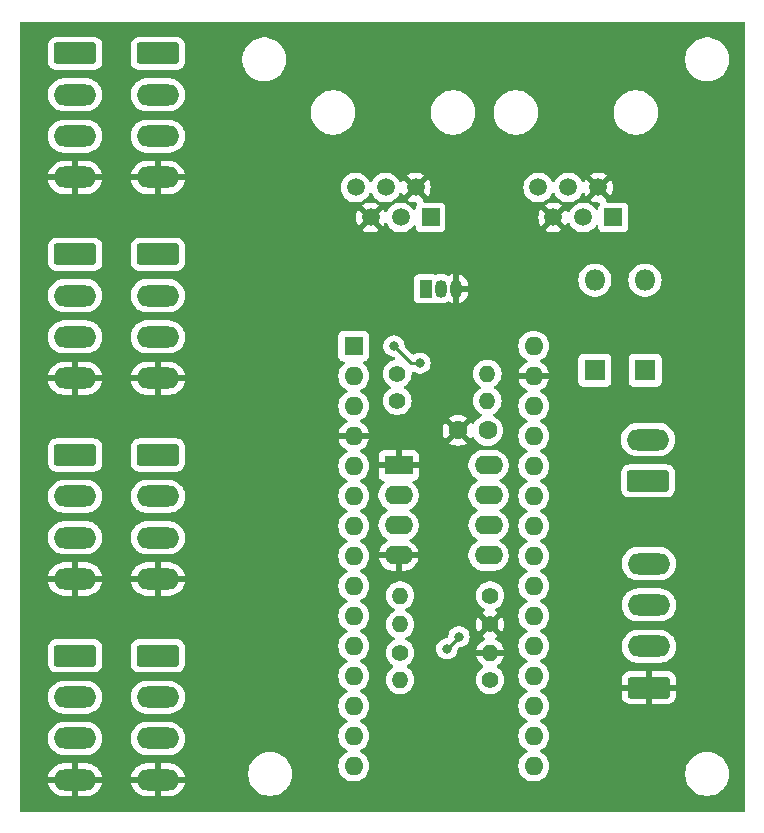
<source format=gbr>
%TF.GenerationSoftware,KiCad,Pcbnew,8.0.2*%
%TF.CreationDate,2024-09-21T14:57:53+02:00*%
%TF.ProjectId,FY_entry,46595f65-6e74-4727-992e-6b696361645f,rev?*%
%TF.SameCoordinates,Original*%
%TF.FileFunction,Copper,L4,Bot*%
%TF.FilePolarity,Positive*%
%FSLAX46Y46*%
G04 Gerber Fmt 4.6, Leading zero omitted, Abs format (unit mm)*
G04 Created by KiCad (PCBNEW 8.0.2) date 2024-09-21 14:57:53*
%MOMM*%
%LPD*%
G01*
G04 APERTURE LIST*
G04 Aperture macros list*
%AMRoundRect*
0 Rectangle with rounded corners*
0 $1 Rounding radius*
0 $2 $3 $4 $5 $6 $7 $8 $9 X,Y pos of 4 corners*
0 Add a 4 corners polygon primitive as box body*
4,1,4,$2,$3,$4,$5,$6,$7,$8,$9,$2,$3,0*
0 Add four circle primitives for the rounded corners*
1,1,$1+$1,$2,$3*
1,1,$1+$1,$4,$5*
1,1,$1+$1,$6,$7*
1,1,$1+$1,$8,$9*
0 Add four rect primitives between the rounded corners*
20,1,$1+$1,$2,$3,$4,$5,0*
20,1,$1+$1,$4,$5,$6,$7,0*
20,1,$1+$1,$6,$7,$8,$9,0*
20,1,$1+$1,$8,$9,$2,$3,0*%
G04 Aperture macros list end*
%TA.AperFunction,ComponentPad*%
%ADD10RoundRect,0.250000X-1.550000X0.650000X-1.550000X-0.650000X1.550000X-0.650000X1.550000X0.650000X0*%
%TD*%
%TA.AperFunction,ComponentPad*%
%ADD11O,3.600000X1.800000*%
%TD*%
%TA.AperFunction,ComponentPad*%
%ADD12R,2.400000X1.600000*%
%TD*%
%TA.AperFunction,ComponentPad*%
%ADD13O,2.400000X1.600000*%
%TD*%
%TA.AperFunction,ComponentPad*%
%ADD14C,1.400000*%
%TD*%
%TA.AperFunction,ComponentPad*%
%ADD15O,1.400000X1.400000*%
%TD*%
%TA.AperFunction,ComponentPad*%
%ADD16R,1.050000X1.500000*%
%TD*%
%TA.AperFunction,ComponentPad*%
%ADD17O,1.050000X1.500000*%
%TD*%
%TA.AperFunction,ComponentPad*%
%ADD18C,1.520000*%
%TD*%
%TA.AperFunction,ComponentPad*%
%ADD19R,1.520000X1.520000*%
%TD*%
%TA.AperFunction,ComponentPad*%
%ADD20RoundRect,0.250000X1.550000X-0.650000X1.550000X0.650000X-1.550000X0.650000X-1.550000X-0.650000X0*%
%TD*%
%TA.AperFunction,ComponentPad*%
%ADD21R,1.800000X1.800000*%
%TD*%
%TA.AperFunction,ComponentPad*%
%ADD22O,1.800000X1.800000*%
%TD*%
%TA.AperFunction,ComponentPad*%
%ADD23C,1.600000*%
%TD*%
%TA.AperFunction,ComponentPad*%
%ADD24O,1.600000X1.600000*%
%TD*%
%TA.AperFunction,ComponentPad*%
%ADD25R,1.600000X1.600000*%
%TD*%
%TA.AperFunction,ViaPad*%
%ADD26C,0.800000*%
%TD*%
%TA.AperFunction,Conductor*%
%ADD27C,0.250000*%
%TD*%
G04 APERTURE END LIST*
D10*
%TO.P,J901,1,Pin_1*%
%TO.N,/DCC/ring_right*%
X39000000Y-96000000D03*
D11*
%TO.P,J901,2,Pin_2*%
%TO.N,/DCC/ring_left*%
X39000000Y-99500000D03*
%TO.P,J901,3,Pin_3*%
%TO.N,/atmega/occupied8*%
X39000000Y-103000000D03*
%TO.P,J901,4,Pin_4*%
%TO.N,GND*%
X39000000Y-106500000D03*
%TD*%
D10*
%TO.P,J701,1,Pin_1*%
%TO.N,/DCC/ring_right*%
X39000000Y-79000000D03*
D11*
%TO.P,J701,2,Pin_2*%
%TO.N,/DCC/ring_left*%
X39000000Y-82500000D03*
%TO.P,J701,3,Pin_3*%
%TO.N,/atmega/occupied6*%
X39000000Y-86000000D03*
%TO.P,J701,4,Pin_4*%
%TO.N,GND*%
X39000000Y-89500000D03*
%TD*%
D10*
%TO.P,J501,1,Pin_1*%
%TO.N,/DCC/ring_right*%
X39000000Y-62000000D03*
D11*
%TO.P,J501,2,Pin_2*%
%TO.N,/DCC/ring_left*%
X39000000Y-65500000D03*
%TO.P,J501,3,Pin_3*%
%TO.N,/atmega/occupied4*%
X39000000Y-69000000D03*
%TO.P,J501,4,Pin_4*%
%TO.N,GND*%
X39000000Y-72500000D03*
%TD*%
D10*
%TO.P,J301,1,Pin_1*%
%TO.N,/DCC/ring_right*%
X39000000Y-45000000D03*
D11*
%TO.P,J301,2,Pin_2*%
%TO.N,/DCC/ring_left*%
X39000000Y-48500000D03*
%TO.P,J301,3,Pin_3*%
%TO.N,/atmega/occupied2*%
X39000000Y-52000000D03*
%TO.P,J301,4,Pin_4*%
%TO.N,GND*%
X39000000Y-55500000D03*
%TD*%
D12*
%TO.P,U1301,1,GND*%
%TO.N,GND*%
X59380000Y-79880000D03*
D13*
%TO.P,U1301,2,+*%
%TO.N,Net-(U1301-+)*%
X59380000Y-82420000D03*
%TO.P,U1301,3,-*%
%TO.N,Net-(U1301--)*%
X59380000Y-84960000D03*
%TO.P,U1301,4,V-*%
%TO.N,GND*%
X59380000Y-87500000D03*
%TO.P,U1301,5,BAL*%
%TO.N,unconnected-(U1301-BAL-Pad5)*%
X67000000Y-87500000D03*
%TO.P,U1301,6,STRB*%
%TO.N,unconnected-(U1301-STRB-Pad6)*%
X67000000Y-84960000D03*
%TO.P,U1301,7*%
%TO.N,/Lnet/Lnet_Rx*%
X67000000Y-82420000D03*
%TO.P,U1301,8,V+*%
%TO.N,+5V*%
X67000000Y-79880000D03*
%TD*%
D14*
%TO.P,R1306,1*%
%TO.N,Net-(U1301-+)*%
X59277000Y-74410000D03*
D15*
%TO.P,R1306,2*%
%TO.N,/Lnet/Lnet_Rx*%
X66897000Y-74410000D03*
%TD*%
D14*
%TO.P,R1305,1*%
%TO.N,Net-(Q1301-B)*%
X59277000Y-72124000D03*
D15*
%TO.P,R1305,2*%
%TO.N,/Lnet/Lnet_Tx*%
X66897000Y-72124000D03*
%TD*%
D14*
%TO.P,R1303,1*%
%TO.N,+5V*%
X67127000Y-90907000D03*
D15*
%TO.P,R1303,2*%
%TO.N,Net-(U1301--)*%
X59507000Y-90907000D03*
%TD*%
%TO.P,R1302,2*%
%TO.N,GND*%
X67127000Y-95758000D03*
D14*
%TO.P,R1302,1*%
%TO.N,Net-(U1301-+)*%
X59507000Y-95758000D03*
%TD*%
%TO.P,R1301,1*%
%TO.N,Net-(Q1301-C)*%
X67127000Y-98044000D03*
D15*
%TO.P,R1301,2*%
%TO.N,Net-(U1301-+)*%
X59507000Y-98044000D03*
%TD*%
D16*
%TO.P,Q1301,1,C*%
%TO.N,Net-(Q1301-C)*%
X61690000Y-64920000D03*
D17*
%TO.P,Q1301,2,B*%
%TO.N,Net-(Q1301-B)*%
X62960000Y-64920000D03*
%TO.P,Q1301,3,E*%
%TO.N,GND*%
X64230000Y-64920000D03*
%TD*%
D18*
%TO.P,J1301,6*%
%TO.N,railsyncA*%
X71210000Y-56350000D03*
%TO.P,J1301,5*%
%TO.N,GND*%
X72480000Y-58890000D03*
%TO.P,J1301,4*%
%TO.N,Net-(Q1301-C)*%
X73750000Y-56350000D03*
%TO.P,J1301,3*%
X75020000Y-58890000D03*
%TO.P,J1301,2*%
%TO.N,GND*%
X76290000Y-56350000D03*
D19*
%TO.P,J1301,1*%
%TO.N,railsyncB*%
X77560000Y-58890000D03*
%TD*%
D20*
%TO.P,J1201,1,Pin_1*%
%TO.N,/DCC/ring_left*%
X80500000Y-81195000D03*
D11*
%TO.P,J1201,2,Pin_2*%
%TO.N,/DCC/ring_right*%
X80500000Y-77695000D03*
%TD*%
D20*
%TO.P,J1101,1,Pin_1*%
%TO.N,GND*%
X80567500Y-98695000D03*
D11*
%TO.P,J1101,2,Pin_2*%
%TO.N,/atmega/upline*%
X80567500Y-95195000D03*
%TO.P,J1101,3,Pin_3*%
%TO.N,/DCC/ring_left*%
X80567500Y-91695000D03*
%TO.P,J1101,4,Pin_4*%
%TO.N,/DCC/ring_right*%
X80567500Y-88195000D03*
%TD*%
D10*
%TO.P,J801,1,Pin_1*%
%TO.N,/DCC/ring_right*%
X32000000Y-96000000D03*
D11*
%TO.P,J801,2,Pin_2*%
%TO.N,/DCC/ring_left*%
X32000000Y-99500000D03*
%TO.P,J801,3,Pin_3*%
%TO.N,/atmega/occupied7*%
X32000000Y-103000000D03*
%TO.P,J801,4,Pin_4*%
%TO.N,GND*%
X32000000Y-106500000D03*
%TD*%
D10*
%TO.P,J601,1,Pin_1*%
%TO.N,/DCC/ring_right*%
X32000000Y-79000000D03*
D11*
%TO.P,J601,2,Pin_2*%
%TO.N,/DCC/ring_left*%
X32000000Y-82500000D03*
%TO.P,J601,3,Pin_3*%
%TO.N,/atmega/occupied5*%
X32000000Y-86000000D03*
%TO.P,J601,4,Pin_4*%
%TO.N,GND*%
X32000000Y-89500000D03*
%TD*%
D10*
%TO.P,J401,1,Pin_1*%
%TO.N,/DCC/ring_right*%
X32000000Y-62000000D03*
D11*
%TO.P,J401,2,Pin_2*%
%TO.N,/DCC/ring_left*%
X32000000Y-65500000D03*
%TO.P,J401,3,Pin_3*%
%TO.N,/atmega/occupied3*%
X32000000Y-69000000D03*
%TO.P,J401,4,Pin_4*%
%TO.N,GND*%
X32000000Y-72500000D03*
%TD*%
D10*
%TO.P,J201,1,Pin_1*%
%TO.N,/DCC/ring_right*%
X32000000Y-45000000D03*
D11*
%TO.P,J201,2,Pin_2*%
%TO.N,/DCC/ring_left*%
X32000000Y-48500000D03*
%TO.P,J201,3,Pin_3*%
%TO.N,/atmega/occupied1*%
X32000000Y-52000000D03*
%TO.P,J201,4,Pin_4*%
%TO.N,GND*%
X32000000Y-55500000D03*
%TD*%
D21*
%TO.P,D1302,1,K*%
%TO.N,+12V*%
X80250000Y-71810000D03*
D22*
%TO.P,D1302,2,A*%
%TO.N,railsyncA*%
X80250000Y-64190000D03*
%TD*%
D21*
%TO.P,D1301,1,K*%
%TO.N,+12V*%
X76000000Y-71810000D03*
D22*
%TO.P,D1301,2,A*%
%TO.N,railsyncB*%
X76000000Y-64190000D03*
%TD*%
D23*
%TO.P,C1301,1*%
%TO.N,+5V*%
X66909000Y-76910000D03*
%TO.P,C1301,2*%
%TO.N,GND*%
X64409000Y-76910000D03*
%TD*%
D24*
%TO.P,A1001,30,VIN*%
%TO.N,+12V*%
X70820000Y-69780000D03*
%TO.P,A1001,29,GND*%
%TO.N,GND*%
X70820000Y-72320000D03*
%TO.P,A1001,28,~{RESET}*%
%TO.N,unconnected-(A1001-~{RESET}-Pad28)*%
X70820000Y-74860000D03*
%TO.P,A1001,27,+5V*%
%TO.N,+5V*%
X70820000Y-77400000D03*
%TO.P,A1001,26,A7*%
%TO.N,unconnected-(A1001-A7-Pad26)*%
X70820000Y-79940000D03*
%TO.P,A1001,25,A6*%
%TO.N,unconnected-(A1001-A6-Pad25)*%
X70820000Y-82480000D03*
%TO.P,A1001,24,A5*%
%TO.N,unconnected-(A1001-A5-Pad24)*%
X70820000Y-85020000D03*
%TO.P,A1001,23,A4*%
%TO.N,unconnected-(A1001-A4-Pad23)*%
X70820000Y-87560000D03*
%TO.P,A1001,22,A3*%
%TO.N,unconnected-(A1001-A3-Pad22)*%
X70820000Y-90100000D03*
%TO.P,A1001,21,A2*%
%TO.N,unconnected-(A1001-A2-Pad21)*%
X70820000Y-92640000D03*
%TO.P,A1001,20,A1*%
%TO.N,unconnected-(A1001-A1-Pad20)*%
X70820000Y-95180000D03*
%TO.P,A1001,19,A0*%
%TO.N,Net-(A1001-A0)*%
X70820000Y-97720000D03*
%TO.P,A1001,18,AREF*%
%TO.N,unconnected-(A1001-AREF-Pad18)*%
X70820000Y-100260000D03*
%TO.P,A1001,17,3V3*%
%TO.N,unconnected-(A1001-3V3-Pad17)*%
X70820000Y-102800000D03*
%TO.P,A1001,16,D13*%
%TO.N,unconnected-(A1001-D13-Pad16)*%
X70820000Y-105340000D03*
%TO.P,A1001,15,D12*%
%TO.N,/atmega/upline*%
X55580000Y-105340000D03*
%TO.P,A1001,14,D11*%
%TO.N,/atmega/occupied7*%
X55580000Y-102800000D03*
%TO.P,A1001,13,D10*%
%TO.N,/atmega/occupied8*%
X55580000Y-100260000D03*
%TO.P,A1001,12,D9*%
%TO.N,/Lnet/Lnet_Tx*%
X55580000Y-97720000D03*
%TO.P,A1001,11,D8*%
%TO.N,/Lnet/Lnet_Rx*%
X55580000Y-95180000D03*
%TO.P,A1001,10,D7*%
%TO.N,/atmega/occupied6*%
X55580000Y-92640000D03*
%TO.P,A1001,9,D6*%
%TO.N,/atmega/occupied5*%
X55580000Y-90100000D03*
%TO.P,A1001,8,D5*%
%TO.N,/atmega/occupied4*%
X55580000Y-87560000D03*
%TO.P,A1001,7,D4*%
%TO.N,/atmega/occupied3*%
X55580000Y-85020000D03*
%TO.P,A1001,6,D3*%
%TO.N,/atmega/occupied2*%
X55580000Y-82480000D03*
%TO.P,A1001,5,D2*%
%TO.N,/atmega/occupied1*%
X55580000Y-79940000D03*
%TO.P,A1001,4,GND*%
%TO.N,GND*%
X55580000Y-77400000D03*
%TO.P,A1001,3,~{RESET}*%
%TO.N,unconnected-(A1001-~{RESET}-Pad3)*%
X55580000Y-74860000D03*
%TO.P,A1001,2,D0/RX*%
%TO.N,unconnected-(A1001-D0{slash}RX-Pad2)*%
X55580000Y-72320000D03*
D25*
%TO.P,A1001,1,D1/TX*%
%TO.N,unconnected-(A1001-D1{slash}TX-Pad1)*%
X55580000Y-69780000D03*
%TD*%
D14*
%TO.P,R1304,1*%
%TO.N,GND*%
X67127000Y-93345000D03*
D15*
%TO.P,R1304,2*%
%TO.N,Net-(U1301--)*%
X59507000Y-93345000D03*
%TD*%
D18*
%TO.P,J1302,6*%
%TO.N,railsyncA*%
X55740000Y-56350000D03*
%TO.P,J1302,5*%
%TO.N,GND*%
X57010000Y-58890000D03*
%TO.P,J1302,4*%
%TO.N,Net-(Q1301-C)*%
X58280000Y-56350000D03*
%TO.P,J1302,3*%
X59550000Y-58890000D03*
%TO.P,J1302,2*%
%TO.N,GND*%
X60820000Y-56350000D03*
D19*
%TO.P,J1302,1*%
%TO.N,railsyncB*%
X62090000Y-58890000D03*
%TD*%
D26*
%TO.N,GND*%
X65405000Y-89535000D03*
X76000000Y-68000000D03*
X76327000Y-85344000D03*
X86233000Y-97409000D03*
X86614000Y-88011000D03*
X86701613Y-80235517D03*
X86106000Y-73660000D03*
X28829000Y-59563000D03*
X28829000Y-75311000D03*
X28702000Y-80137000D03*
X28702000Y-92837000D03*
X28575000Y-107061000D03*
X35306000Y-107188000D03*
X34798000Y-92075000D03*
X42545000Y-95758000D03*
X42799000Y-88011000D03*
X53467000Y-92710000D03*
X52324000Y-98679000D03*
X63317000Y-98044000D03*
X58801000Y-100330000D03*
X68326000Y-100584000D03*
X68072000Y-104902000D03*
X57912000Y-105156000D03*
X42672000Y-107696000D03*
X45339000Y-103251000D03*
X52451000Y-103886000D03*
X54991000Y-107823000D03*
X63246000Y-108077000D03*
X72263000Y-108077000D03*
X81026000Y-105664000D03*
X72898000Y-105156000D03*
X72771000Y-100584000D03*
X74549000Y-102108000D03*
X76708000Y-99060000D03*
X73152000Y-95504000D03*
X73025000Y-83947000D03*
X73406000Y-74549000D03*
X68707000Y-75819000D03*
X64516000Y-74549000D03*
X61468000Y-73152000D03*
X68072000Y-69596000D03*
X64516000Y-67691000D03*
X72009000Y-62611000D03*
X66548000Y-62357000D03*
X72337535Y-52459175D03*
X85852000Y-63373000D03*
X84455000Y-54229000D03*
X72263000Y-45847000D03*
X60071000Y-47879000D03*
X58928000Y-61976000D03*
X43688000Y-57658000D03*
X51435000Y-65151000D03*
X54102000Y-61849000D03*
X47371000Y-54864000D03*
X42799000Y-43688000D03*
X35433000Y-43561000D03*
X28448000Y-43815000D03*
X35179000Y-58801000D03*
X35306000Y-65786000D03*
X35306000Y-69723000D03*
X50419000Y-76327000D03*
X53213000Y-87376000D03*
%TO.N,/Lnet/Lnet_Rx*%
X64492653Y-94384347D03*
X63467347Y-95409653D03*
%TO.N,/Lnet/Lnet_Tx*%
X61196653Y-71229653D03*
X58986847Y-69781847D03*
%TD*%
D27*
%TO.N,/Lnet/Lnet_Rx*%
X63467347Y-95409653D02*
X64492653Y-94384347D01*
%TO.N,/Lnet/Lnet_Tx*%
X60434653Y-71229653D02*
X61196653Y-71229653D01*
X58986847Y-69781847D02*
X60434653Y-71229653D01*
%TD*%
%TA.AperFunction,Conductor*%
%TO.N,GND*%
G36*
X88642539Y-42320185D02*
G01*
X88688294Y-42372989D01*
X88699500Y-42424500D01*
X88699500Y-109075500D01*
X88679815Y-109142539D01*
X88627011Y-109188294D01*
X88575500Y-109199500D01*
X27424500Y-109199500D01*
X27357461Y-109179815D01*
X27311706Y-109127011D01*
X27300500Y-109075500D01*
X27300500Y-106250000D01*
X29722145Y-106250000D01*
X31451518Y-106250000D01*
X31440889Y-106268409D01*
X31400000Y-106421009D01*
X31400000Y-106578991D01*
X31440889Y-106731591D01*
X31451518Y-106750000D01*
X29722145Y-106750000D01*
X29734473Y-106827835D01*
X29734473Y-106827838D01*
X29802567Y-107037410D01*
X29902613Y-107233760D01*
X30032142Y-107412041D01*
X30187958Y-107567857D01*
X30366239Y-107697386D01*
X30562589Y-107797432D01*
X30772164Y-107865526D01*
X30989819Y-107900000D01*
X31750000Y-107900000D01*
X31750000Y-107048482D01*
X31768409Y-107059111D01*
X31921009Y-107100000D01*
X32078991Y-107100000D01*
X32231591Y-107059111D01*
X32250000Y-107048482D01*
X32250000Y-107900000D01*
X33010181Y-107900000D01*
X33227835Y-107865526D01*
X33437410Y-107797432D01*
X33633760Y-107697386D01*
X33812041Y-107567857D01*
X33967857Y-107412041D01*
X34097386Y-107233760D01*
X34197432Y-107037410D01*
X34265526Y-106827838D01*
X34265526Y-106827835D01*
X34277855Y-106750000D01*
X32548482Y-106750000D01*
X32559111Y-106731591D01*
X32600000Y-106578991D01*
X32600000Y-106421009D01*
X32559111Y-106268409D01*
X32548482Y-106250000D01*
X34277855Y-106250000D01*
X36722145Y-106250000D01*
X38451518Y-106250000D01*
X38440889Y-106268409D01*
X38400000Y-106421009D01*
X38400000Y-106578991D01*
X38440889Y-106731591D01*
X38451518Y-106750000D01*
X36722145Y-106750000D01*
X36734473Y-106827835D01*
X36734473Y-106827838D01*
X36802567Y-107037410D01*
X36902613Y-107233760D01*
X37032142Y-107412041D01*
X37187958Y-107567857D01*
X37366239Y-107697386D01*
X37562589Y-107797432D01*
X37772164Y-107865526D01*
X37989819Y-107900000D01*
X38750000Y-107900000D01*
X38750000Y-107048482D01*
X38768409Y-107059111D01*
X38921009Y-107100000D01*
X39078991Y-107100000D01*
X39231591Y-107059111D01*
X39250000Y-107048482D01*
X39250000Y-107900000D01*
X40010181Y-107900000D01*
X40227835Y-107865526D01*
X40437410Y-107797432D01*
X40633760Y-107697386D01*
X40812041Y-107567857D01*
X40967857Y-107412041D01*
X41097386Y-107233760D01*
X41197432Y-107037410D01*
X41265526Y-106827838D01*
X41265526Y-106827835D01*
X41277855Y-106750000D01*
X39548482Y-106750000D01*
X39559111Y-106731591D01*
X39600000Y-106578991D01*
X39600000Y-106421009D01*
X39559111Y-106268409D01*
X39548482Y-106250000D01*
X41277855Y-106250000D01*
X41265526Y-106172164D01*
X41265526Y-106172161D01*
X41197432Y-105962589D01*
X41154694Y-105878711D01*
X46649500Y-105878711D01*
X46649500Y-106121288D01*
X46681161Y-106361785D01*
X46743947Y-106596104D01*
X46800068Y-106731591D01*
X46836776Y-106820212D01*
X46958064Y-107030289D01*
X46958066Y-107030292D01*
X46958067Y-107030293D01*
X47105733Y-107222736D01*
X47105739Y-107222743D01*
X47277256Y-107394260D01*
X47277262Y-107394265D01*
X47469711Y-107541936D01*
X47679788Y-107663224D01*
X47903900Y-107756054D01*
X48138211Y-107818838D01*
X48318586Y-107842584D01*
X48378711Y-107850500D01*
X48378712Y-107850500D01*
X48621289Y-107850500D01*
X48669388Y-107844167D01*
X48861789Y-107818838D01*
X49096100Y-107756054D01*
X49320212Y-107663224D01*
X49530289Y-107541936D01*
X49722738Y-107394265D01*
X49894265Y-107222738D01*
X50041936Y-107030289D01*
X50163224Y-106820212D01*
X50256054Y-106596100D01*
X50318838Y-106361789D01*
X50350500Y-106121288D01*
X50350500Y-105878712D01*
X50318838Y-105638211D01*
X50256054Y-105403900D01*
X50163224Y-105179788D01*
X50041936Y-104969711D01*
X49894265Y-104777262D01*
X49894260Y-104777256D01*
X49722743Y-104605739D01*
X49722736Y-104605733D01*
X49530293Y-104458067D01*
X49530292Y-104458066D01*
X49530289Y-104458064D01*
X49358661Y-104358974D01*
X49320214Y-104336777D01*
X49320205Y-104336773D01*
X49096104Y-104243947D01*
X48861785Y-104181161D01*
X48621289Y-104149500D01*
X48621288Y-104149500D01*
X48378712Y-104149500D01*
X48378711Y-104149500D01*
X48138214Y-104181161D01*
X47903895Y-104243947D01*
X47679794Y-104336773D01*
X47679785Y-104336777D01*
X47469706Y-104458067D01*
X47277263Y-104605733D01*
X47277256Y-104605739D01*
X47105739Y-104777256D01*
X47105733Y-104777263D01*
X46958067Y-104969706D01*
X46836777Y-105179785D01*
X46836773Y-105179794D01*
X46743947Y-105403895D01*
X46681161Y-105638214D01*
X46649500Y-105878711D01*
X41154694Y-105878711D01*
X41097386Y-105766239D01*
X40967857Y-105587958D01*
X40812041Y-105432142D01*
X40633760Y-105302613D01*
X40437410Y-105202567D01*
X40227835Y-105134473D01*
X40010181Y-105100000D01*
X39250000Y-105100000D01*
X39250000Y-105951517D01*
X39231591Y-105940889D01*
X39078991Y-105900000D01*
X38921009Y-105900000D01*
X38768409Y-105940889D01*
X38750000Y-105951517D01*
X38750000Y-105100000D01*
X37989819Y-105100000D01*
X37772164Y-105134473D01*
X37562589Y-105202567D01*
X37366239Y-105302613D01*
X37187958Y-105432142D01*
X37032142Y-105587958D01*
X36902613Y-105766239D01*
X36802567Y-105962589D01*
X36734473Y-106172161D01*
X36734473Y-106172164D01*
X36722145Y-106250000D01*
X34277855Y-106250000D01*
X34265526Y-106172164D01*
X34265526Y-106172161D01*
X34197432Y-105962589D01*
X34097386Y-105766239D01*
X33967857Y-105587958D01*
X33812041Y-105432142D01*
X33633760Y-105302613D01*
X33437410Y-105202567D01*
X33227835Y-105134473D01*
X33010181Y-105100000D01*
X32250000Y-105100000D01*
X32250000Y-105951517D01*
X32231591Y-105940889D01*
X32078991Y-105900000D01*
X31921009Y-105900000D01*
X31768409Y-105940889D01*
X31750000Y-105951517D01*
X31750000Y-105100000D01*
X30989819Y-105100000D01*
X30772164Y-105134473D01*
X30562589Y-105202567D01*
X30366239Y-105302613D01*
X30187958Y-105432142D01*
X30032142Y-105587958D01*
X29902613Y-105766239D01*
X29802567Y-105962589D01*
X29734473Y-106172161D01*
X29734473Y-106172164D01*
X29722145Y-106250000D01*
X27300500Y-106250000D01*
X27300500Y-102889778D01*
X29699500Y-102889778D01*
X29699500Y-103110221D01*
X29733985Y-103327952D01*
X29802103Y-103537603D01*
X29802104Y-103537606D01*
X29902187Y-103734025D01*
X30031752Y-103912358D01*
X30031756Y-103912363D01*
X30187636Y-104068243D01*
X30187641Y-104068247D01*
X30343056Y-104181161D01*
X30365978Y-104197815D01*
X30494375Y-104263237D01*
X30562393Y-104297895D01*
X30562396Y-104297896D01*
X30667221Y-104331955D01*
X30772049Y-104366015D01*
X30989778Y-104400500D01*
X30989779Y-104400500D01*
X33010221Y-104400500D01*
X33010222Y-104400500D01*
X33227951Y-104366015D01*
X33437606Y-104297895D01*
X33634022Y-104197815D01*
X33812365Y-104068242D01*
X33968242Y-103912365D01*
X34097815Y-103734022D01*
X34197895Y-103537606D01*
X34266015Y-103327951D01*
X34300500Y-103110222D01*
X34300500Y-102889778D01*
X36699500Y-102889778D01*
X36699500Y-103110221D01*
X36733985Y-103327952D01*
X36802103Y-103537603D01*
X36802104Y-103537606D01*
X36902187Y-103734025D01*
X37031752Y-103912358D01*
X37031756Y-103912363D01*
X37187636Y-104068243D01*
X37187641Y-104068247D01*
X37343056Y-104181161D01*
X37365978Y-104197815D01*
X37494375Y-104263237D01*
X37562393Y-104297895D01*
X37562396Y-104297896D01*
X37667221Y-104331955D01*
X37772049Y-104366015D01*
X37989778Y-104400500D01*
X37989779Y-104400500D01*
X40010221Y-104400500D01*
X40010222Y-104400500D01*
X40227951Y-104366015D01*
X40437606Y-104297895D01*
X40634022Y-104197815D01*
X40812365Y-104068242D01*
X40968242Y-103912365D01*
X41097815Y-103734022D01*
X41197895Y-103537606D01*
X41266015Y-103327951D01*
X41300500Y-103110222D01*
X41300500Y-102889778D01*
X41266015Y-102672049D01*
X41197895Y-102462394D01*
X41197895Y-102462393D01*
X41163237Y-102394375D01*
X41097815Y-102265978D01*
X41011567Y-102147267D01*
X40968247Y-102087641D01*
X40968243Y-102087636D01*
X40812363Y-101931756D01*
X40812358Y-101931752D01*
X40634025Y-101802187D01*
X40634024Y-101802186D01*
X40634022Y-101802185D01*
X40571096Y-101770122D01*
X40437606Y-101702104D01*
X40437603Y-101702103D01*
X40227952Y-101633985D01*
X40119086Y-101616742D01*
X40010222Y-101599500D01*
X37989778Y-101599500D01*
X37917201Y-101610995D01*
X37772047Y-101633985D01*
X37562396Y-101702103D01*
X37562393Y-101702104D01*
X37365974Y-101802187D01*
X37187641Y-101931752D01*
X37187636Y-101931756D01*
X37031756Y-102087636D01*
X37031752Y-102087641D01*
X36902187Y-102265974D01*
X36802104Y-102462393D01*
X36802103Y-102462396D01*
X36733985Y-102672047D01*
X36699500Y-102889778D01*
X34300500Y-102889778D01*
X34266015Y-102672049D01*
X34197895Y-102462394D01*
X34197895Y-102462393D01*
X34163237Y-102394375D01*
X34097815Y-102265978D01*
X34011567Y-102147267D01*
X33968247Y-102087641D01*
X33968243Y-102087636D01*
X33812363Y-101931756D01*
X33812358Y-101931752D01*
X33634025Y-101802187D01*
X33634024Y-101802186D01*
X33634022Y-101802185D01*
X33571096Y-101770122D01*
X33437606Y-101702104D01*
X33437603Y-101702103D01*
X33227952Y-101633985D01*
X33119086Y-101616742D01*
X33010222Y-101599500D01*
X30989778Y-101599500D01*
X30917201Y-101610995D01*
X30772047Y-101633985D01*
X30562396Y-101702103D01*
X30562393Y-101702104D01*
X30365974Y-101802187D01*
X30187641Y-101931752D01*
X30187636Y-101931756D01*
X30031756Y-102087636D01*
X30031752Y-102087641D01*
X29902187Y-102265974D01*
X29802104Y-102462393D01*
X29802103Y-102462396D01*
X29733985Y-102672047D01*
X29699500Y-102889778D01*
X27300500Y-102889778D01*
X27300500Y-99389778D01*
X29699500Y-99389778D01*
X29699500Y-99610222D01*
X29708037Y-99664124D01*
X29733985Y-99827952D01*
X29802103Y-100037603D01*
X29802104Y-100037606D01*
X29902187Y-100234025D01*
X30031752Y-100412358D01*
X30031756Y-100412363D01*
X30187636Y-100568243D01*
X30187641Y-100568247D01*
X30343192Y-100681260D01*
X30365978Y-100697815D01*
X30494375Y-100763237D01*
X30562393Y-100797895D01*
X30562396Y-100797896D01*
X30667221Y-100831955D01*
X30772049Y-100866015D01*
X30989778Y-100900500D01*
X30989779Y-100900500D01*
X33010221Y-100900500D01*
X33010222Y-100900500D01*
X33227951Y-100866015D01*
X33437606Y-100797895D01*
X33634022Y-100697815D01*
X33812365Y-100568242D01*
X33968242Y-100412365D01*
X34097815Y-100234022D01*
X34197895Y-100037606D01*
X34266015Y-99827951D01*
X34300500Y-99610222D01*
X34300500Y-99389778D01*
X36699500Y-99389778D01*
X36699500Y-99610222D01*
X36708037Y-99664124D01*
X36733985Y-99827952D01*
X36802103Y-100037603D01*
X36802104Y-100037606D01*
X36902187Y-100234025D01*
X37031752Y-100412358D01*
X37031756Y-100412363D01*
X37187636Y-100568243D01*
X37187641Y-100568247D01*
X37343192Y-100681260D01*
X37365978Y-100697815D01*
X37494375Y-100763237D01*
X37562393Y-100797895D01*
X37562396Y-100797896D01*
X37667221Y-100831955D01*
X37772049Y-100866015D01*
X37989778Y-100900500D01*
X37989779Y-100900500D01*
X40010221Y-100900500D01*
X40010222Y-100900500D01*
X40227951Y-100866015D01*
X40437606Y-100797895D01*
X40634022Y-100697815D01*
X40812365Y-100568242D01*
X40968242Y-100412365D01*
X41097815Y-100234022D01*
X41197895Y-100037606D01*
X41266015Y-99827951D01*
X41300500Y-99610222D01*
X41300500Y-99389778D01*
X41266015Y-99172049D01*
X41212103Y-99006123D01*
X41197896Y-98962396D01*
X41197895Y-98962393D01*
X41140916Y-98850568D01*
X41097815Y-98765978D01*
X40988857Y-98616009D01*
X40968247Y-98587641D01*
X40968243Y-98587636D01*
X40812363Y-98431756D01*
X40812358Y-98431752D01*
X40634025Y-98302187D01*
X40634024Y-98302186D01*
X40634022Y-98302185D01*
X40562093Y-98265535D01*
X40437606Y-98202104D01*
X40437603Y-98202103D01*
X40227952Y-98133985D01*
X40119086Y-98116742D01*
X40010222Y-98099500D01*
X37989778Y-98099500D01*
X37917201Y-98110995D01*
X37772047Y-98133985D01*
X37562396Y-98202103D01*
X37562393Y-98202104D01*
X37365974Y-98302187D01*
X37187641Y-98431752D01*
X37187636Y-98431756D01*
X37031756Y-98587636D01*
X37031752Y-98587641D01*
X36902187Y-98765974D01*
X36802104Y-98962393D01*
X36802103Y-98962396D01*
X36733985Y-99172047D01*
X36720062Y-99259953D01*
X36699500Y-99389778D01*
X34300500Y-99389778D01*
X34266015Y-99172049D01*
X34212103Y-99006123D01*
X34197896Y-98962396D01*
X34197895Y-98962393D01*
X34140916Y-98850568D01*
X34097815Y-98765978D01*
X33988857Y-98616009D01*
X33968247Y-98587641D01*
X33968243Y-98587636D01*
X33812363Y-98431756D01*
X33812358Y-98431752D01*
X33634025Y-98302187D01*
X33634024Y-98302186D01*
X33634022Y-98302185D01*
X33562093Y-98265535D01*
X33437606Y-98202104D01*
X33437603Y-98202103D01*
X33227952Y-98133985D01*
X33119086Y-98116742D01*
X33010222Y-98099500D01*
X30989778Y-98099500D01*
X30917201Y-98110995D01*
X30772047Y-98133985D01*
X30562396Y-98202103D01*
X30562393Y-98202104D01*
X30365974Y-98302187D01*
X30187641Y-98431752D01*
X30187636Y-98431756D01*
X30031756Y-98587636D01*
X30031752Y-98587641D01*
X29902187Y-98765974D01*
X29802104Y-98962393D01*
X29802103Y-98962396D01*
X29733985Y-99172047D01*
X29720062Y-99259953D01*
X29699500Y-99389778D01*
X27300500Y-99389778D01*
X27300500Y-95299983D01*
X29699500Y-95299983D01*
X29699500Y-96700001D01*
X29699501Y-96700018D01*
X29710000Y-96802796D01*
X29710001Y-96802799D01*
X29760140Y-96954105D01*
X29765186Y-96969334D01*
X29857288Y-97118656D01*
X29981344Y-97242712D01*
X30130666Y-97334814D01*
X30297203Y-97389999D01*
X30399991Y-97400500D01*
X33600008Y-97400499D01*
X33702797Y-97389999D01*
X33869334Y-97334814D01*
X34018656Y-97242712D01*
X34142712Y-97118656D01*
X34234814Y-96969334D01*
X34289999Y-96802797D01*
X34300500Y-96700009D01*
X34300499Y-95299992D01*
X34300498Y-95299983D01*
X36699500Y-95299983D01*
X36699500Y-96700001D01*
X36699501Y-96700018D01*
X36710000Y-96802796D01*
X36710001Y-96802799D01*
X36760140Y-96954105D01*
X36765186Y-96969334D01*
X36857288Y-97118656D01*
X36981344Y-97242712D01*
X37130666Y-97334814D01*
X37297203Y-97389999D01*
X37399991Y-97400500D01*
X40600008Y-97400499D01*
X40702797Y-97389999D01*
X40869334Y-97334814D01*
X41018656Y-97242712D01*
X41142712Y-97118656D01*
X41234814Y-96969334D01*
X41289999Y-96802797D01*
X41300500Y-96700009D01*
X41300499Y-95299992D01*
X41294931Y-95245489D01*
X41289999Y-95197203D01*
X41289998Y-95197200D01*
X41280486Y-95168495D01*
X41234814Y-95030666D01*
X41142712Y-94881344D01*
X41018656Y-94757288D01*
X40892051Y-94679198D01*
X40869336Y-94665187D01*
X40869331Y-94665185D01*
X40845816Y-94657393D01*
X40702797Y-94610001D01*
X40702795Y-94610000D01*
X40600010Y-94599500D01*
X37399998Y-94599500D01*
X37399981Y-94599501D01*
X37297203Y-94610000D01*
X37297200Y-94610001D01*
X37130668Y-94665185D01*
X37130663Y-94665187D01*
X36981342Y-94757289D01*
X36857289Y-94881342D01*
X36765187Y-95030663D01*
X36765185Y-95030668D01*
X36761639Y-95041369D01*
X36710001Y-95197203D01*
X36710001Y-95197204D01*
X36710000Y-95197204D01*
X36699500Y-95299983D01*
X34300498Y-95299983D01*
X34294931Y-95245489D01*
X34289999Y-95197203D01*
X34289998Y-95197200D01*
X34280486Y-95168495D01*
X34234814Y-95030666D01*
X34142712Y-94881344D01*
X34018656Y-94757288D01*
X33892051Y-94679198D01*
X33869336Y-94665187D01*
X33869331Y-94665185D01*
X33845816Y-94657393D01*
X33702797Y-94610001D01*
X33702795Y-94610000D01*
X33600010Y-94599500D01*
X30399998Y-94599500D01*
X30399981Y-94599501D01*
X30297203Y-94610000D01*
X30297200Y-94610001D01*
X30130668Y-94665185D01*
X30130663Y-94665187D01*
X29981342Y-94757289D01*
X29857289Y-94881342D01*
X29765187Y-95030663D01*
X29765185Y-95030668D01*
X29761639Y-95041369D01*
X29710001Y-95197203D01*
X29710001Y-95197204D01*
X29710000Y-95197204D01*
X29699500Y-95299983D01*
X27300500Y-95299983D01*
X27300500Y-89250000D01*
X29722145Y-89250000D01*
X31451518Y-89250000D01*
X31440889Y-89268409D01*
X31400000Y-89421009D01*
X31400000Y-89578991D01*
X31440889Y-89731591D01*
X31451518Y-89750000D01*
X29722145Y-89750000D01*
X29734473Y-89827835D01*
X29734473Y-89827838D01*
X29802567Y-90037410D01*
X29902613Y-90233760D01*
X30032142Y-90412041D01*
X30187958Y-90567857D01*
X30366239Y-90697386D01*
X30562589Y-90797432D01*
X30772164Y-90865526D01*
X30989819Y-90900000D01*
X31750000Y-90900000D01*
X31750000Y-90048482D01*
X31768409Y-90059111D01*
X31921009Y-90100000D01*
X32078991Y-90100000D01*
X32231591Y-90059111D01*
X32250000Y-90048482D01*
X32250000Y-90900000D01*
X33010181Y-90900000D01*
X33227835Y-90865526D01*
X33437410Y-90797432D01*
X33633760Y-90697386D01*
X33812041Y-90567857D01*
X33967857Y-90412041D01*
X34097386Y-90233760D01*
X34197432Y-90037410D01*
X34265526Y-89827838D01*
X34265526Y-89827835D01*
X34277855Y-89750000D01*
X32548482Y-89750000D01*
X32559111Y-89731591D01*
X32600000Y-89578991D01*
X32600000Y-89421009D01*
X32559111Y-89268409D01*
X32548482Y-89250000D01*
X34277855Y-89250000D01*
X36722145Y-89250000D01*
X38451518Y-89250000D01*
X38440889Y-89268409D01*
X38400000Y-89421009D01*
X38400000Y-89578991D01*
X38440889Y-89731591D01*
X38451518Y-89750000D01*
X36722145Y-89750000D01*
X36734473Y-89827835D01*
X36734473Y-89827838D01*
X36802567Y-90037410D01*
X36902613Y-90233760D01*
X37032142Y-90412041D01*
X37187958Y-90567857D01*
X37366239Y-90697386D01*
X37562589Y-90797432D01*
X37772164Y-90865526D01*
X37989819Y-90900000D01*
X38750000Y-90900000D01*
X38750000Y-90048482D01*
X38768409Y-90059111D01*
X38921009Y-90100000D01*
X39078991Y-90100000D01*
X39231591Y-90059111D01*
X39250000Y-90048482D01*
X39250000Y-90900000D01*
X40010181Y-90900000D01*
X40227835Y-90865526D01*
X40437410Y-90797432D01*
X40633760Y-90697386D01*
X40812041Y-90567857D01*
X40967857Y-90412041D01*
X41097386Y-90233760D01*
X41197432Y-90037410D01*
X41265526Y-89827838D01*
X41265526Y-89827835D01*
X41277855Y-89750000D01*
X39548482Y-89750000D01*
X39559111Y-89731591D01*
X39600000Y-89578991D01*
X39600000Y-89421009D01*
X39559111Y-89268409D01*
X39548482Y-89250000D01*
X41277855Y-89250000D01*
X41265526Y-89172164D01*
X41265526Y-89172161D01*
X41197432Y-88962589D01*
X41097386Y-88766239D01*
X40967857Y-88587958D01*
X40812041Y-88432142D01*
X40633760Y-88302613D01*
X40437410Y-88202567D01*
X40227835Y-88134473D01*
X40010181Y-88100000D01*
X39250000Y-88100000D01*
X39250000Y-88951517D01*
X39231591Y-88940889D01*
X39078991Y-88900000D01*
X38921009Y-88900000D01*
X38768409Y-88940889D01*
X38750000Y-88951517D01*
X38750000Y-88100000D01*
X37989819Y-88100000D01*
X37772164Y-88134473D01*
X37562589Y-88202567D01*
X37366239Y-88302613D01*
X37187958Y-88432142D01*
X37032142Y-88587958D01*
X36902613Y-88766239D01*
X36802567Y-88962589D01*
X36734473Y-89172161D01*
X36734473Y-89172164D01*
X36722145Y-89250000D01*
X34277855Y-89250000D01*
X34265526Y-89172164D01*
X34265526Y-89172161D01*
X34197432Y-88962589D01*
X34097386Y-88766239D01*
X33967857Y-88587958D01*
X33812041Y-88432142D01*
X33633760Y-88302613D01*
X33437410Y-88202567D01*
X33227835Y-88134473D01*
X33010181Y-88100000D01*
X32250000Y-88100000D01*
X32250000Y-88951517D01*
X32231591Y-88940889D01*
X32078991Y-88900000D01*
X31921009Y-88900000D01*
X31768409Y-88940889D01*
X31750000Y-88951517D01*
X31750000Y-88100000D01*
X30989819Y-88100000D01*
X30772164Y-88134473D01*
X30562589Y-88202567D01*
X30366239Y-88302613D01*
X30187958Y-88432142D01*
X30032142Y-88587958D01*
X29902613Y-88766239D01*
X29802567Y-88962589D01*
X29734473Y-89172161D01*
X29734473Y-89172164D01*
X29722145Y-89250000D01*
X27300500Y-89250000D01*
X27300500Y-85889778D01*
X29699500Y-85889778D01*
X29699500Y-86110221D01*
X29733985Y-86327952D01*
X29802103Y-86537603D01*
X29802104Y-86537606D01*
X29902187Y-86734025D01*
X30031752Y-86912358D01*
X30031756Y-86912363D01*
X30187636Y-87068243D01*
X30187641Y-87068247D01*
X30268865Y-87127259D01*
X30365978Y-87197815D01*
X30494375Y-87263237D01*
X30562393Y-87297895D01*
X30562396Y-87297896D01*
X30667221Y-87331955D01*
X30772049Y-87366015D01*
X30989778Y-87400500D01*
X30989779Y-87400500D01*
X33010221Y-87400500D01*
X33010222Y-87400500D01*
X33227951Y-87366015D01*
X33437606Y-87297895D01*
X33634022Y-87197815D01*
X33812365Y-87068242D01*
X33968242Y-86912365D01*
X34097815Y-86734022D01*
X34197895Y-86537606D01*
X34266015Y-86327951D01*
X34300500Y-86110222D01*
X34300500Y-85889778D01*
X36699500Y-85889778D01*
X36699500Y-86110221D01*
X36733985Y-86327952D01*
X36802103Y-86537603D01*
X36802104Y-86537606D01*
X36902187Y-86734025D01*
X37031752Y-86912358D01*
X37031756Y-86912363D01*
X37187636Y-87068243D01*
X37187641Y-87068247D01*
X37268865Y-87127259D01*
X37365978Y-87197815D01*
X37494375Y-87263237D01*
X37562393Y-87297895D01*
X37562396Y-87297896D01*
X37667221Y-87331955D01*
X37772049Y-87366015D01*
X37989778Y-87400500D01*
X37989779Y-87400500D01*
X40010221Y-87400500D01*
X40010222Y-87400500D01*
X40227951Y-87366015D01*
X40437606Y-87297895D01*
X40634022Y-87197815D01*
X40812365Y-87068242D01*
X40968242Y-86912365D01*
X41097815Y-86734022D01*
X41197895Y-86537606D01*
X41266015Y-86327951D01*
X41300500Y-86110222D01*
X41300500Y-85889778D01*
X41266015Y-85672049D01*
X41199228Y-85466496D01*
X41197896Y-85462396D01*
X41197895Y-85462393D01*
X41163237Y-85394375D01*
X41097815Y-85265978D01*
X41081260Y-85243192D01*
X40968247Y-85087641D01*
X40968243Y-85087636D01*
X40812363Y-84931756D01*
X40812358Y-84931752D01*
X40634025Y-84802187D01*
X40634024Y-84802186D01*
X40634022Y-84802185D01*
X40571096Y-84770122D01*
X40437606Y-84702104D01*
X40437603Y-84702103D01*
X40227952Y-84633985D01*
X40119086Y-84616742D01*
X40010222Y-84599500D01*
X37989778Y-84599500D01*
X37917201Y-84610995D01*
X37772047Y-84633985D01*
X37562396Y-84702103D01*
X37562393Y-84702104D01*
X37365974Y-84802187D01*
X37187641Y-84931752D01*
X37187636Y-84931756D01*
X37031756Y-85087636D01*
X37031752Y-85087641D01*
X36902187Y-85265974D01*
X36802104Y-85462393D01*
X36802103Y-85462396D01*
X36733985Y-85672047D01*
X36699500Y-85889778D01*
X34300500Y-85889778D01*
X34266015Y-85672049D01*
X34199228Y-85466496D01*
X34197896Y-85462396D01*
X34197895Y-85462393D01*
X34163237Y-85394375D01*
X34097815Y-85265978D01*
X34081260Y-85243192D01*
X33968247Y-85087641D01*
X33968243Y-85087636D01*
X33812363Y-84931756D01*
X33812358Y-84931752D01*
X33634025Y-84802187D01*
X33634024Y-84802186D01*
X33634022Y-84802185D01*
X33571096Y-84770122D01*
X33437606Y-84702104D01*
X33437603Y-84702103D01*
X33227952Y-84633985D01*
X33119086Y-84616742D01*
X33010222Y-84599500D01*
X30989778Y-84599500D01*
X30917201Y-84610995D01*
X30772047Y-84633985D01*
X30562396Y-84702103D01*
X30562393Y-84702104D01*
X30365974Y-84802187D01*
X30187641Y-84931752D01*
X30187636Y-84931756D01*
X30031756Y-85087636D01*
X30031752Y-85087641D01*
X29902187Y-85265974D01*
X29802104Y-85462393D01*
X29802103Y-85462396D01*
X29733985Y-85672047D01*
X29699500Y-85889778D01*
X27300500Y-85889778D01*
X27300500Y-82389778D01*
X29699500Y-82389778D01*
X29699500Y-82610221D01*
X29733985Y-82827952D01*
X29802103Y-83037603D01*
X29802104Y-83037606D01*
X29902187Y-83234025D01*
X30031752Y-83412358D01*
X30031756Y-83412363D01*
X30187636Y-83568243D01*
X30187641Y-83568247D01*
X30256885Y-83618555D01*
X30365978Y-83697815D01*
X30466467Y-83749017D01*
X30562393Y-83797895D01*
X30562396Y-83797896D01*
X30623856Y-83817865D01*
X30772049Y-83866015D01*
X30989778Y-83900500D01*
X30989779Y-83900500D01*
X33010221Y-83900500D01*
X33010222Y-83900500D01*
X33227951Y-83866015D01*
X33437606Y-83797895D01*
X33634022Y-83697815D01*
X33812365Y-83568242D01*
X33968242Y-83412365D01*
X34097815Y-83234022D01*
X34197895Y-83037606D01*
X34266015Y-82827951D01*
X34300500Y-82610222D01*
X34300500Y-82389778D01*
X36699500Y-82389778D01*
X36699500Y-82610221D01*
X36733985Y-82827952D01*
X36802103Y-83037603D01*
X36802104Y-83037606D01*
X36902187Y-83234025D01*
X37031752Y-83412358D01*
X37031756Y-83412363D01*
X37187636Y-83568243D01*
X37187641Y-83568247D01*
X37256885Y-83618555D01*
X37365978Y-83697815D01*
X37466467Y-83749017D01*
X37562393Y-83797895D01*
X37562396Y-83797896D01*
X37623856Y-83817865D01*
X37772049Y-83866015D01*
X37989778Y-83900500D01*
X37989779Y-83900500D01*
X40010221Y-83900500D01*
X40010222Y-83900500D01*
X40227951Y-83866015D01*
X40437606Y-83797895D01*
X40634022Y-83697815D01*
X40812365Y-83568242D01*
X40968242Y-83412365D01*
X41097815Y-83234022D01*
X41197895Y-83037606D01*
X41266015Y-82827951D01*
X41300500Y-82610222D01*
X41300500Y-82389778D01*
X41266015Y-82172049D01*
X41209398Y-81997796D01*
X41197896Y-81962396D01*
X41197895Y-81962393D01*
X41163237Y-81894375D01*
X41097815Y-81765978D01*
X41006911Y-81640858D01*
X40968247Y-81587641D01*
X40968243Y-81587636D01*
X40812363Y-81431756D01*
X40812358Y-81431752D01*
X40634025Y-81302187D01*
X40634024Y-81302186D01*
X40634022Y-81302185D01*
X40552182Y-81260485D01*
X40437606Y-81202104D01*
X40437603Y-81202103D01*
X40227952Y-81133985D01*
X40119086Y-81116742D01*
X40010222Y-81099500D01*
X37989778Y-81099500D01*
X37917201Y-81110995D01*
X37772047Y-81133985D01*
X37562396Y-81202103D01*
X37562393Y-81202104D01*
X37365974Y-81302187D01*
X37187641Y-81431752D01*
X37187636Y-81431756D01*
X37031756Y-81587636D01*
X37031752Y-81587641D01*
X36902187Y-81765974D01*
X36802104Y-81962393D01*
X36802103Y-81962396D01*
X36733985Y-82172047D01*
X36699500Y-82389778D01*
X34300500Y-82389778D01*
X34266015Y-82172049D01*
X34209398Y-81997796D01*
X34197896Y-81962396D01*
X34197895Y-81962393D01*
X34163237Y-81894375D01*
X34097815Y-81765978D01*
X34006911Y-81640858D01*
X33968247Y-81587641D01*
X33968243Y-81587636D01*
X33812363Y-81431756D01*
X33812358Y-81431752D01*
X33634025Y-81302187D01*
X33634024Y-81302186D01*
X33634022Y-81302185D01*
X33552182Y-81260485D01*
X33437606Y-81202104D01*
X33437603Y-81202103D01*
X33227952Y-81133985D01*
X33119086Y-81116742D01*
X33010222Y-81099500D01*
X30989778Y-81099500D01*
X30917201Y-81110995D01*
X30772047Y-81133985D01*
X30562396Y-81202103D01*
X30562393Y-81202104D01*
X30365974Y-81302187D01*
X30187641Y-81431752D01*
X30187636Y-81431756D01*
X30031756Y-81587636D01*
X30031752Y-81587641D01*
X29902187Y-81765974D01*
X29802104Y-81962393D01*
X29802103Y-81962396D01*
X29733985Y-82172047D01*
X29699500Y-82389778D01*
X27300500Y-82389778D01*
X27300500Y-78299983D01*
X29699500Y-78299983D01*
X29699500Y-79700001D01*
X29699501Y-79700018D01*
X29710000Y-79802796D01*
X29710001Y-79802799D01*
X29765185Y-79969331D01*
X29765187Y-79969336D01*
X29800069Y-80025888D01*
X29857288Y-80118656D01*
X29981344Y-80242712D01*
X30130666Y-80334814D01*
X30297203Y-80389999D01*
X30399991Y-80400500D01*
X33600008Y-80400499D01*
X33702797Y-80389999D01*
X33869334Y-80334814D01*
X34018656Y-80242712D01*
X34142712Y-80118656D01*
X34234814Y-79969334D01*
X34289999Y-79802797D01*
X34300500Y-79700009D01*
X34300499Y-78299992D01*
X34300498Y-78299983D01*
X36699500Y-78299983D01*
X36699500Y-79700001D01*
X36699501Y-79700018D01*
X36710000Y-79802796D01*
X36710001Y-79802799D01*
X36765185Y-79969331D01*
X36765187Y-79969336D01*
X36800069Y-80025888D01*
X36857288Y-80118656D01*
X36981344Y-80242712D01*
X37130666Y-80334814D01*
X37297203Y-80389999D01*
X37399991Y-80400500D01*
X40600008Y-80400499D01*
X40702797Y-80389999D01*
X40869334Y-80334814D01*
X41018656Y-80242712D01*
X41142712Y-80118656D01*
X41234814Y-79969334D01*
X41289999Y-79802797D01*
X41300500Y-79700009D01*
X41300499Y-78299992D01*
X41289999Y-78197203D01*
X41234814Y-78030666D01*
X41142712Y-77881344D01*
X41018656Y-77757288D01*
X40869334Y-77665186D01*
X40702797Y-77610001D01*
X40702795Y-77610000D01*
X40600010Y-77599500D01*
X37399998Y-77599500D01*
X37399981Y-77599501D01*
X37297203Y-77610000D01*
X37297200Y-77610001D01*
X37130668Y-77665185D01*
X37130663Y-77665187D01*
X36981342Y-77757289D01*
X36857289Y-77881342D01*
X36765187Y-78030663D01*
X36765185Y-78030668D01*
X36757957Y-78052482D01*
X36710001Y-78197203D01*
X36710001Y-78197204D01*
X36710000Y-78197204D01*
X36699500Y-78299983D01*
X34300498Y-78299983D01*
X34289999Y-78197203D01*
X34234814Y-78030666D01*
X34142712Y-77881344D01*
X34018656Y-77757288D01*
X33869334Y-77665186D01*
X33702797Y-77610001D01*
X33702795Y-77610000D01*
X33600010Y-77599500D01*
X30399998Y-77599500D01*
X30399981Y-77599501D01*
X30297203Y-77610000D01*
X30297200Y-77610001D01*
X30130668Y-77665185D01*
X30130663Y-77665187D01*
X29981342Y-77757289D01*
X29857289Y-77881342D01*
X29765187Y-78030663D01*
X29765185Y-78030668D01*
X29757957Y-78052482D01*
X29710001Y-78197203D01*
X29710001Y-78197204D01*
X29710000Y-78197204D01*
X29699500Y-78299983D01*
X27300500Y-78299983D01*
X27300500Y-72250000D01*
X29722145Y-72250000D01*
X31451518Y-72250000D01*
X31440889Y-72268409D01*
X31400000Y-72421009D01*
X31400000Y-72578991D01*
X31440889Y-72731591D01*
X31451518Y-72750000D01*
X29722145Y-72750000D01*
X29734473Y-72827835D01*
X29734473Y-72827838D01*
X29802567Y-73037410D01*
X29902613Y-73233760D01*
X30032142Y-73412041D01*
X30187958Y-73567857D01*
X30366239Y-73697386D01*
X30562589Y-73797432D01*
X30772164Y-73865526D01*
X30989819Y-73900000D01*
X31750000Y-73900000D01*
X31750000Y-73048482D01*
X31768409Y-73059111D01*
X31921009Y-73100000D01*
X32078991Y-73100000D01*
X32231591Y-73059111D01*
X32250000Y-73048482D01*
X32250000Y-73900000D01*
X33010181Y-73900000D01*
X33227835Y-73865526D01*
X33437410Y-73797432D01*
X33633760Y-73697386D01*
X33812041Y-73567857D01*
X33967857Y-73412041D01*
X34097386Y-73233760D01*
X34197432Y-73037410D01*
X34265526Y-72827838D01*
X34265526Y-72827835D01*
X34277855Y-72750000D01*
X32548482Y-72750000D01*
X32559111Y-72731591D01*
X32600000Y-72578991D01*
X32600000Y-72421009D01*
X32559111Y-72268409D01*
X32548482Y-72250000D01*
X34277855Y-72250000D01*
X36722145Y-72250000D01*
X38451518Y-72250000D01*
X38440889Y-72268409D01*
X38400000Y-72421009D01*
X38400000Y-72578991D01*
X38440889Y-72731591D01*
X38451518Y-72750000D01*
X36722145Y-72750000D01*
X36734473Y-72827835D01*
X36734473Y-72827838D01*
X36802567Y-73037410D01*
X36902613Y-73233760D01*
X37032142Y-73412041D01*
X37187958Y-73567857D01*
X37366239Y-73697386D01*
X37562589Y-73797432D01*
X37772164Y-73865526D01*
X37989819Y-73900000D01*
X38750000Y-73900000D01*
X38750000Y-73048482D01*
X38768409Y-73059111D01*
X38921009Y-73100000D01*
X39078991Y-73100000D01*
X39231591Y-73059111D01*
X39250000Y-73048482D01*
X39250000Y-73900000D01*
X40010181Y-73900000D01*
X40227835Y-73865526D01*
X40437410Y-73797432D01*
X40633760Y-73697386D01*
X40812041Y-73567857D01*
X40967857Y-73412041D01*
X41097386Y-73233760D01*
X41197432Y-73037410D01*
X41265526Y-72827838D01*
X41265526Y-72827835D01*
X41277855Y-72750000D01*
X39548482Y-72750000D01*
X39559111Y-72731591D01*
X39600000Y-72578991D01*
X39600000Y-72421009D01*
X39572934Y-72319998D01*
X54274532Y-72319998D01*
X54274532Y-72320001D01*
X54294364Y-72546686D01*
X54294366Y-72546697D01*
X54353258Y-72766488D01*
X54353261Y-72766497D01*
X54449431Y-72972732D01*
X54449432Y-72972734D01*
X54579954Y-73159141D01*
X54740858Y-73320045D01*
X54740861Y-73320047D01*
X54927266Y-73450568D01*
X54984681Y-73477341D01*
X54985275Y-73477618D01*
X55037714Y-73523791D01*
X55056866Y-73590984D01*
X55036650Y-73657865D01*
X54985275Y-73702382D01*
X54927267Y-73729431D01*
X54927265Y-73729432D01*
X54740858Y-73859954D01*
X54579954Y-74020858D01*
X54449432Y-74207265D01*
X54449431Y-74207267D01*
X54353261Y-74413502D01*
X54353258Y-74413511D01*
X54294366Y-74633302D01*
X54294364Y-74633313D01*
X54274532Y-74859998D01*
X54274532Y-74860001D01*
X54294364Y-75086686D01*
X54294366Y-75086697D01*
X54353258Y-75306488D01*
X54353261Y-75306497D01*
X54449431Y-75512732D01*
X54449432Y-75512734D01*
X54579954Y-75699141D01*
X54740858Y-75860045D01*
X54740861Y-75860047D01*
X54927266Y-75990568D01*
X54985865Y-76017893D01*
X55038305Y-76064065D01*
X55057457Y-76131258D01*
X55037242Y-76198139D01*
X54985867Y-76242657D01*
X54927515Y-76269867D01*
X54741179Y-76400342D01*
X54580342Y-76561179D01*
X54449865Y-76747517D01*
X54353734Y-76953673D01*
X54353730Y-76953682D01*
X54301127Y-77149999D01*
X54301128Y-77150000D01*
X55146988Y-77150000D01*
X55114075Y-77207007D01*
X55080000Y-77334174D01*
X55080000Y-77465826D01*
X55114075Y-77592993D01*
X55146988Y-77650000D01*
X54301128Y-77650000D01*
X54353730Y-77846317D01*
X54353734Y-77846326D01*
X54449865Y-78052482D01*
X54580342Y-78238820D01*
X54741179Y-78399657D01*
X54927518Y-78530134D01*
X54927520Y-78530135D01*
X54985865Y-78557342D01*
X55038305Y-78603514D01*
X55057457Y-78670707D01*
X55037242Y-78737589D01*
X54985867Y-78782105D01*
X54927268Y-78809431D01*
X54927264Y-78809433D01*
X54740858Y-78939954D01*
X54579954Y-79100858D01*
X54449432Y-79287265D01*
X54449431Y-79287267D01*
X54353261Y-79493502D01*
X54353258Y-79493511D01*
X54294366Y-79713302D01*
X54294364Y-79713313D01*
X54274532Y-79939998D01*
X54274532Y-79940001D01*
X54294364Y-80166686D01*
X54294366Y-80166697D01*
X54353258Y-80386488D01*
X54353261Y-80386497D01*
X54449431Y-80592732D01*
X54449432Y-80592734D01*
X54579954Y-80779141D01*
X54740858Y-80940045D01*
X54740861Y-80940047D01*
X54927266Y-81070568D01*
X54985275Y-81097618D01*
X55037714Y-81143791D01*
X55056866Y-81210984D01*
X55036650Y-81277865D01*
X54985275Y-81322382D01*
X54927267Y-81349431D01*
X54927265Y-81349432D01*
X54740858Y-81479954D01*
X54579954Y-81640858D01*
X54449432Y-81827265D01*
X54449431Y-81827267D01*
X54353261Y-82033502D01*
X54353258Y-82033511D01*
X54294366Y-82253302D01*
X54294364Y-82253313D01*
X54274532Y-82479998D01*
X54274532Y-82480001D01*
X54294364Y-82706686D01*
X54294366Y-82706697D01*
X54353258Y-82926488D01*
X54353261Y-82926497D01*
X54449431Y-83132732D01*
X54449432Y-83132734D01*
X54579954Y-83319141D01*
X54740858Y-83480045D01*
X54740861Y-83480047D01*
X54927266Y-83610568D01*
X54985275Y-83637618D01*
X55037714Y-83683791D01*
X55056866Y-83750984D01*
X55036650Y-83817865D01*
X54985275Y-83862382D01*
X54927267Y-83889431D01*
X54927265Y-83889432D01*
X54740858Y-84019954D01*
X54579954Y-84180858D01*
X54449432Y-84367265D01*
X54449431Y-84367267D01*
X54353261Y-84573502D01*
X54353258Y-84573511D01*
X54294366Y-84793302D01*
X54294364Y-84793313D01*
X54274532Y-85019998D01*
X54274532Y-85020001D01*
X54294364Y-85246686D01*
X54294366Y-85246697D01*
X54353258Y-85466488D01*
X54353261Y-85466497D01*
X54449431Y-85672732D01*
X54449432Y-85672734D01*
X54579954Y-85859141D01*
X54740858Y-86020045D01*
X54740861Y-86020047D01*
X54927266Y-86150568D01*
X54964156Y-86167770D01*
X54985275Y-86177618D01*
X55037714Y-86223791D01*
X55056866Y-86290984D01*
X55036650Y-86357865D01*
X54985275Y-86402382D01*
X54927267Y-86429431D01*
X54927265Y-86429432D01*
X54740858Y-86559954D01*
X54579954Y-86720858D01*
X54449432Y-86907265D01*
X54449431Y-86907267D01*
X54353261Y-87113502D01*
X54353258Y-87113511D01*
X54294366Y-87333302D01*
X54294364Y-87333313D01*
X54274532Y-87559998D01*
X54274532Y-87560001D01*
X54294364Y-87786686D01*
X54294366Y-87786697D01*
X54353258Y-88006488D01*
X54353261Y-88006497D01*
X54449431Y-88212732D01*
X54449432Y-88212734D01*
X54579954Y-88399141D01*
X54740858Y-88560045D01*
X54740861Y-88560047D01*
X54927266Y-88690568D01*
X54985275Y-88717618D01*
X55037714Y-88763791D01*
X55056866Y-88830984D01*
X55036650Y-88897865D01*
X54985275Y-88942382D01*
X54927267Y-88969431D01*
X54927265Y-88969432D01*
X54740858Y-89099954D01*
X54579954Y-89260858D01*
X54449432Y-89447265D01*
X54449431Y-89447267D01*
X54353261Y-89653502D01*
X54353258Y-89653511D01*
X54294366Y-89873302D01*
X54294364Y-89873313D01*
X54274532Y-90099998D01*
X54274532Y-90100001D01*
X54294364Y-90326686D01*
X54294366Y-90326697D01*
X54353258Y-90546488D01*
X54353261Y-90546497D01*
X54449431Y-90752732D01*
X54449432Y-90752734D01*
X54579954Y-90939141D01*
X54740858Y-91100045D01*
X54740861Y-91100047D01*
X54927266Y-91230568D01*
X54985275Y-91257618D01*
X55037714Y-91303791D01*
X55056866Y-91370984D01*
X55036650Y-91437865D01*
X54985275Y-91482382D01*
X54927267Y-91509431D01*
X54927265Y-91509432D01*
X54740858Y-91639954D01*
X54579954Y-91800858D01*
X54449432Y-91987265D01*
X54449431Y-91987267D01*
X54353261Y-92193502D01*
X54353258Y-92193511D01*
X54294366Y-92413302D01*
X54294364Y-92413313D01*
X54274532Y-92639998D01*
X54274532Y-92640001D01*
X54294364Y-92866686D01*
X54294366Y-92866697D01*
X54353258Y-93086488D01*
X54353261Y-93086497D01*
X54449431Y-93292732D01*
X54449432Y-93292734D01*
X54579954Y-93479141D01*
X54740858Y-93640045D01*
X54740861Y-93640047D01*
X54927266Y-93770568D01*
X54985275Y-93797618D01*
X55037714Y-93843791D01*
X55056866Y-93910984D01*
X55036650Y-93977865D01*
X54985275Y-94022382D01*
X54927267Y-94049431D01*
X54927265Y-94049432D01*
X54740858Y-94179954D01*
X54579954Y-94340858D01*
X54449432Y-94527265D01*
X54449431Y-94527267D01*
X54353261Y-94733502D01*
X54353258Y-94733511D01*
X54294366Y-94953302D01*
X54294364Y-94953313D01*
X54274532Y-95179998D01*
X54274532Y-95180001D01*
X54294364Y-95406686D01*
X54294366Y-95406697D01*
X54353258Y-95626488D01*
X54353261Y-95626497D01*
X54449431Y-95832732D01*
X54449432Y-95832734D01*
X54579954Y-96019141D01*
X54740858Y-96180045D01*
X54740861Y-96180047D01*
X54927266Y-96310568D01*
X54985275Y-96337618D01*
X55037714Y-96383791D01*
X55056866Y-96450984D01*
X55036650Y-96517865D01*
X54985275Y-96562382D01*
X54927267Y-96589431D01*
X54927265Y-96589432D01*
X54740858Y-96719954D01*
X54579954Y-96880858D01*
X54449432Y-97067265D01*
X54449431Y-97067267D01*
X54353261Y-97273502D01*
X54353258Y-97273511D01*
X54294366Y-97493302D01*
X54294364Y-97493313D01*
X54274532Y-97719998D01*
X54274532Y-97720001D01*
X54294364Y-97946686D01*
X54294366Y-97946697D01*
X54353258Y-98166488D01*
X54353261Y-98166497D01*
X54449431Y-98372732D01*
X54449432Y-98372734D01*
X54579954Y-98559141D01*
X54740858Y-98720045D01*
X54740861Y-98720047D01*
X54927266Y-98850568D01*
X54985275Y-98877618D01*
X55037714Y-98923791D01*
X55056866Y-98990984D01*
X55036650Y-99057865D01*
X54985275Y-99102382D01*
X54927267Y-99129431D01*
X54927265Y-99129432D01*
X54740858Y-99259954D01*
X54579954Y-99420858D01*
X54449432Y-99607265D01*
X54449431Y-99607267D01*
X54353261Y-99813502D01*
X54353258Y-99813511D01*
X54294366Y-100033302D01*
X54294364Y-100033313D01*
X54274532Y-100259998D01*
X54274532Y-100260001D01*
X54294364Y-100486686D01*
X54294366Y-100486697D01*
X54353258Y-100706488D01*
X54353261Y-100706497D01*
X54449431Y-100912732D01*
X54449432Y-100912734D01*
X54579954Y-101099141D01*
X54740858Y-101260045D01*
X54740861Y-101260047D01*
X54927266Y-101390568D01*
X54985275Y-101417618D01*
X55037714Y-101463791D01*
X55056866Y-101530984D01*
X55036650Y-101597865D01*
X54985275Y-101642382D01*
X54927267Y-101669431D01*
X54927265Y-101669432D01*
X54740858Y-101799954D01*
X54579954Y-101960858D01*
X54449432Y-102147265D01*
X54449431Y-102147267D01*
X54353261Y-102353502D01*
X54353258Y-102353511D01*
X54294366Y-102573302D01*
X54294364Y-102573313D01*
X54274532Y-102799998D01*
X54274532Y-102800001D01*
X54294364Y-103026686D01*
X54294366Y-103026697D01*
X54353258Y-103246488D01*
X54353261Y-103246497D01*
X54449431Y-103452732D01*
X54449432Y-103452734D01*
X54579954Y-103639141D01*
X54740858Y-103800045D01*
X54740861Y-103800047D01*
X54927266Y-103930568D01*
X54985275Y-103957618D01*
X55037714Y-104003791D01*
X55056866Y-104070984D01*
X55036650Y-104137865D01*
X54985275Y-104182382D01*
X54927267Y-104209431D01*
X54927265Y-104209432D01*
X54740858Y-104339954D01*
X54579954Y-104500858D01*
X54449432Y-104687265D01*
X54449431Y-104687267D01*
X54353261Y-104893502D01*
X54353258Y-104893511D01*
X54294366Y-105113302D01*
X54294364Y-105113313D01*
X54274532Y-105339998D01*
X54274532Y-105340001D01*
X54294364Y-105566686D01*
X54294366Y-105566697D01*
X54353258Y-105786488D01*
X54353261Y-105786497D01*
X54449431Y-105992732D01*
X54449432Y-105992734D01*
X54579954Y-106179141D01*
X54740858Y-106340045D01*
X54740861Y-106340047D01*
X54927266Y-106470568D01*
X55133504Y-106566739D01*
X55353308Y-106625635D01*
X55515230Y-106639801D01*
X55579998Y-106645468D01*
X55580000Y-106645468D01*
X55580002Y-106645468D01*
X55636673Y-106640509D01*
X55806692Y-106625635D01*
X56026496Y-106566739D01*
X56232734Y-106470568D01*
X56419139Y-106340047D01*
X56580047Y-106179139D01*
X56710568Y-105992734D01*
X56806739Y-105786496D01*
X56865635Y-105566692D01*
X56885468Y-105340000D01*
X56865635Y-105113308D01*
X56806739Y-104893504D01*
X56710568Y-104687266D01*
X56580047Y-104500861D01*
X56580045Y-104500858D01*
X56419141Y-104339954D01*
X56232734Y-104209432D01*
X56232728Y-104209429D01*
X56174725Y-104182382D01*
X56122285Y-104136210D01*
X56103133Y-104069017D01*
X56123348Y-104002135D01*
X56174725Y-103957618D01*
X56232734Y-103930568D01*
X56419139Y-103800047D01*
X56580047Y-103639139D01*
X56710568Y-103452734D01*
X56806739Y-103246496D01*
X56865635Y-103026692D01*
X56885468Y-102800000D01*
X56865635Y-102573308D01*
X56806739Y-102353504D01*
X56710568Y-102147266D01*
X56580047Y-101960861D01*
X56580045Y-101960858D01*
X56419141Y-101799954D01*
X56232734Y-101669432D01*
X56232728Y-101669429D01*
X56174725Y-101642382D01*
X56122285Y-101596210D01*
X56103133Y-101529017D01*
X56123348Y-101462135D01*
X56174725Y-101417618D01*
X56232734Y-101390568D01*
X56419139Y-101260047D01*
X56580047Y-101099139D01*
X56710568Y-100912734D01*
X56806739Y-100706496D01*
X56865635Y-100486692D01*
X56885468Y-100260000D01*
X56883195Y-100234025D01*
X56866011Y-100037606D01*
X56865635Y-100033308D01*
X56806739Y-99813504D01*
X56710568Y-99607266D01*
X56580047Y-99420861D01*
X56580045Y-99420858D01*
X56419141Y-99259954D01*
X56232734Y-99129432D01*
X56232728Y-99129429D01*
X56174725Y-99102382D01*
X56122285Y-99056210D01*
X56103133Y-98989017D01*
X56123348Y-98922135D01*
X56174725Y-98877618D01*
X56232734Y-98850568D01*
X56419139Y-98720047D01*
X56580047Y-98559139D01*
X56710568Y-98372734D01*
X56806739Y-98166496D01*
X56865635Y-97946692D01*
X56885468Y-97720000D01*
X56865635Y-97493308D01*
X56806739Y-97273504D01*
X56710568Y-97067266D01*
X56583032Y-96885124D01*
X56580045Y-96880858D01*
X56419141Y-96719954D01*
X56232734Y-96589432D01*
X56232728Y-96589429D01*
X56205038Y-96576517D01*
X56174724Y-96562381D01*
X56122285Y-96516210D01*
X56103133Y-96449017D01*
X56123348Y-96382135D01*
X56174725Y-96337618D01*
X56232734Y-96310568D01*
X56419139Y-96180047D01*
X56580047Y-96019139D01*
X56710568Y-95832734D01*
X56806739Y-95626496D01*
X56865635Y-95406692D01*
X56885468Y-95180000D01*
X56884461Y-95168495D01*
X56872403Y-95030666D01*
X56865635Y-94953308D01*
X56806739Y-94733504D01*
X56710568Y-94527266D01*
X56580047Y-94340861D01*
X56580045Y-94340858D01*
X56419141Y-94179954D01*
X56232734Y-94049432D01*
X56232728Y-94049429D01*
X56174725Y-94022382D01*
X56122285Y-93976210D01*
X56103133Y-93909017D01*
X56123348Y-93842135D01*
X56174725Y-93797618D01*
X56232734Y-93770568D01*
X56419139Y-93640047D01*
X56580047Y-93479139D01*
X56710568Y-93292734D01*
X56806739Y-93086496D01*
X56865635Y-92866692D01*
X56885468Y-92640000D01*
X56865635Y-92413308D01*
X56817216Y-92232606D01*
X56806741Y-92193511D01*
X56806738Y-92193502D01*
X56766634Y-92107500D01*
X56710568Y-91987266D01*
X56580047Y-91800861D01*
X56580045Y-91800858D01*
X56419141Y-91639954D01*
X56232734Y-91509432D01*
X56232728Y-91509429D01*
X56174725Y-91482382D01*
X56122285Y-91436210D01*
X56103133Y-91369017D01*
X56123348Y-91302135D01*
X56174725Y-91257618D01*
X56232734Y-91230568D01*
X56419139Y-91100047D01*
X56580047Y-90939139D01*
X56602551Y-90906999D01*
X58301357Y-90906999D01*
X58301357Y-90907000D01*
X58321884Y-91128535D01*
X58321885Y-91128537D01*
X58382769Y-91342523D01*
X58382775Y-91342538D01*
X58481938Y-91541683D01*
X58481943Y-91541691D01*
X58616020Y-91719238D01*
X58780437Y-91869123D01*
X58780439Y-91869125D01*
X58969595Y-91986245D01*
X58969601Y-91986248D01*
X59031875Y-92010373D01*
X59087277Y-92052946D01*
X59110867Y-92118713D01*
X59095156Y-92186794D01*
X59045132Y-92235572D01*
X59031875Y-92241627D01*
X58969601Y-92265751D01*
X58969595Y-92265754D01*
X58780439Y-92382874D01*
X58780437Y-92382876D01*
X58616020Y-92532761D01*
X58481943Y-92710308D01*
X58481938Y-92710316D01*
X58382775Y-92909461D01*
X58382769Y-92909476D01*
X58321885Y-93123462D01*
X58321884Y-93123464D01*
X58301357Y-93344999D01*
X58301357Y-93345000D01*
X58321884Y-93566535D01*
X58321885Y-93566537D01*
X58382769Y-93780523D01*
X58382775Y-93780538D01*
X58481938Y-93979683D01*
X58481943Y-93979691D01*
X58616020Y-94157238D01*
X58780437Y-94307123D01*
X58780439Y-94307125D01*
X58969595Y-94424245D01*
X58969601Y-94424248D01*
X58999609Y-94435873D01*
X59055011Y-94478446D01*
X59078601Y-94544213D01*
X59062890Y-94612293D01*
X59012866Y-94661072D01*
X58999609Y-94667127D01*
X58969601Y-94678751D01*
X58969595Y-94678754D01*
X58780439Y-94795874D01*
X58780437Y-94795876D01*
X58616020Y-94945761D01*
X58481943Y-95123308D01*
X58481938Y-95123316D01*
X58382775Y-95322461D01*
X58382769Y-95322476D01*
X58321885Y-95536462D01*
X58321884Y-95536464D01*
X58301357Y-95757999D01*
X58301357Y-95758000D01*
X58321884Y-95979535D01*
X58321885Y-95979537D01*
X58382769Y-96193523D01*
X58382775Y-96193538D01*
X58481938Y-96392683D01*
X58481943Y-96392691D01*
X58616020Y-96570238D01*
X58758364Y-96700001D01*
X58780250Y-96719953D01*
X58780437Y-96720123D01*
X58780439Y-96720125D01*
X58902292Y-96795573D01*
X58948928Y-96847601D01*
X58960032Y-96916582D01*
X58932079Y-96980617D01*
X58902292Y-97006427D01*
X58780439Y-97081874D01*
X58780437Y-97081876D01*
X58616020Y-97231761D01*
X58481943Y-97409308D01*
X58481938Y-97409316D01*
X58382775Y-97608461D01*
X58382769Y-97608476D01*
X58321885Y-97822462D01*
X58321884Y-97822464D01*
X58301357Y-98043999D01*
X58301357Y-98044000D01*
X58321884Y-98265535D01*
X58321885Y-98265537D01*
X58382769Y-98479523D01*
X58382775Y-98479538D01*
X58481938Y-98678683D01*
X58481943Y-98678691D01*
X58616020Y-98856238D01*
X58780437Y-99006123D01*
X58780439Y-99006125D01*
X58969595Y-99123245D01*
X58969596Y-99123245D01*
X58969599Y-99123247D01*
X59177060Y-99203618D01*
X59395757Y-99244500D01*
X59395759Y-99244500D01*
X59618241Y-99244500D01*
X59618243Y-99244500D01*
X59836940Y-99203618D01*
X60044401Y-99123247D01*
X60233562Y-99006124D01*
X60397981Y-98856236D01*
X60532058Y-98678689D01*
X60631229Y-98479528D01*
X60692115Y-98265536D01*
X60712643Y-98044000D01*
X60712643Y-98043999D01*
X65921357Y-98043999D01*
X65921357Y-98044000D01*
X65941884Y-98265535D01*
X65941885Y-98265537D01*
X66002769Y-98479523D01*
X66002775Y-98479538D01*
X66101938Y-98678683D01*
X66101943Y-98678691D01*
X66236020Y-98856238D01*
X66400437Y-99006123D01*
X66400439Y-99006125D01*
X66589595Y-99123245D01*
X66589596Y-99123245D01*
X66589599Y-99123247D01*
X66797060Y-99203618D01*
X67015757Y-99244500D01*
X67015759Y-99244500D01*
X67238241Y-99244500D01*
X67238243Y-99244500D01*
X67456940Y-99203618D01*
X67664401Y-99123247D01*
X67853562Y-99006124D01*
X68017981Y-98856236D01*
X68152058Y-98678689D01*
X68251229Y-98479528D01*
X68312115Y-98265536D01*
X68332643Y-98044000D01*
X68312115Y-97822464D01*
X68251229Y-97608472D01*
X68251224Y-97608461D01*
X68152061Y-97409316D01*
X68152056Y-97409308D01*
X68017979Y-97231761D01*
X67853562Y-97081876D01*
X67853560Y-97081874D01*
X67731233Y-97006133D01*
X67684597Y-96954105D01*
X67673493Y-96885124D01*
X67701446Y-96821089D01*
X67731233Y-96795279D01*
X67853258Y-96719724D01*
X67853260Y-96719722D01*
X68017608Y-96569900D01*
X68151631Y-96392425D01*
X68250760Y-96193349D01*
X68303495Y-96008000D01*
X67371975Y-96008000D01*
X67407070Y-95972905D01*
X67453148Y-95893095D01*
X67477000Y-95804078D01*
X67477000Y-95711922D01*
X67453148Y-95622905D01*
X67407070Y-95543095D01*
X67371975Y-95508000D01*
X68303495Y-95508000D01*
X68250760Y-95322650D01*
X68151631Y-95123574D01*
X68017608Y-94946099D01*
X67853261Y-94796278D01*
X67664179Y-94679202D01*
X67664171Y-94679198D01*
X67633006Y-94667125D01*
X67577605Y-94624552D01*
X67554015Y-94558785D01*
X67569727Y-94490705D01*
X67619751Y-94441926D01*
X67633009Y-94435872D01*
X67664171Y-94423800D01*
X67664181Y-94423795D01*
X67780326Y-94351879D01*
X67127001Y-93698553D01*
X67127000Y-93698553D01*
X66473672Y-94351879D01*
X66473672Y-94351880D01*
X66589821Y-94423797D01*
X66589822Y-94423798D01*
X66620991Y-94435873D01*
X66676393Y-94478446D01*
X66699983Y-94544213D01*
X66684272Y-94612293D01*
X66634248Y-94661072D01*
X66620991Y-94667127D01*
X66589822Y-94679201D01*
X66589820Y-94679202D01*
X66400738Y-94796278D01*
X66236391Y-94946099D01*
X66102368Y-95123574D01*
X66003239Y-95322650D01*
X65950505Y-95508000D01*
X66882025Y-95508000D01*
X66846930Y-95543095D01*
X66800852Y-95622905D01*
X66777000Y-95711922D01*
X66777000Y-95804078D01*
X66800852Y-95893095D01*
X66846930Y-95972905D01*
X66882025Y-96008000D01*
X65950505Y-96008000D01*
X66003239Y-96193349D01*
X66102368Y-96392425D01*
X66236391Y-96569900D01*
X66400738Y-96719721D01*
X66522767Y-96795279D01*
X66569402Y-96847307D01*
X66580506Y-96916289D01*
X66552553Y-96980323D01*
X66522767Y-97006133D01*
X66400436Y-97081877D01*
X66236020Y-97231761D01*
X66101943Y-97409308D01*
X66101938Y-97409316D01*
X66002775Y-97608461D01*
X66002769Y-97608476D01*
X65941885Y-97822462D01*
X65941884Y-97822464D01*
X65921357Y-98043999D01*
X60712643Y-98043999D01*
X60692115Y-97822464D01*
X60631229Y-97608472D01*
X60631224Y-97608461D01*
X60532061Y-97409316D01*
X60532056Y-97409308D01*
X60397979Y-97231761D01*
X60233562Y-97081876D01*
X60233560Y-97081874D01*
X60111707Y-97006427D01*
X60065071Y-96954400D01*
X60053967Y-96885418D01*
X60081920Y-96821384D01*
X60111707Y-96795573D01*
X60233560Y-96720125D01*
X60233559Y-96720125D01*
X60233562Y-96720124D01*
X60397981Y-96570236D01*
X60532058Y-96392689D01*
X60631229Y-96193528D01*
X60692115Y-95979536D01*
X60712643Y-95758000D01*
X60692115Y-95536464D01*
X60656034Y-95409653D01*
X62561887Y-95409653D01*
X62581673Y-95597909D01*
X62581674Y-95597912D01*
X62640165Y-95777930D01*
X62640168Y-95777937D01*
X62734814Y-95941869D01*
X62821434Y-96038070D01*
X62861476Y-96082541D01*
X63014612Y-96193801D01*
X63014617Y-96193804D01*
X63187539Y-96270795D01*
X63187544Y-96270797D01*
X63372701Y-96310153D01*
X63372702Y-96310153D01*
X63561991Y-96310153D01*
X63561993Y-96310153D01*
X63747150Y-96270797D01*
X63920077Y-96193804D01*
X64073218Y-96082541D01*
X64199880Y-95941869D01*
X64294526Y-95777937D01*
X64353021Y-95597909D01*
X64370668Y-95429999D01*
X64397251Y-95365388D01*
X64406297Y-95355292D01*
X64440428Y-95321163D01*
X64501752Y-95287680D01*
X64528107Y-95284847D01*
X64587297Y-95284847D01*
X64587299Y-95284847D01*
X64772456Y-95245491D01*
X64945383Y-95168498D01*
X65098524Y-95057235D01*
X65225186Y-94916563D01*
X65319832Y-94752631D01*
X65378327Y-94572603D01*
X65398113Y-94384347D01*
X65378327Y-94196091D01*
X65319832Y-94016063D01*
X65225186Y-93852131D01*
X65098524Y-93711459D01*
X65098523Y-93711458D01*
X64945387Y-93600198D01*
X64945382Y-93600195D01*
X64772460Y-93523204D01*
X64772455Y-93523202D01*
X64626654Y-93492212D01*
X64587299Y-93483847D01*
X64398007Y-93483847D01*
X64365550Y-93490745D01*
X64212850Y-93523202D01*
X64212845Y-93523204D01*
X64039923Y-93600195D01*
X64039918Y-93600198D01*
X63886782Y-93711458D01*
X63760119Y-93852132D01*
X63665474Y-94016062D01*
X63665471Y-94016069D01*
X63612222Y-94179954D01*
X63606979Y-94196091D01*
X63589332Y-94363997D01*
X63562747Y-94428611D01*
X63553696Y-94438711D01*
X63519575Y-94472833D01*
X63458254Y-94506319D01*
X63431894Y-94509153D01*
X63372701Y-94509153D01*
X63340244Y-94516051D01*
X63187544Y-94548508D01*
X63187539Y-94548510D01*
X63014617Y-94625501D01*
X63014612Y-94625504D01*
X62861476Y-94736764D01*
X62734813Y-94877438D01*
X62640168Y-95041368D01*
X62640165Y-95041375D01*
X62581674Y-95221393D01*
X62581673Y-95221397D01*
X62561887Y-95409653D01*
X60656034Y-95409653D01*
X60631229Y-95322472D01*
X60631224Y-95322461D01*
X60532061Y-95123316D01*
X60532056Y-95123308D01*
X60397979Y-94945761D01*
X60233562Y-94795876D01*
X60233560Y-94795874D01*
X60044404Y-94678754D01*
X60044395Y-94678750D01*
X60014391Y-94667127D01*
X59958989Y-94624555D01*
X59935398Y-94558788D01*
X59951109Y-94490708D01*
X60001132Y-94441928D01*
X60014391Y-94435873D01*
X60033136Y-94428611D01*
X60044401Y-94424247D01*
X60233562Y-94307124D01*
X60397981Y-94157236D01*
X60532058Y-93979689D01*
X60631229Y-93780528D01*
X60692115Y-93566536D01*
X60712643Y-93345000D01*
X60712643Y-93344999D01*
X65921859Y-93344999D01*
X65921859Y-93345000D01*
X65942378Y-93566439D01*
X66003240Y-93780350D01*
X66102369Y-93979428D01*
X66118137Y-94000308D01*
X66118138Y-94000308D01*
X66773447Y-93345000D01*
X66727369Y-93298922D01*
X66777000Y-93298922D01*
X66777000Y-93391078D01*
X66800852Y-93480095D01*
X66846930Y-93559905D01*
X66912095Y-93625070D01*
X66991905Y-93671148D01*
X67080922Y-93695000D01*
X67173078Y-93695000D01*
X67262095Y-93671148D01*
X67341905Y-93625070D01*
X67407070Y-93559905D01*
X67453148Y-93480095D01*
X67477000Y-93391078D01*
X67477000Y-93344999D01*
X67480553Y-93344999D01*
X67480553Y-93345000D01*
X68135861Y-94000308D01*
X68151631Y-93979425D01*
X68151633Y-93979422D01*
X68250759Y-93780350D01*
X68311621Y-93566439D01*
X68332141Y-93345000D01*
X68332141Y-93344999D01*
X68311621Y-93123560D01*
X68250759Y-92909649D01*
X68151635Y-92710580D01*
X68151630Y-92710572D01*
X68135860Y-92689690D01*
X67480553Y-93344999D01*
X67477000Y-93344999D01*
X67477000Y-93298922D01*
X67453148Y-93209905D01*
X67407070Y-93130095D01*
X67341905Y-93064930D01*
X67262095Y-93018852D01*
X67173078Y-92995000D01*
X67080922Y-92995000D01*
X66991905Y-93018852D01*
X66912095Y-93064930D01*
X66846930Y-93130095D01*
X66800852Y-93209905D01*
X66777000Y-93298922D01*
X66727369Y-93298922D01*
X66118138Y-92689691D01*
X66118137Y-92689691D01*
X66102368Y-92710574D01*
X66003240Y-92909649D01*
X65942378Y-93123560D01*
X65921859Y-93344999D01*
X60712643Y-93344999D01*
X60692115Y-93123464D01*
X60631229Y-92909472D01*
X60622935Y-92892815D01*
X60532061Y-92710316D01*
X60532056Y-92710308D01*
X60397979Y-92532761D01*
X60233562Y-92382876D01*
X60233560Y-92382874D01*
X60044404Y-92265754D01*
X60044398Y-92265752D01*
X59982123Y-92241626D01*
X59926723Y-92199054D01*
X59903132Y-92133287D01*
X59918843Y-92065207D01*
X59968867Y-92016428D01*
X59982119Y-92010374D01*
X60044401Y-91986247D01*
X60233562Y-91869124D01*
X60397981Y-91719236D01*
X60532058Y-91541689D01*
X60631229Y-91342528D01*
X60692115Y-91128536D01*
X60712643Y-90907000D01*
X60712643Y-90906999D01*
X65921357Y-90906999D01*
X65921357Y-90907000D01*
X65941884Y-91128535D01*
X65941885Y-91128537D01*
X66002769Y-91342523D01*
X66002775Y-91342538D01*
X66101938Y-91541683D01*
X66101943Y-91541691D01*
X66236020Y-91719238D01*
X66400437Y-91869123D01*
X66400439Y-91869125D01*
X66589595Y-91986245D01*
X66589597Y-91986246D01*
X66589599Y-91986247D01*
X66652565Y-92010640D01*
X66707967Y-92053212D01*
X66731558Y-92118979D01*
X66715847Y-92187060D01*
X66665824Y-92235839D01*
X66652567Y-92241893D01*
X66589830Y-92266197D01*
X66589823Y-92266201D01*
X66473671Y-92338119D01*
X67127000Y-92991447D01*
X67127001Y-92991447D01*
X67780327Y-92338119D01*
X67664178Y-92266202D01*
X67664171Y-92266198D01*
X67601432Y-92241893D01*
X67546031Y-92199320D01*
X67522441Y-92133553D01*
X67538153Y-92065473D01*
X67588177Y-92016694D01*
X67601425Y-92010643D01*
X67664401Y-91986247D01*
X67853562Y-91869124D01*
X68017981Y-91719236D01*
X68152058Y-91541689D01*
X68251229Y-91342528D01*
X68312115Y-91128536D01*
X68332643Y-90907000D01*
X68312115Y-90685464D01*
X68251229Y-90471472D01*
X68221636Y-90412041D01*
X68152061Y-90272316D01*
X68152056Y-90272308D01*
X68017979Y-90094761D01*
X67853562Y-89944876D01*
X67853560Y-89944874D01*
X67664404Y-89827754D01*
X67664398Y-89827752D01*
X67456940Y-89747382D01*
X67238243Y-89706500D01*
X67015757Y-89706500D01*
X66797060Y-89747382D01*
X66665864Y-89798207D01*
X66589601Y-89827752D01*
X66589595Y-89827754D01*
X66400439Y-89944874D01*
X66400437Y-89944876D01*
X66236020Y-90094761D01*
X66101943Y-90272308D01*
X66101938Y-90272316D01*
X66002775Y-90471461D01*
X66002769Y-90471476D01*
X65941885Y-90685462D01*
X65941884Y-90685464D01*
X65921357Y-90906999D01*
X60712643Y-90906999D01*
X60692115Y-90685464D01*
X60631229Y-90471472D01*
X60601636Y-90412041D01*
X60532061Y-90272316D01*
X60532056Y-90272308D01*
X60397979Y-90094761D01*
X60233562Y-89944876D01*
X60233560Y-89944874D01*
X60044404Y-89827754D01*
X60044398Y-89827752D01*
X59836940Y-89747382D01*
X59618243Y-89706500D01*
X59395757Y-89706500D01*
X59177060Y-89747382D01*
X59045864Y-89798207D01*
X58969601Y-89827752D01*
X58969595Y-89827754D01*
X58780439Y-89944874D01*
X58780437Y-89944876D01*
X58616020Y-90094761D01*
X58481943Y-90272308D01*
X58481938Y-90272316D01*
X58382775Y-90471461D01*
X58382769Y-90471476D01*
X58321885Y-90685462D01*
X58321884Y-90685464D01*
X58301357Y-90906999D01*
X56602551Y-90906999D01*
X56710568Y-90752734D01*
X56806739Y-90546496D01*
X56865635Y-90326692D01*
X56885468Y-90100000D01*
X56865635Y-89873308D01*
X56806739Y-89653504D01*
X56710568Y-89447266D01*
X56580047Y-89260861D01*
X56580045Y-89260858D01*
X56419141Y-89099954D01*
X56232734Y-88969432D01*
X56232728Y-88969429D01*
X56174725Y-88942382D01*
X56122285Y-88896210D01*
X56103133Y-88829017D01*
X56123348Y-88762135D01*
X56174725Y-88717618D01*
X56232734Y-88690568D01*
X56419139Y-88560047D01*
X56580047Y-88399139D01*
X56710568Y-88212734D01*
X56806739Y-88006496D01*
X56865635Y-87786692D01*
X56885468Y-87560000D01*
X56865635Y-87333308D01*
X56806739Y-87113504D01*
X56710568Y-86907266D01*
X56612839Y-86767693D01*
X56580045Y-86720858D01*
X56419141Y-86559954D01*
X56232734Y-86429432D01*
X56232728Y-86429429D01*
X56174725Y-86402382D01*
X56122285Y-86356210D01*
X56103133Y-86289017D01*
X56123348Y-86222135D01*
X56174725Y-86177618D01*
X56195844Y-86167770D01*
X56232734Y-86150568D01*
X56419139Y-86020047D01*
X56580047Y-85859139D01*
X56710568Y-85672734D01*
X56806739Y-85466496D01*
X56865635Y-85246692D01*
X56885468Y-85020000D01*
X56865635Y-84793308D01*
X56806739Y-84573504D01*
X56710568Y-84367266D01*
X56580047Y-84180861D01*
X56580045Y-84180858D01*
X56419141Y-84019954D01*
X56232734Y-83889432D01*
X56232728Y-83889429D01*
X56174725Y-83862382D01*
X56122285Y-83816210D01*
X56103133Y-83749017D01*
X56123348Y-83682135D01*
X56174725Y-83637618D01*
X56232734Y-83610568D01*
X56419139Y-83480047D01*
X56580047Y-83319139D01*
X56710568Y-83132734D01*
X56806739Y-82926496D01*
X56865635Y-82706692D01*
X56885468Y-82480000D01*
X56871264Y-82317648D01*
X57679500Y-82317648D01*
X57679500Y-82522351D01*
X57711522Y-82724534D01*
X57774781Y-82919223D01*
X57867715Y-83101613D01*
X57988028Y-83267213D01*
X58132786Y-83411971D01*
X58287749Y-83524556D01*
X58298390Y-83532287D01*
X58389840Y-83578883D01*
X58391080Y-83579515D01*
X58441876Y-83627490D01*
X58458671Y-83695311D01*
X58436134Y-83761446D01*
X58391080Y-83800485D01*
X58298386Y-83847715D01*
X58132786Y-83968028D01*
X57988028Y-84112786D01*
X57867715Y-84278386D01*
X57774781Y-84460776D01*
X57711522Y-84655465D01*
X57688284Y-84802187D01*
X57679500Y-84857648D01*
X57679500Y-85062352D01*
X57683505Y-85087636D01*
X57711522Y-85264534D01*
X57774781Y-85459223D01*
X57867715Y-85641613D01*
X57988028Y-85807213D01*
X58132786Y-85951971D01*
X58287749Y-86064556D01*
X58298390Y-86072287D01*
X58370424Y-86108990D01*
X58391629Y-86119795D01*
X58442425Y-86167770D01*
X58459220Y-86235591D01*
X58436682Y-86301726D01*
X58391629Y-86340765D01*
X58298650Y-86388140D01*
X58133105Y-86508417D01*
X58133104Y-86508417D01*
X57988417Y-86653104D01*
X57988417Y-86653105D01*
X57868140Y-86818650D01*
X57775244Y-87000970D01*
X57712009Y-87195586D01*
X57703391Y-87250000D01*
X59064314Y-87250000D01*
X59059920Y-87254394D01*
X59007259Y-87345606D01*
X58980000Y-87447339D01*
X58980000Y-87552661D01*
X59007259Y-87654394D01*
X59059920Y-87745606D01*
X59064314Y-87750000D01*
X57703391Y-87750000D01*
X57712009Y-87804413D01*
X57775244Y-87999029D01*
X57868140Y-88181349D01*
X57988417Y-88346894D01*
X57988417Y-88346895D01*
X58133104Y-88491582D01*
X58298650Y-88611859D01*
X58480968Y-88704755D01*
X58675582Y-88767990D01*
X58877683Y-88800000D01*
X59130000Y-88800000D01*
X59130000Y-87815686D01*
X59134394Y-87820080D01*
X59225606Y-87872741D01*
X59327339Y-87900000D01*
X59432661Y-87900000D01*
X59534394Y-87872741D01*
X59625606Y-87820080D01*
X59630000Y-87815686D01*
X59630000Y-88800000D01*
X59882317Y-88800000D01*
X60084417Y-88767990D01*
X60279031Y-88704755D01*
X60461349Y-88611859D01*
X60626894Y-88491582D01*
X60626895Y-88491582D01*
X60771582Y-88346895D01*
X60771582Y-88346894D01*
X60891859Y-88181349D01*
X60984755Y-87999029D01*
X61047990Y-87804413D01*
X61056609Y-87750000D01*
X59695686Y-87750000D01*
X59700080Y-87745606D01*
X59752741Y-87654394D01*
X59780000Y-87552661D01*
X59780000Y-87447339D01*
X59752741Y-87345606D01*
X59700080Y-87254394D01*
X59695686Y-87250000D01*
X61056609Y-87250000D01*
X61047990Y-87195586D01*
X60984755Y-87000970D01*
X60891859Y-86818650D01*
X60771582Y-86653105D01*
X60771582Y-86653104D01*
X60626895Y-86508417D01*
X60461349Y-86388140D01*
X60368370Y-86340765D01*
X60317574Y-86292790D01*
X60300779Y-86224969D01*
X60323316Y-86158835D01*
X60368370Y-86119795D01*
X60387160Y-86110221D01*
X60461610Y-86072287D01*
X60533516Y-86020045D01*
X60627213Y-85951971D01*
X60627215Y-85951968D01*
X60627219Y-85951966D01*
X60771966Y-85807219D01*
X60771968Y-85807215D01*
X60771971Y-85807213D01*
X60869674Y-85672734D01*
X60892287Y-85641610D01*
X60985220Y-85459219D01*
X61048477Y-85264534D01*
X61080500Y-85062352D01*
X61080500Y-84857648D01*
X61048477Y-84655466D01*
X61041497Y-84633985D01*
X60985218Y-84460776D01*
X60937572Y-84367267D01*
X60892287Y-84278390D01*
X60821429Y-84180861D01*
X60771971Y-84112786D01*
X60627213Y-83968028D01*
X60461614Y-83847715D01*
X60403030Y-83817865D01*
X60368917Y-83800483D01*
X60318123Y-83752511D01*
X60301328Y-83684690D01*
X60323865Y-83618555D01*
X60368917Y-83579516D01*
X60461610Y-83532287D01*
X60533516Y-83480045D01*
X60627213Y-83411971D01*
X60627215Y-83411968D01*
X60627219Y-83411966D01*
X60771966Y-83267219D01*
X60771968Y-83267215D01*
X60771971Y-83267213D01*
X60869674Y-83132734D01*
X60892287Y-83101610D01*
X60985220Y-82919219D01*
X61048477Y-82724534D01*
X61080500Y-82522352D01*
X61080500Y-82317648D01*
X61048477Y-82115466D01*
X60985220Y-81920781D01*
X60985218Y-81920778D01*
X60985218Y-81920776D01*
X60937572Y-81827267D01*
X60892287Y-81738390D01*
X60821429Y-81640861D01*
X60771971Y-81572786D01*
X60627217Y-81428032D01*
X60627212Y-81428028D01*
X60590325Y-81401228D01*
X60547659Y-81345898D01*
X60541680Y-81276285D01*
X60574286Y-81214490D01*
X60635124Y-81180133D01*
X60649956Y-81177620D01*
X60687379Y-81173596D01*
X60822086Y-81123354D01*
X60822093Y-81123350D01*
X60937187Y-81037190D01*
X60937190Y-81037187D01*
X61023350Y-80922093D01*
X61023354Y-80922086D01*
X61073596Y-80787379D01*
X61073598Y-80787372D01*
X61079999Y-80727844D01*
X61080000Y-80727827D01*
X61080000Y-80130000D01*
X59695686Y-80130000D01*
X59700080Y-80125606D01*
X59752741Y-80034394D01*
X59780000Y-79932661D01*
X59780000Y-79827339D01*
X59766685Y-79777648D01*
X65299500Y-79777648D01*
X65299500Y-79982351D01*
X65331522Y-80184534D01*
X65394781Y-80379223D01*
X65487715Y-80561613D01*
X65608028Y-80727213D01*
X65752786Y-80871971D01*
X65907749Y-80984556D01*
X65918390Y-80992287D01*
X66006511Y-81037187D01*
X66011080Y-81039515D01*
X66061876Y-81087490D01*
X66078671Y-81155311D01*
X66056134Y-81221446D01*
X66011080Y-81260485D01*
X65918386Y-81307715D01*
X65752786Y-81428028D01*
X65608028Y-81572786D01*
X65487715Y-81738386D01*
X65394781Y-81920776D01*
X65331522Y-82115465D01*
X65299500Y-82317648D01*
X65299500Y-82522351D01*
X65331522Y-82724534D01*
X65394781Y-82919223D01*
X65487715Y-83101613D01*
X65608028Y-83267213D01*
X65752786Y-83411971D01*
X65907749Y-83524556D01*
X65918390Y-83532287D01*
X66009840Y-83578883D01*
X66011080Y-83579515D01*
X66061876Y-83627490D01*
X66078671Y-83695311D01*
X66056134Y-83761446D01*
X66011080Y-83800485D01*
X65918386Y-83847715D01*
X65752786Y-83968028D01*
X65608028Y-84112786D01*
X65487715Y-84278386D01*
X65394781Y-84460776D01*
X65331522Y-84655465D01*
X65308284Y-84802187D01*
X65299500Y-84857648D01*
X65299500Y-85062352D01*
X65303505Y-85087636D01*
X65331522Y-85264534D01*
X65394781Y-85459223D01*
X65487715Y-85641613D01*
X65608028Y-85807213D01*
X65752786Y-85951971D01*
X65907749Y-86064556D01*
X65918390Y-86072287D01*
X65992840Y-86110221D01*
X66011080Y-86119515D01*
X66061876Y-86167490D01*
X66078671Y-86235311D01*
X66056134Y-86301446D01*
X66011080Y-86340485D01*
X65918386Y-86387715D01*
X65752786Y-86508028D01*
X65608028Y-86652786D01*
X65487715Y-86818386D01*
X65394781Y-87000776D01*
X65331522Y-87195465D01*
X65299500Y-87397648D01*
X65299500Y-87602351D01*
X65331522Y-87804534D01*
X65394781Y-87999223D01*
X65458691Y-88124653D01*
X65463695Y-88134473D01*
X65487715Y-88181613D01*
X65608028Y-88347213D01*
X65752786Y-88491971D01*
X65907749Y-88604556D01*
X65918390Y-88612287D01*
X66034607Y-88671503D01*
X66100776Y-88705218D01*
X66100778Y-88705218D01*
X66100781Y-88705220D01*
X66205137Y-88739127D01*
X66295465Y-88768477D01*
X66396557Y-88784488D01*
X66497648Y-88800500D01*
X66497649Y-88800500D01*
X67502351Y-88800500D01*
X67502352Y-88800500D01*
X67704534Y-88768477D01*
X67899219Y-88705220D01*
X68081610Y-88612287D01*
X68204570Y-88522952D01*
X68247213Y-88491971D01*
X68247215Y-88491968D01*
X68247219Y-88491966D01*
X68391966Y-88347219D01*
X68391968Y-88347215D01*
X68391971Y-88347213D01*
X68489674Y-88212734D01*
X68512287Y-88181610D01*
X68605220Y-87999219D01*
X68668477Y-87804534D01*
X68700500Y-87602352D01*
X68700500Y-87397648D01*
X68682284Y-87282636D01*
X68668477Y-87195465D01*
X68605218Y-87000776D01*
X68557572Y-86907267D01*
X68512287Y-86818390D01*
X68441429Y-86720861D01*
X68391971Y-86652786D01*
X68247213Y-86508028D01*
X68081614Y-86387715D01*
X68023030Y-86357865D01*
X67988917Y-86340483D01*
X67938123Y-86292511D01*
X67921328Y-86224690D01*
X67943865Y-86158555D01*
X67988917Y-86119516D01*
X68081610Y-86072287D01*
X68153516Y-86020045D01*
X68247213Y-85951971D01*
X68247215Y-85951968D01*
X68247219Y-85951966D01*
X68391966Y-85807219D01*
X68391968Y-85807215D01*
X68391971Y-85807213D01*
X68489674Y-85672734D01*
X68512287Y-85641610D01*
X68605220Y-85459219D01*
X68668477Y-85264534D01*
X68700500Y-85062352D01*
X68700500Y-84857648D01*
X68668477Y-84655466D01*
X68661497Y-84633985D01*
X68605218Y-84460776D01*
X68557572Y-84367267D01*
X68512287Y-84278390D01*
X68441429Y-84180861D01*
X68391971Y-84112786D01*
X68247213Y-83968028D01*
X68081614Y-83847715D01*
X68023030Y-83817865D01*
X67988917Y-83800483D01*
X67938123Y-83752511D01*
X67921328Y-83684690D01*
X67943865Y-83618555D01*
X67988917Y-83579516D01*
X68081610Y-83532287D01*
X68153516Y-83480045D01*
X68247213Y-83411971D01*
X68247215Y-83411968D01*
X68247219Y-83411966D01*
X68391966Y-83267219D01*
X68391968Y-83267215D01*
X68391971Y-83267213D01*
X68489674Y-83132734D01*
X68512287Y-83101610D01*
X68605220Y-82919219D01*
X68668477Y-82724534D01*
X68700500Y-82522352D01*
X68700500Y-82317648D01*
X68668477Y-82115466D01*
X68605220Y-81920781D01*
X68605218Y-81920778D01*
X68605218Y-81920776D01*
X68557572Y-81827267D01*
X68512287Y-81738390D01*
X68441429Y-81640861D01*
X68391971Y-81572786D01*
X68247213Y-81428028D01*
X68081614Y-81307715D01*
X68019929Y-81276285D01*
X67988917Y-81260483D01*
X67938123Y-81212511D01*
X67921328Y-81144690D01*
X67943865Y-81078555D01*
X67988917Y-81039516D01*
X68081610Y-80992287D01*
X68178225Y-80922093D01*
X68247213Y-80871971D01*
X68247215Y-80871968D01*
X68247219Y-80871966D01*
X68391966Y-80727219D01*
X68391968Y-80727215D01*
X68391971Y-80727213D01*
X68489674Y-80592734D01*
X68512287Y-80561610D01*
X68605220Y-80379219D01*
X68668477Y-80184534D01*
X68700500Y-79982352D01*
X68700500Y-79777648D01*
X68688202Y-79700001D01*
X68668477Y-79575465D01*
X68605218Y-79380776D01*
X68557572Y-79287267D01*
X68512287Y-79198390D01*
X68441429Y-79100861D01*
X68391971Y-79032786D01*
X68247213Y-78888028D01*
X68081613Y-78767715D01*
X68081612Y-78767714D01*
X68081610Y-78767713D01*
X67993487Y-78722812D01*
X67899223Y-78674781D01*
X67704534Y-78611522D01*
X67529995Y-78583878D01*
X67502352Y-78579500D01*
X66497648Y-78579500D01*
X66473329Y-78583351D01*
X66295465Y-78611522D01*
X66100776Y-78674781D01*
X65918386Y-78767715D01*
X65752786Y-78888028D01*
X65608028Y-79032786D01*
X65487715Y-79198386D01*
X65394781Y-79380776D01*
X65331522Y-79575465D01*
X65299500Y-79777648D01*
X59766685Y-79777648D01*
X59752741Y-79725606D01*
X59700080Y-79634394D01*
X59695686Y-79630000D01*
X61080000Y-79630000D01*
X61080000Y-79032172D01*
X61079999Y-79032155D01*
X61073598Y-78972627D01*
X61073596Y-78972620D01*
X61023354Y-78837913D01*
X61023350Y-78837906D01*
X60937190Y-78722812D01*
X60937187Y-78722809D01*
X60822093Y-78636649D01*
X60822086Y-78636645D01*
X60687379Y-78586403D01*
X60687372Y-78586401D01*
X60627844Y-78580000D01*
X59630000Y-78580000D01*
X59630000Y-79564314D01*
X59625606Y-79559920D01*
X59534394Y-79507259D01*
X59432661Y-79480000D01*
X59327339Y-79480000D01*
X59225606Y-79507259D01*
X59134394Y-79559920D01*
X59130000Y-79564314D01*
X59130000Y-78580000D01*
X58132155Y-78580000D01*
X58072627Y-78586401D01*
X58072620Y-78586403D01*
X57937913Y-78636645D01*
X57937906Y-78636649D01*
X57822812Y-78722809D01*
X57822809Y-78722812D01*
X57736649Y-78837906D01*
X57736645Y-78837913D01*
X57686403Y-78972620D01*
X57686401Y-78972627D01*
X57680000Y-79032155D01*
X57680000Y-79630000D01*
X59064314Y-79630000D01*
X59059920Y-79634394D01*
X59007259Y-79725606D01*
X58980000Y-79827339D01*
X58980000Y-79932661D01*
X59007259Y-80034394D01*
X59059920Y-80125606D01*
X59064314Y-80130000D01*
X57680000Y-80130000D01*
X57680000Y-80727844D01*
X57686401Y-80787372D01*
X57686403Y-80787379D01*
X57736645Y-80922086D01*
X57736649Y-80922093D01*
X57822809Y-81037187D01*
X57822812Y-81037190D01*
X57937906Y-81123350D01*
X57937913Y-81123354D01*
X58072620Y-81173596D01*
X58110043Y-81177620D01*
X58174595Y-81204358D01*
X58214443Y-81261750D01*
X58216937Y-81331576D01*
X58181285Y-81391665D01*
X58169675Y-81401227D01*
X58132789Y-81428026D01*
X58132782Y-81428032D01*
X57988028Y-81572786D01*
X57867715Y-81738386D01*
X57774781Y-81920776D01*
X57711522Y-82115465D01*
X57679500Y-82317648D01*
X56871264Y-82317648D01*
X56865635Y-82253308D01*
X56806739Y-82033504D01*
X56710568Y-81827266D01*
X56580047Y-81640861D01*
X56580045Y-81640858D01*
X56419141Y-81479954D01*
X56232734Y-81349432D01*
X56232728Y-81349429D01*
X56174725Y-81322382D01*
X56122285Y-81276210D01*
X56103133Y-81209017D01*
X56123348Y-81142135D01*
X56174725Y-81097618D01*
X56232734Y-81070568D01*
X56419139Y-80940047D01*
X56580047Y-80779139D01*
X56710568Y-80592734D01*
X56806739Y-80386496D01*
X56865635Y-80166692D01*
X56885468Y-79940000D01*
X56865635Y-79713308D01*
X56806739Y-79493504D01*
X56710568Y-79287266D01*
X56580047Y-79100861D01*
X56580045Y-79100858D01*
X56419141Y-78939954D01*
X56232734Y-78809432D01*
X56232732Y-78809431D01*
X56174725Y-78782382D01*
X56174132Y-78782105D01*
X56121694Y-78735934D01*
X56102542Y-78668740D01*
X56122758Y-78601859D01*
X56174134Y-78557341D01*
X56232484Y-78530132D01*
X56418820Y-78399657D01*
X56579657Y-78238820D01*
X56710134Y-78052482D01*
X56806265Y-77846326D01*
X56806269Y-77846317D01*
X56858872Y-77650000D01*
X56013012Y-77650000D01*
X56045925Y-77592993D01*
X56080000Y-77465826D01*
X56080000Y-77334174D01*
X56045925Y-77207007D01*
X56013012Y-77150000D01*
X56858872Y-77150000D01*
X56858872Y-77149999D01*
X56806269Y-76953682D01*
X56806265Y-76953673D01*
X56785899Y-76909997D01*
X63104034Y-76909997D01*
X63104034Y-76910002D01*
X63123858Y-77136599D01*
X63123860Y-77136610D01*
X63182730Y-77356317D01*
X63182735Y-77356331D01*
X63278863Y-77562478D01*
X63329974Y-77635472D01*
X64009000Y-76956446D01*
X64009000Y-76962661D01*
X64036259Y-77064394D01*
X64088920Y-77155606D01*
X64163394Y-77230080D01*
X64254606Y-77282741D01*
X64356339Y-77310000D01*
X64362553Y-77310000D01*
X63683526Y-77989025D01*
X63756513Y-78040132D01*
X63756521Y-78040136D01*
X63962668Y-78136264D01*
X63962682Y-78136269D01*
X64182389Y-78195139D01*
X64182400Y-78195141D01*
X64408998Y-78214966D01*
X64409002Y-78214966D01*
X64635599Y-78195141D01*
X64635610Y-78195139D01*
X64855317Y-78136269D01*
X64855331Y-78136264D01*
X65061478Y-78040136D01*
X65134471Y-77989024D01*
X64455447Y-77310000D01*
X64461661Y-77310000D01*
X64563394Y-77282741D01*
X64654606Y-77230080D01*
X64729080Y-77155606D01*
X64781741Y-77064394D01*
X64809000Y-76962661D01*
X64809000Y-76956447D01*
X65488024Y-77635471D01*
X65539134Y-77562481D01*
X65546340Y-77547028D01*
X65592511Y-77494587D01*
X65659704Y-77475433D01*
X65726585Y-77495646D01*
X65771105Y-77547022D01*
X65778430Y-77562730D01*
X65778432Y-77562734D01*
X65908954Y-77749141D01*
X66069858Y-77910045D01*
X66069861Y-77910047D01*
X66256266Y-78040568D01*
X66462504Y-78136739D01*
X66682308Y-78195635D01*
X66844230Y-78209801D01*
X66908998Y-78215468D01*
X66909000Y-78215468D01*
X66909002Y-78215468D01*
X66965673Y-78210509D01*
X67135692Y-78195635D01*
X67355496Y-78136739D01*
X67561734Y-78040568D01*
X67748139Y-77910047D01*
X67909047Y-77749139D01*
X68039568Y-77562734D01*
X68135739Y-77356496D01*
X68194635Y-77136692D01*
X68214468Y-76910000D01*
X68194635Y-76683308D01*
X68135739Y-76463504D01*
X68039568Y-76257266D01*
X67909047Y-76070861D01*
X67909045Y-76070858D01*
X67748141Y-75909954D01*
X67635343Y-75830973D01*
X67561734Y-75779432D01*
X67438559Y-75721994D01*
X67427667Y-75716915D01*
X67375228Y-75670742D01*
X67356077Y-75603548D01*
X67376293Y-75536667D01*
X67429459Y-75491333D01*
X67434080Y-75489406D01*
X67434396Y-75489248D01*
X67434401Y-75489247D01*
X67623562Y-75372124D01*
X67787981Y-75222236D01*
X67922058Y-75044689D01*
X68021229Y-74845528D01*
X68082115Y-74631536D01*
X68102643Y-74410000D01*
X68082115Y-74188464D01*
X68021229Y-73974472D01*
X68021224Y-73974461D01*
X67922061Y-73775316D01*
X67922056Y-73775308D01*
X67787979Y-73597761D01*
X67623562Y-73447876D01*
X67623560Y-73447874D01*
X67501707Y-73372427D01*
X67455071Y-73320400D01*
X67443967Y-73251418D01*
X67471920Y-73187384D01*
X67501707Y-73161573D01*
X67623560Y-73086125D01*
X67623559Y-73086125D01*
X67623562Y-73086124D01*
X67787981Y-72936236D01*
X67922058Y-72758689D01*
X68021229Y-72559528D01*
X68082115Y-72345536D01*
X68102643Y-72124000D01*
X68099799Y-72093313D01*
X68082115Y-71902464D01*
X68082114Y-71902462D01*
X68073925Y-71873682D01*
X68021229Y-71688472D01*
X68010795Y-71667517D01*
X67922061Y-71489316D01*
X67922056Y-71489308D01*
X67787979Y-71311761D01*
X67623562Y-71161876D01*
X67623560Y-71161874D01*
X67434404Y-71044754D01*
X67434398Y-71044752D01*
X67425738Y-71041397D01*
X67226940Y-70964382D01*
X67008243Y-70923500D01*
X66785757Y-70923500D01*
X66567060Y-70964382D01*
X66457724Y-71006739D01*
X66359601Y-71044752D01*
X66359595Y-71044754D01*
X66170439Y-71161874D01*
X66170437Y-71161876D01*
X66006020Y-71311761D01*
X65871943Y-71489308D01*
X65871938Y-71489316D01*
X65772775Y-71688461D01*
X65772769Y-71688476D01*
X65711885Y-71902462D01*
X65711884Y-71902464D01*
X65691357Y-72123999D01*
X65691357Y-72124000D01*
X65711884Y-72345535D01*
X65711885Y-72345537D01*
X65772769Y-72559523D01*
X65772775Y-72559538D01*
X65871938Y-72758683D01*
X65871943Y-72758691D01*
X66006020Y-72936238D01*
X66170437Y-73086123D01*
X66170439Y-73086125D01*
X66292292Y-73161573D01*
X66338928Y-73213601D01*
X66350032Y-73282582D01*
X66322079Y-73346617D01*
X66292292Y-73372427D01*
X66170439Y-73447874D01*
X66170437Y-73447876D01*
X66006020Y-73597761D01*
X65871943Y-73775308D01*
X65871938Y-73775316D01*
X65772775Y-73974461D01*
X65772769Y-73974476D01*
X65711885Y-74188462D01*
X65711884Y-74188464D01*
X65691357Y-74409999D01*
X65691357Y-74410000D01*
X65711884Y-74631535D01*
X65711885Y-74631537D01*
X65772769Y-74845523D01*
X65772775Y-74845538D01*
X65871938Y-75044683D01*
X65871943Y-75044691D01*
X66006020Y-75222238D01*
X66170437Y-75372123D01*
X66170439Y-75372125D01*
X66359595Y-75489245D01*
X66359607Y-75489251D01*
X66371828Y-75493985D01*
X66427230Y-75536556D01*
X66450822Y-75602323D01*
X66435112Y-75670403D01*
X66385089Y-75719183D01*
X66379441Y-75721994D01*
X66256267Y-75779431D01*
X66256265Y-75779432D01*
X66069858Y-75909954D01*
X65908954Y-76070858D01*
X65778432Y-76257265D01*
X65778429Y-76257270D01*
X65771104Y-76272979D01*
X65724929Y-76325417D01*
X65657735Y-76344566D01*
X65590855Y-76324347D01*
X65546341Y-76272973D01*
X65539133Y-76257515D01*
X65539132Y-76257513D01*
X65488025Y-76184526D01*
X64809000Y-76863551D01*
X64809000Y-76857339D01*
X64781741Y-76755606D01*
X64729080Y-76664394D01*
X64654606Y-76589920D01*
X64563394Y-76537259D01*
X64461661Y-76510000D01*
X64455448Y-76510000D01*
X65134472Y-75830974D01*
X65061478Y-75779863D01*
X64855331Y-75683735D01*
X64855317Y-75683730D01*
X64635610Y-75624860D01*
X64635599Y-75624858D01*
X64409002Y-75605034D01*
X64408998Y-75605034D01*
X64182400Y-75624858D01*
X64182389Y-75624860D01*
X63962682Y-75683730D01*
X63962673Y-75683734D01*
X63756516Y-75779866D01*
X63756512Y-75779868D01*
X63683526Y-75830973D01*
X63683526Y-75830974D01*
X64362553Y-76510000D01*
X64356339Y-76510000D01*
X64254606Y-76537259D01*
X64163394Y-76589920D01*
X64088920Y-76664394D01*
X64036259Y-76755606D01*
X64009000Y-76857339D01*
X64009000Y-76863552D01*
X63329974Y-76184526D01*
X63329973Y-76184526D01*
X63278868Y-76257512D01*
X63278866Y-76257516D01*
X63182734Y-76463673D01*
X63182730Y-76463682D01*
X63123860Y-76683389D01*
X63123858Y-76683400D01*
X63104034Y-76909997D01*
X56785899Y-76909997D01*
X56710134Y-76747517D01*
X56579657Y-76561179D01*
X56418820Y-76400342D01*
X56232482Y-76269865D01*
X56174133Y-76242657D01*
X56121694Y-76196484D01*
X56102542Y-76129291D01*
X56122758Y-76062410D01*
X56174129Y-76017895D01*
X56232734Y-75990568D01*
X56419139Y-75860047D01*
X56580047Y-75699139D01*
X56710568Y-75512734D01*
X56806739Y-75306496D01*
X56865635Y-75086692D01*
X56885468Y-74860000D01*
X56884201Y-74845523D01*
X56865635Y-74633313D01*
X56865635Y-74633308D01*
X56806739Y-74413504D01*
X56710568Y-74207266D01*
X56580047Y-74020861D01*
X56580045Y-74020858D01*
X56419141Y-73859954D01*
X56232734Y-73729432D01*
X56232728Y-73729429D01*
X56174725Y-73702382D01*
X56122285Y-73656210D01*
X56103133Y-73589017D01*
X56123348Y-73522135D01*
X56174725Y-73477618D01*
X56175319Y-73477341D01*
X56232734Y-73450568D01*
X56419139Y-73320047D01*
X56580047Y-73159139D01*
X56710568Y-72972734D01*
X56806739Y-72766496D01*
X56865635Y-72546692D01*
X56885468Y-72320000D01*
X56868320Y-72123999D01*
X58071357Y-72123999D01*
X58071357Y-72124000D01*
X58091884Y-72345535D01*
X58091885Y-72345537D01*
X58152769Y-72559523D01*
X58152775Y-72559538D01*
X58251938Y-72758683D01*
X58251943Y-72758691D01*
X58386020Y-72936238D01*
X58550437Y-73086123D01*
X58550439Y-73086125D01*
X58672292Y-73161573D01*
X58718928Y-73213601D01*
X58730032Y-73282582D01*
X58702079Y-73346617D01*
X58672292Y-73372427D01*
X58550439Y-73447874D01*
X58550437Y-73447876D01*
X58386020Y-73597761D01*
X58251943Y-73775308D01*
X58251938Y-73775316D01*
X58152775Y-73974461D01*
X58152769Y-73974476D01*
X58091885Y-74188462D01*
X58091884Y-74188464D01*
X58071357Y-74409999D01*
X58071357Y-74410000D01*
X58091884Y-74631535D01*
X58091885Y-74631537D01*
X58152769Y-74845523D01*
X58152775Y-74845538D01*
X58251938Y-75044683D01*
X58251943Y-75044691D01*
X58386020Y-75222238D01*
X58550437Y-75372123D01*
X58550439Y-75372125D01*
X58739595Y-75489245D01*
X58739596Y-75489245D01*
X58739599Y-75489247D01*
X58947060Y-75569618D01*
X59165757Y-75610500D01*
X59165759Y-75610500D01*
X59388241Y-75610500D01*
X59388243Y-75610500D01*
X59606940Y-75569618D01*
X59814401Y-75489247D01*
X60003562Y-75372124D01*
X60167981Y-75222236D01*
X60302058Y-75044689D01*
X60401229Y-74845528D01*
X60462115Y-74631536D01*
X60482643Y-74410000D01*
X60462115Y-74188464D01*
X60401229Y-73974472D01*
X60401224Y-73974461D01*
X60302061Y-73775316D01*
X60302056Y-73775308D01*
X60167979Y-73597761D01*
X60003562Y-73447876D01*
X60003560Y-73447874D01*
X59881707Y-73372427D01*
X59835071Y-73320400D01*
X59823967Y-73251418D01*
X59851920Y-73187384D01*
X59881707Y-73161573D01*
X60003560Y-73086125D01*
X60003559Y-73086125D01*
X60003562Y-73086124D01*
X60167981Y-72936236D01*
X60302058Y-72758689D01*
X60401229Y-72559528D01*
X60462115Y-72345536D01*
X60482643Y-72124000D01*
X60479799Y-72093313D01*
X60478112Y-72075101D01*
X60491527Y-72006531D01*
X60539884Y-71956100D01*
X60607830Y-71939817D01*
X60673793Y-71962854D01*
X60674271Y-71963199D01*
X60733913Y-72006531D01*
X60743923Y-72013804D01*
X60916845Y-72090795D01*
X60916850Y-72090797D01*
X61102007Y-72130153D01*
X61102008Y-72130153D01*
X61291297Y-72130153D01*
X61291299Y-72130153D01*
X61476456Y-72090797D01*
X61649383Y-72013804D01*
X61802524Y-71902541D01*
X61929186Y-71761869D01*
X62023832Y-71597937D01*
X62082327Y-71417909D01*
X62102113Y-71229653D01*
X62082327Y-71041397D01*
X62023832Y-70861369D01*
X61929186Y-70697437D01*
X61802524Y-70556765D01*
X61796592Y-70552455D01*
X61649387Y-70445504D01*
X61649382Y-70445501D01*
X61476460Y-70368510D01*
X61476455Y-70368508D01*
X61330654Y-70337518D01*
X61291299Y-70329153D01*
X61102007Y-70329153D01*
X61069550Y-70336051D01*
X60916850Y-70368508D01*
X60916845Y-70368510D01*
X60743923Y-70445501D01*
X60743921Y-70445503D01*
X60708646Y-70471131D01*
X60642840Y-70494609D01*
X60574786Y-70478782D01*
X60548082Y-70458492D01*
X59925807Y-69836217D01*
X59895109Y-69779998D01*
X69514532Y-69779998D01*
X69514532Y-69780001D01*
X69534364Y-70006686D01*
X69534366Y-70006697D01*
X69593258Y-70226488D01*
X69593261Y-70226497D01*
X69689431Y-70432732D01*
X69689432Y-70432734D01*
X69819954Y-70619141D01*
X69980858Y-70780045D01*
X69980861Y-70780047D01*
X70167266Y-70910568D01*
X70225865Y-70937893D01*
X70278305Y-70984065D01*
X70297457Y-71051258D01*
X70277242Y-71118139D01*
X70225867Y-71162657D01*
X70167515Y-71189867D01*
X69981179Y-71320342D01*
X69820342Y-71481179D01*
X69689865Y-71667517D01*
X69593734Y-71873673D01*
X69593730Y-71873682D01*
X69541127Y-72069999D01*
X69541128Y-72070000D01*
X70386988Y-72070000D01*
X70354075Y-72127007D01*
X70320000Y-72254174D01*
X70320000Y-72385826D01*
X70354075Y-72512993D01*
X70386988Y-72570000D01*
X69541128Y-72570000D01*
X69593730Y-72766317D01*
X69593734Y-72766326D01*
X69689865Y-72972482D01*
X69820342Y-73158820D01*
X69981179Y-73319657D01*
X70167518Y-73450134D01*
X70167520Y-73450135D01*
X70225865Y-73477342D01*
X70278305Y-73523514D01*
X70297457Y-73590707D01*
X70277242Y-73657589D01*
X70225867Y-73702105D01*
X70167268Y-73729431D01*
X70167264Y-73729433D01*
X69980858Y-73859954D01*
X69819954Y-74020858D01*
X69689432Y-74207265D01*
X69689431Y-74207267D01*
X69593261Y-74413502D01*
X69593258Y-74413511D01*
X69534366Y-74633302D01*
X69534364Y-74633313D01*
X69514532Y-74859998D01*
X69514532Y-74860001D01*
X69534364Y-75086686D01*
X69534366Y-75086697D01*
X69593258Y-75306488D01*
X69593261Y-75306497D01*
X69689431Y-75512732D01*
X69689432Y-75512734D01*
X69819954Y-75699141D01*
X69980858Y-75860045D01*
X69980861Y-75860047D01*
X70167266Y-75990568D01*
X70225275Y-76017618D01*
X70277714Y-76063791D01*
X70296866Y-76130984D01*
X70276650Y-76197865D01*
X70225275Y-76242382D01*
X70167267Y-76269431D01*
X70167265Y-76269432D01*
X69980858Y-76399954D01*
X69819954Y-76560858D01*
X69689432Y-76747265D01*
X69689431Y-76747267D01*
X69593261Y-76953502D01*
X69593258Y-76953511D01*
X69534366Y-77173302D01*
X69534364Y-77173313D01*
X69514532Y-77399998D01*
X69514532Y-77400001D01*
X69534364Y-77626686D01*
X69534366Y-77626697D01*
X69593258Y-77846488D01*
X69593261Y-77846497D01*
X69689431Y-78052732D01*
X69689432Y-78052734D01*
X69819954Y-78239141D01*
X69980858Y-78400045D01*
X69980861Y-78400047D01*
X70167266Y-78530568D01*
X70224681Y-78557341D01*
X70225275Y-78557618D01*
X70277714Y-78603791D01*
X70296866Y-78670984D01*
X70276650Y-78737865D01*
X70225275Y-78782382D01*
X70167267Y-78809431D01*
X70167265Y-78809432D01*
X69980858Y-78939954D01*
X69819954Y-79100858D01*
X69689432Y-79287265D01*
X69689431Y-79287267D01*
X69593261Y-79493502D01*
X69593258Y-79493511D01*
X69534366Y-79713302D01*
X69534364Y-79713313D01*
X69514532Y-79939998D01*
X69514532Y-79940001D01*
X69534364Y-80166686D01*
X69534366Y-80166697D01*
X69593258Y-80386488D01*
X69593261Y-80386497D01*
X69689431Y-80592732D01*
X69689432Y-80592734D01*
X69819954Y-80779141D01*
X69980858Y-80940045D01*
X69980861Y-80940047D01*
X70167266Y-81070568D01*
X70225275Y-81097618D01*
X70277714Y-81143791D01*
X70296866Y-81210984D01*
X70276650Y-81277865D01*
X70225275Y-81322382D01*
X70167267Y-81349431D01*
X70167265Y-81349432D01*
X69980858Y-81479954D01*
X69819954Y-81640858D01*
X69689432Y-81827265D01*
X69689431Y-81827267D01*
X69593261Y-82033502D01*
X69593258Y-82033511D01*
X69534366Y-82253302D01*
X69534364Y-82253313D01*
X69514532Y-82479998D01*
X69514532Y-82480001D01*
X69534364Y-82706686D01*
X69534366Y-82706697D01*
X69593258Y-82926488D01*
X69593261Y-82926497D01*
X69689431Y-83132732D01*
X69689432Y-83132734D01*
X69819954Y-83319141D01*
X69980858Y-83480045D01*
X69980861Y-83480047D01*
X70167266Y-83610568D01*
X70225275Y-83637618D01*
X70277714Y-83683791D01*
X70296866Y-83750984D01*
X70276650Y-83817865D01*
X70225275Y-83862382D01*
X70167267Y-83889431D01*
X70167265Y-83889432D01*
X69980858Y-84019954D01*
X69819954Y-84180858D01*
X69689432Y-84367265D01*
X69689431Y-84367267D01*
X69593261Y-84573502D01*
X69593258Y-84573511D01*
X69534366Y-84793302D01*
X69534364Y-84793313D01*
X69514532Y-85019998D01*
X69514532Y-85020001D01*
X69534364Y-85246686D01*
X69534366Y-85246697D01*
X69593258Y-85466488D01*
X69593261Y-85466497D01*
X69689431Y-85672732D01*
X69689432Y-85672734D01*
X69819954Y-85859141D01*
X69980858Y-86020045D01*
X69980861Y-86020047D01*
X70167266Y-86150568D01*
X70204156Y-86167770D01*
X70225275Y-86177618D01*
X70277714Y-86223791D01*
X70296866Y-86290984D01*
X70276650Y-86357865D01*
X70225275Y-86402382D01*
X70167267Y-86429431D01*
X70167265Y-86429432D01*
X69980858Y-86559954D01*
X69819954Y-86720858D01*
X69689432Y-86907265D01*
X69689431Y-86907267D01*
X69593261Y-87113502D01*
X69593258Y-87113511D01*
X69534366Y-87333302D01*
X69534364Y-87333313D01*
X69514532Y-87559998D01*
X69514532Y-87560001D01*
X69534364Y-87786686D01*
X69534366Y-87786697D01*
X69593258Y-88006488D01*
X69593261Y-88006497D01*
X69689431Y-88212732D01*
X69689432Y-88212734D01*
X69819954Y-88399141D01*
X69980858Y-88560045D01*
X69980861Y-88560047D01*
X70167266Y-88690568D01*
X70225275Y-88717618D01*
X70277714Y-88763791D01*
X70296866Y-88830984D01*
X70276650Y-88897865D01*
X70225275Y-88942382D01*
X70167267Y-88969431D01*
X70167265Y-88969432D01*
X69980858Y-89099954D01*
X69819954Y-89260858D01*
X69689432Y-89447265D01*
X69689431Y-89447267D01*
X69593261Y-89653502D01*
X69593258Y-89653511D01*
X69534366Y-89873302D01*
X69534364Y-89873313D01*
X69514532Y-90099998D01*
X69514532Y-90100001D01*
X69534364Y-90326686D01*
X69534366Y-90326697D01*
X69593258Y-90546488D01*
X69593261Y-90546497D01*
X69689431Y-90752732D01*
X69689432Y-90752734D01*
X69819954Y-90939141D01*
X69980858Y-91100045D01*
X69980861Y-91100047D01*
X70167266Y-91230568D01*
X70225275Y-91257618D01*
X70277714Y-91303791D01*
X70296866Y-91370984D01*
X70276650Y-91437865D01*
X70225275Y-91482382D01*
X70167267Y-91509431D01*
X70167265Y-91509432D01*
X69980858Y-91639954D01*
X69819954Y-91800858D01*
X69689432Y-91987265D01*
X69689431Y-91987267D01*
X69593261Y-92193502D01*
X69593258Y-92193511D01*
X69534366Y-92413302D01*
X69534364Y-92413313D01*
X69514532Y-92639998D01*
X69514532Y-92640001D01*
X69534364Y-92866686D01*
X69534366Y-92866697D01*
X69593258Y-93086488D01*
X69593261Y-93086497D01*
X69689431Y-93292732D01*
X69689432Y-93292734D01*
X69819954Y-93479141D01*
X69980858Y-93640045D01*
X69980861Y-93640047D01*
X70167266Y-93770568D01*
X70225275Y-93797618D01*
X70277714Y-93843791D01*
X70296866Y-93910984D01*
X70276650Y-93977865D01*
X70225275Y-94022382D01*
X70167267Y-94049431D01*
X70167265Y-94049432D01*
X69980858Y-94179954D01*
X69819954Y-94340858D01*
X69689432Y-94527265D01*
X69689431Y-94527267D01*
X69593261Y-94733502D01*
X69593258Y-94733511D01*
X69534366Y-94953302D01*
X69534364Y-94953313D01*
X69514532Y-95179998D01*
X69514532Y-95180001D01*
X69534364Y-95406686D01*
X69534366Y-95406697D01*
X69593258Y-95626488D01*
X69593261Y-95626497D01*
X69689431Y-95832732D01*
X69689432Y-95832734D01*
X69819954Y-96019141D01*
X69980858Y-96180045D01*
X69980861Y-96180047D01*
X70167266Y-96310568D01*
X70225275Y-96337618D01*
X70277714Y-96383791D01*
X70296866Y-96450984D01*
X70276650Y-96517865D01*
X70225275Y-96562382D01*
X70167267Y-96589431D01*
X70167265Y-96589432D01*
X69980858Y-96719954D01*
X69819954Y-96880858D01*
X69689432Y-97067265D01*
X69689431Y-97067267D01*
X69593261Y-97273502D01*
X69593258Y-97273511D01*
X69534366Y-97493302D01*
X69534364Y-97493313D01*
X69514532Y-97719998D01*
X69514532Y-97720001D01*
X69534364Y-97946686D01*
X69534366Y-97946697D01*
X69593258Y-98166488D01*
X69593261Y-98166497D01*
X69689431Y-98372732D01*
X69689432Y-98372734D01*
X69819954Y-98559141D01*
X69980858Y-98720045D01*
X69980861Y-98720047D01*
X70167266Y-98850568D01*
X70225275Y-98877618D01*
X70277714Y-98923791D01*
X70296866Y-98990984D01*
X70276650Y-99057865D01*
X70225275Y-99102382D01*
X70167267Y-99129431D01*
X70167265Y-99129432D01*
X69980858Y-99259954D01*
X69819954Y-99420858D01*
X69689432Y-99607265D01*
X69689431Y-99607267D01*
X69593261Y-99813502D01*
X69593258Y-99813511D01*
X69534366Y-100033302D01*
X69534364Y-100033313D01*
X69514532Y-100259998D01*
X69514532Y-100260001D01*
X69534364Y-100486686D01*
X69534366Y-100486697D01*
X69593258Y-100706488D01*
X69593261Y-100706497D01*
X69689431Y-100912732D01*
X69689432Y-100912734D01*
X69819954Y-101099141D01*
X69980858Y-101260045D01*
X69980861Y-101260047D01*
X70167266Y-101390568D01*
X70225275Y-101417618D01*
X70277714Y-101463791D01*
X70296866Y-101530984D01*
X70276650Y-101597865D01*
X70225275Y-101642382D01*
X70167267Y-101669431D01*
X70167265Y-101669432D01*
X69980858Y-101799954D01*
X69819954Y-101960858D01*
X69689432Y-102147265D01*
X69689431Y-102147267D01*
X69593261Y-102353502D01*
X69593258Y-102353511D01*
X69534366Y-102573302D01*
X69534364Y-102573313D01*
X69514532Y-102799998D01*
X69514532Y-102800001D01*
X69534364Y-103026686D01*
X69534366Y-103026697D01*
X69593258Y-103246488D01*
X69593261Y-103246497D01*
X69689431Y-103452732D01*
X69689432Y-103452734D01*
X69819954Y-103639141D01*
X69980858Y-103800045D01*
X69980861Y-103800047D01*
X70167266Y-103930568D01*
X70225275Y-103957618D01*
X70277714Y-104003791D01*
X70296866Y-104070984D01*
X70276650Y-104137865D01*
X70225275Y-104182382D01*
X70167267Y-104209431D01*
X70167265Y-104209432D01*
X69980858Y-104339954D01*
X69819954Y-104500858D01*
X69689432Y-104687265D01*
X69689431Y-104687267D01*
X69593261Y-104893502D01*
X69593258Y-104893511D01*
X69534366Y-105113302D01*
X69534364Y-105113313D01*
X69514532Y-105339998D01*
X69514532Y-105340001D01*
X69534364Y-105566686D01*
X69534366Y-105566697D01*
X69593258Y-105786488D01*
X69593261Y-105786497D01*
X69689431Y-105992732D01*
X69689432Y-105992734D01*
X69819954Y-106179141D01*
X69980858Y-106340045D01*
X69980861Y-106340047D01*
X70167266Y-106470568D01*
X70373504Y-106566739D01*
X70593308Y-106625635D01*
X70755230Y-106639801D01*
X70819998Y-106645468D01*
X70820000Y-106645468D01*
X70820002Y-106645468D01*
X70876673Y-106640509D01*
X71046692Y-106625635D01*
X71266496Y-106566739D01*
X71472734Y-106470568D01*
X71659139Y-106340047D01*
X71820047Y-106179139D01*
X71950568Y-105992734D01*
X72003738Y-105878711D01*
X83649500Y-105878711D01*
X83649500Y-106121288D01*
X83681161Y-106361785D01*
X83743947Y-106596104D01*
X83800068Y-106731591D01*
X83836776Y-106820212D01*
X83958064Y-107030289D01*
X83958066Y-107030292D01*
X83958067Y-107030293D01*
X84105733Y-107222736D01*
X84105739Y-107222743D01*
X84277256Y-107394260D01*
X84277262Y-107394265D01*
X84469711Y-107541936D01*
X84679788Y-107663224D01*
X84903900Y-107756054D01*
X85138211Y-107818838D01*
X85318586Y-107842584D01*
X85378711Y-107850500D01*
X85378712Y-107850500D01*
X85621289Y-107850500D01*
X85669388Y-107844167D01*
X85861789Y-107818838D01*
X86096100Y-107756054D01*
X86320212Y-107663224D01*
X86530289Y-107541936D01*
X86722738Y-107394265D01*
X86894265Y-107222738D01*
X87041936Y-107030289D01*
X87163224Y-106820212D01*
X87256054Y-106596100D01*
X87318838Y-106361789D01*
X87350500Y-106121288D01*
X87350500Y-105878712D01*
X87318838Y-105638211D01*
X87256054Y-105403900D01*
X87163224Y-105179788D01*
X87041936Y-104969711D01*
X86894265Y-104777262D01*
X86894260Y-104777256D01*
X86722743Y-104605739D01*
X86722736Y-104605733D01*
X86530293Y-104458067D01*
X86530292Y-104458066D01*
X86530289Y-104458064D01*
X86358661Y-104358974D01*
X86320214Y-104336777D01*
X86320205Y-104336773D01*
X86096104Y-104243947D01*
X85861785Y-104181161D01*
X85621289Y-104149500D01*
X85621288Y-104149500D01*
X85378712Y-104149500D01*
X85378711Y-104149500D01*
X85138214Y-104181161D01*
X84903895Y-104243947D01*
X84679794Y-104336773D01*
X84679785Y-104336777D01*
X84469706Y-104458067D01*
X84277263Y-104605733D01*
X84277256Y-104605739D01*
X84105739Y-104777256D01*
X84105733Y-104777263D01*
X83958067Y-104969706D01*
X83836777Y-105179785D01*
X83836773Y-105179794D01*
X83743947Y-105403895D01*
X83681161Y-105638214D01*
X83649500Y-105878711D01*
X72003738Y-105878711D01*
X72046739Y-105786496D01*
X72105635Y-105566692D01*
X72125468Y-105340000D01*
X72105635Y-105113308D01*
X72046739Y-104893504D01*
X71950568Y-104687266D01*
X71820047Y-104500861D01*
X71820045Y-104500858D01*
X71659141Y-104339954D01*
X71472734Y-104209432D01*
X71472728Y-104209429D01*
X71414725Y-104182382D01*
X71362285Y-104136210D01*
X71343133Y-104069017D01*
X71363348Y-104002135D01*
X71414725Y-103957618D01*
X71472734Y-103930568D01*
X71659139Y-103800047D01*
X71820047Y-103639139D01*
X71950568Y-103452734D01*
X72046739Y-103246496D01*
X72105635Y-103026692D01*
X72125468Y-102800000D01*
X72105635Y-102573308D01*
X72046739Y-102353504D01*
X71950568Y-102147266D01*
X71820047Y-101960861D01*
X71820045Y-101960858D01*
X71659141Y-101799954D01*
X71472734Y-101669432D01*
X71472728Y-101669429D01*
X71414725Y-101642382D01*
X71362285Y-101596210D01*
X71343133Y-101529017D01*
X71363348Y-101462135D01*
X71414725Y-101417618D01*
X71472734Y-101390568D01*
X71659139Y-101260047D01*
X71820047Y-101099139D01*
X71950568Y-100912734D01*
X72046739Y-100706496D01*
X72105635Y-100486692D01*
X72125468Y-100260000D01*
X72123195Y-100234025D01*
X72106011Y-100037606D01*
X72105635Y-100033308D01*
X72046739Y-99813504D01*
X71950568Y-99607266D01*
X71820047Y-99420861D01*
X71820045Y-99420858D01*
X71659141Y-99259954D01*
X71472734Y-99129432D01*
X71472728Y-99129429D01*
X71414725Y-99102382D01*
X71362285Y-99056210D01*
X71343133Y-98989017D01*
X71363348Y-98922135D01*
X71414725Y-98877618D01*
X71472734Y-98850568D01*
X71659139Y-98720047D01*
X71820047Y-98559139D01*
X71950568Y-98372734D01*
X72046739Y-98166496D01*
X72092687Y-97995013D01*
X78267500Y-97995013D01*
X78267500Y-98445000D01*
X80019018Y-98445000D01*
X80008389Y-98463409D01*
X79967500Y-98616009D01*
X79967500Y-98773991D01*
X80008389Y-98926591D01*
X80019018Y-98945000D01*
X78267501Y-98945000D01*
X78267501Y-99394986D01*
X78277994Y-99497697D01*
X78333141Y-99664119D01*
X78333143Y-99664124D01*
X78425184Y-99813345D01*
X78549154Y-99937315D01*
X78698375Y-100029356D01*
X78698380Y-100029358D01*
X78864802Y-100084505D01*
X78864809Y-100084506D01*
X78967519Y-100094999D01*
X80317499Y-100094999D01*
X80317500Y-100094998D01*
X80317500Y-99243482D01*
X80335909Y-99254111D01*
X80488509Y-99295000D01*
X80646491Y-99295000D01*
X80799091Y-99254111D01*
X80817500Y-99243482D01*
X80817500Y-100094999D01*
X82167472Y-100094999D01*
X82167486Y-100094998D01*
X82270197Y-100084505D01*
X82436619Y-100029358D01*
X82436624Y-100029356D01*
X82585845Y-99937315D01*
X82709815Y-99813345D01*
X82801856Y-99664124D01*
X82801858Y-99664119D01*
X82857005Y-99497697D01*
X82857006Y-99497690D01*
X82867499Y-99394986D01*
X82867500Y-99394973D01*
X82867500Y-98945000D01*
X81115982Y-98945000D01*
X81126611Y-98926591D01*
X81167500Y-98773991D01*
X81167500Y-98616009D01*
X81126611Y-98463409D01*
X81115982Y-98445000D01*
X82867499Y-98445000D01*
X82867499Y-97995028D01*
X82867498Y-97995013D01*
X82857005Y-97892302D01*
X82801858Y-97725880D01*
X82801856Y-97725875D01*
X82709815Y-97576654D01*
X82585845Y-97452684D01*
X82436624Y-97360643D01*
X82436619Y-97360641D01*
X82270197Y-97305494D01*
X82270190Y-97305493D01*
X82167486Y-97295000D01*
X80817500Y-97295000D01*
X80817500Y-98146517D01*
X80799091Y-98135889D01*
X80646491Y-98095000D01*
X80488509Y-98095000D01*
X80335909Y-98135889D01*
X80317500Y-98146517D01*
X80317500Y-97295000D01*
X78967528Y-97295000D01*
X78967512Y-97295001D01*
X78864802Y-97305494D01*
X78698380Y-97360641D01*
X78698375Y-97360643D01*
X78549154Y-97452684D01*
X78425184Y-97576654D01*
X78333143Y-97725875D01*
X78333141Y-97725880D01*
X78277994Y-97892302D01*
X78277993Y-97892309D01*
X78267500Y-97995013D01*
X72092687Y-97995013D01*
X72105635Y-97946692D01*
X72125468Y-97720000D01*
X72105635Y-97493308D01*
X72046739Y-97273504D01*
X71950568Y-97067266D01*
X71823032Y-96885124D01*
X71820045Y-96880858D01*
X71659141Y-96719954D01*
X71472734Y-96589432D01*
X71472728Y-96589429D01*
X71445038Y-96576517D01*
X71414724Y-96562381D01*
X71362285Y-96516210D01*
X71343133Y-96449017D01*
X71363348Y-96382135D01*
X71414725Y-96337618D01*
X71472734Y-96310568D01*
X71659139Y-96180047D01*
X71820047Y-96019139D01*
X71950568Y-95832734D01*
X72046739Y-95626496D01*
X72105635Y-95406692D01*
X72125468Y-95180000D01*
X72124461Y-95168495D01*
X72117137Y-95084778D01*
X78267000Y-95084778D01*
X78267000Y-95305222D01*
X78276529Y-95365388D01*
X78301485Y-95522952D01*
X78369603Y-95732603D01*
X78369604Y-95732606D01*
X78469687Y-95929025D01*
X78599252Y-96107358D01*
X78599256Y-96107363D01*
X78755136Y-96263243D01*
X78755141Y-96263247D01*
X78857505Y-96337618D01*
X78933478Y-96392815D01*
X79045709Y-96450000D01*
X79129893Y-96492895D01*
X79129896Y-96492896D01*
X79201651Y-96516210D01*
X79339549Y-96561015D01*
X79557278Y-96595500D01*
X79557279Y-96595500D01*
X81577721Y-96595500D01*
X81577722Y-96595500D01*
X81795451Y-96561015D01*
X82005106Y-96492895D01*
X82201522Y-96392815D01*
X82379865Y-96263242D01*
X82535742Y-96107365D01*
X82665315Y-95929022D01*
X82765395Y-95732606D01*
X82833515Y-95522951D01*
X82868000Y-95305222D01*
X82868000Y-95084778D01*
X82833515Y-94867049D01*
X82791184Y-94736765D01*
X82765396Y-94657396D01*
X82765395Y-94657393D01*
X82715152Y-94558788D01*
X82665315Y-94460978D01*
X82586051Y-94351880D01*
X82535747Y-94282641D01*
X82535743Y-94282636D01*
X82379863Y-94126756D01*
X82379858Y-94126752D01*
X82201525Y-93997187D01*
X82201524Y-93997186D01*
X82201522Y-93997185D01*
X82138596Y-93965122D01*
X82005106Y-93897104D01*
X82005103Y-93897103D01*
X81795452Y-93828985D01*
X81686586Y-93811742D01*
X81577722Y-93794500D01*
X79557278Y-93794500D01*
X79484701Y-93805995D01*
X79339547Y-93828985D01*
X79129896Y-93897103D01*
X79129893Y-93897104D01*
X78933474Y-93997187D01*
X78755141Y-94126752D01*
X78755136Y-94126756D01*
X78599256Y-94282636D01*
X78599252Y-94282641D01*
X78469687Y-94460974D01*
X78369604Y-94657393D01*
X78369603Y-94657396D01*
X78301485Y-94867047D01*
X78275570Y-95030668D01*
X78267000Y-95084778D01*
X72117137Y-95084778D01*
X72112403Y-95030666D01*
X72105635Y-94953308D01*
X72046739Y-94733504D01*
X71950568Y-94527266D01*
X71820047Y-94340861D01*
X71820045Y-94340858D01*
X71659141Y-94179954D01*
X71472734Y-94049432D01*
X71472728Y-94049429D01*
X71414725Y-94022382D01*
X71362285Y-93976210D01*
X71343133Y-93909017D01*
X71363348Y-93842135D01*
X71414725Y-93797618D01*
X71472734Y-93770568D01*
X71659139Y-93640047D01*
X71820047Y-93479139D01*
X71950568Y-93292734D01*
X72046739Y-93086496D01*
X72105635Y-92866692D01*
X72125468Y-92640000D01*
X72105635Y-92413308D01*
X72057216Y-92232606D01*
X72046741Y-92193511D01*
X72046738Y-92193502D01*
X72006634Y-92107500D01*
X71950568Y-91987266D01*
X71820047Y-91800861D01*
X71820045Y-91800858D01*
X71659141Y-91639954D01*
X71580341Y-91584778D01*
X78267000Y-91584778D01*
X78267000Y-91805221D01*
X78301485Y-92022952D01*
X78369603Y-92232603D01*
X78369604Y-92232606D01*
X78423367Y-92338119D01*
X78461678Y-92413308D01*
X78469687Y-92429025D01*
X78599252Y-92607358D01*
X78599256Y-92607363D01*
X78755136Y-92763243D01*
X78755141Y-92763247D01*
X78897529Y-92866697D01*
X78933478Y-92892815D01*
X79061875Y-92958237D01*
X79129893Y-92992895D01*
X79129896Y-92992896D01*
X79234721Y-93026955D01*
X79339549Y-93061015D01*
X79557278Y-93095500D01*
X79557279Y-93095500D01*
X81577721Y-93095500D01*
X81577722Y-93095500D01*
X81795451Y-93061015D01*
X82005106Y-92992895D01*
X82201522Y-92892815D01*
X82379865Y-92763242D01*
X82535742Y-92607365D01*
X82665315Y-92429022D01*
X82765395Y-92232606D01*
X82833515Y-92022951D01*
X82868000Y-91805222D01*
X82868000Y-91584778D01*
X82833515Y-91367049D01*
X82765395Y-91157394D01*
X82765395Y-91157393D01*
X82730737Y-91089375D01*
X82665315Y-90960978D01*
X82621012Y-90900000D01*
X82535747Y-90782641D01*
X82535743Y-90782636D01*
X82379863Y-90626756D01*
X82379858Y-90626752D01*
X82201525Y-90497187D01*
X82201524Y-90497186D01*
X82201522Y-90497185D01*
X82138596Y-90465122D01*
X82005106Y-90397104D01*
X82005103Y-90397103D01*
X81795452Y-90328985D01*
X81686586Y-90311742D01*
X81577722Y-90294500D01*
X79557278Y-90294500D01*
X79484701Y-90305995D01*
X79339547Y-90328985D01*
X79129896Y-90397103D01*
X79129893Y-90397104D01*
X78933474Y-90497187D01*
X78755141Y-90626752D01*
X78755136Y-90626756D01*
X78599256Y-90782636D01*
X78599252Y-90782641D01*
X78469687Y-90960974D01*
X78369604Y-91157393D01*
X78369603Y-91157396D01*
X78301485Y-91367047D01*
X78267000Y-91584778D01*
X71580341Y-91584778D01*
X71472734Y-91509432D01*
X71472728Y-91509429D01*
X71414725Y-91482382D01*
X71362285Y-91436210D01*
X71343133Y-91369017D01*
X71363348Y-91302135D01*
X71414725Y-91257618D01*
X71472734Y-91230568D01*
X71659139Y-91100047D01*
X71820047Y-90939139D01*
X71950568Y-90752734D01*
X72046739Y-90546496D01*
X72105635Y-90326692D01*
X72125468Y-90100000D01*
X72105635Y-89873308D01*
X72046739Y-89653504D01*
X71950568Y-89447266D01*
X71820047Y-89260861D01*
X71820045Y-89260858D01*
X71659141Y-89099954D01*
X71472734Y-88969432D01*
X71472728Y-88969429D01*
X71414725Y-88942382D01*
X71362285Y-88896210D01*
X71343133Y-88829017D01*
X71363348Y-88762135D01*
X71414725Y-88717618D01*
X71472734Y-88690568D01*
X71659139Y-88560047D01*
X71820047Y-88399139D01*
X71950568Y-88212734D01*
X72010235Y-88084778D01*
X78267000Y-88084778D01*
X78267000Y-88305221D01*
X78301485Y-88522952D01*
X78369603Y-88732603D01*
X78369604Y-88732606D01*
X78437622Y-88866096D01*
X78454897Y-88900000D01*
X78469687Y-88929025D01*
X78599252Y-89107358D01*
X78599256Y-89107363D01*
X78755136Y-89263243D01*
X78755141Y-89263247D01*
X78910692Y-89376260D01*
X78933478Y-89392815D01*
X79040341Y-89447265D01*
X79129893Y-89492895D01*
X79129896Y-89492896D01*
X79234721Y-89526955D01*
X79339549Y-89561015D01*
X79557278Y-89595500D01*
X79557279Y-89595500D01*
X81577721Y-89595500D01*
X81577722Y-89595500D01*
X81795451Y-89561015D01*
X82005106Y-89492895D01*
X82201522Y-89392815D01*
X82379865Y-89263242D01*
X82535742Y-89107365D01*
X82665315Y-88929022D01*
X82765395Y-88732606D01*
X82833515Y-88522951D01*
X82868000Y-88305222D01*
X82868000Y-88084778D01*
X82833515Y-87867049D01*
X82765395Y-87657394D01*
X82765395Y-87657393D01*
X82712030Y-87552661D01*
X82665315Y-87460978D01*
X82648760Y-87438192D01*
X82535747Y-87282641D01*
X82535743Y-87282636D01*
X82379863Y-87126756D01*
X82379858Y-87126752D01*
X82201525Y-86997187D01*
X82201524Y-86997186D01*
X82201522Y-86997185D01*
X82138596Y-86965122D01*
X82005106Y-86897104D01*
X82005103Y-86897103D01*
X81795452Y-86828985D01*
X81686586Y-86811742D01*
X81577722Y-86794500D01*
X79557278Y-86794500D01*
X79484701Y-86805995D01*
X79339547Y-86828985D01*
X79129896Y-86897103D01*
X79129893Y-86897104D01*
X78933474Y-86997187D01*
X78755141Y-87126752D01*
X78755136Y-87126756D01*
X78599256Y-87282636D01*
X78599252Y-87282641D01*
X78469687Y-87460974D01*
X78369604Y-87657393D01*
X78369603Y-87657396D01*
X78301485Y-87867047D01*
X78267000Y-88084778D01*
X72010235Y-88084778D01*
X72046739Y-88006496D01*
X72105635Y-87786692D01*
X72125468Y-87560000D01*
X72105635Y-87333308D01*
X72046739Y-87113504D01*
X71950568Y-86907266D01*
X71852839Y-86767693D01*
X71820045Y-86720858D01*
X71659141Y-86559954D01*
X71472734Y-86429432D01*
X71472728Y-86429429D01*
X71414725Y-86402382D01*
X71362285Y-86356210D01*
X71343133Y-86289017D01*
X71363348Y-86222135D01*
X71414725Y-86177618D01*
X71435844Y-86167770D01*
X71472734Y-86150568D01*
X71659139Y-86020047D01*
X71820047Y-85859139D01*
X71950568Y-85672734D01*
X72046739Y-85466496D01*
X72105635Y-85246692D01*
X72125468Y-85020000D01*
X72105635Y-84793308D01*
X72046739Y-84573504D01*
X71950568Y-84367266D01*
X71820047Y-84180861D01*
X71820045Y-84180858D01*
X71659141Y-84019954D01*
X71472734Y-83889432D01*
X71472728Y-83889429D01*
X71414725Y-83862382D01*
X71362285Y-83816210D01*
X71343133Y-83749017D01*
X71363348Y-83682135D01*
X71414725Y-83637618D01*
X71472734Y-83610568D01*
X71659139Y-83480047D01*
X71820047Y-83319139D01*
X71950568Y-83132734D01*
X72046739Y-82926496D01*
X72105635Y-82706692D01*
X72125468Y-82480000D01*
X72105635Y-82253308D01*
X72046739Y-82033504D01*
X71950568Y-81827266D01*
X71820047Y-81640861D01*
X71820045Y-81640858D01*
X71659141Y-81479954D01*
X71472734Y-81349432D01*
X71472728Y-81349429D01*
X71414725Y-81322382D01*
X71362285Y-81276210D01*
X71343133Y-81209017D01*
X71363348Y-81142135D01*
X71414725Y-81097618D01*
X71472734Y-81070568D01*
X71659139Y-80940047D01*
X71820047Y-80779139D01*
X71950568Y-80592734D01*
X71996150Y-80494983D01*
X78199500Y-80494983D01*
X78199500Y-81895001D01*
X78199501Y-81895018D01*
X78210000Y-81997796D01*
X78210001Y-81997799D01*
X78265185Y-82164331D01*
X78265187Y-82164336D01*
X78300069Y-82220888D01*
X78357288Y-82313656D01*
X78481344Y-82437712D01*
X78630666Y-82529814D01*
X78797203Y-82584999D01*
X78899991Y-82595500D01*
X82100008Y-82595499D01*
X82202797Y-82584999D01*
X82369334Y-82529814D01*
X82518656Y-82437712D01*
X82642712Y-82313656D01*
X82734814Y-82164334D01*
X82789999Y-81997797D01*
X82800500Y-81895009D01*
X82800499Y-80494992D01*
X82789999Y-80392203D01*
X82734814Y-80225666D01*
X82642712Y-80076344D01*
X82518656Y-79952288D01*
X82369334Y-79860186D01*
X82202797Y-79805001D01*
X82202795Y-79805000D01*
X82100010Y-79794500D01*
X78899998Y-79794500D01*
X78899981Y-79794501D01*
X78797203Y-79805000D01*
X78797200Y-79805001D01*
X78630668Y-79860185D01*
X78630663Y-79860187D01*
X78481342Y-79952289D01*
X78357289Y-80076342D01*
X78265187Y-80225663D01*
X78265185Y-80225668D01*
X78256214Y-80252741D01*
X78210001Y-80392203D01*
X78210001Y-80392204D01*
X78210000Y-80392204D01*
X78199500Y-80494983D01*
X71996150Y-80494983D01*
X72046739Y-80386496D01*
X72105635Y-80166692D01*
X72125468Y-79940000D01*
X72105635Y-79713308D01*
X72046739Y-79493504D01*
X71950568Y-79287266D01*
X71820047Y-79100861D01*
X71820045Y-79100858D01*
X71659141Y-78939954D01*
X71472734Y-78809432D01*
X71472728Y-78809429D01*
X71414725Y-78782382D01*
X71362285Y-78736210D01*
X71343133Y-78669017D01*
X71363348Y-78602135D01*
X71414725Y-78557618D01*
X71415319Y-78557341D01*
X71472734Y-78530568D01*
X71659139Y-78400047D01*
X71820047Y-78239139D01*
X71950568Y-78052734D01*
X72046739Y-77846496D01*
X72105635Y-77626692D01*
X72109302Y-77584778D01*
X78199500Y-77584778D01*
X78199500Y-77805222D01*
X78211556Y-77881342D01*
X78233985Y-78022952D01*
X78302103Y-78232603D01*
X78302104Y-78232606D01*
X78336440Y-78299992D01*
X78387421Y-78400047D01*
X78402187Y-78429025D01*
X78531752Y-78607358D01*
X78531756Y-78607363D01*
X78687636Y-78763243D01*
X78687641Y-78763247D01*
X78790411Y-78837913D01*
X78865978Y-78892815D01*
X78958491Y-78939953D01*
X79062393Y-78992895D01*
X79062396Y-78992896D01*
X79167221Y-79026955D01*
X79272049Y-79061015D01*
X79489778Y-79095500D01*
X79489779Y-79095500D01*
X81510221Y-79095500D01*
X81510222Y-79095500D01*
X81727951Y-79061015D01*
X81937606Y-78992895D01*
X82134022Y-78892815D01*
X82312365Y-78763242D01*
X82468242Y-78607365D01*
X82597815Y-78429022D01*
X82697895Y-78232606D01*
X82766015Y-78022951D01*
X82800500Y-77805222D01*
X82800500Y-77584778D01*
X82766015Y-77367049D01*
X82714015Y-77207007D01*
X82697896Y-77157396D01*
X82697895Y-77157393D01*
X82663237Y-77089375D01*
X82597815Y-76960978D01*
X82553512Y-76900000D01*
X82468247Y-76782641D01*
X82468243Y-76782636D01*
X82312363Y-76626756D01*
X82312358Y-76626752D01*
X82134025Y-76497187D01*
X82134024Y-76497186D01*
X82134022Y-76497185D01*
X82067916Y-76463502D01*
X81937606Y-76397104D01*
X81937603Y-76397103D01*
X81727952Y-76328985D01*
X81619086Y-76311742D01*
X81510222Y-76294500D01*
X79489778Y-76294500D01*
X79417201Y-76305995D01*
X79272047Y-76328985D01*
X79062396Y-76397103D01*
X79062393Y-76397104D01*
X78865974Y-76497187D01*
X78687641Y-76626752D01*
X78687636Y-76626756D01*
X78531756Y-76782636D01*
X78531752Y-76782641D01*
X78402187Y-76960974D01*
X78302104Y-77157393D01*
X78302103Y-77157396D01*
X78233985Y-77367047D01*
X78202992Y-77562730D01*
X78199500Y-77584778D01*
X72109302Y-77584778D01*
X72125468Y-77400000D01*
X72121647Y-77356331D01*
X72105635Y-77173313D01*
X72105635Y-77173308D01*
X72046739Y-76953504D01*
X71950568Y-76747266D01*
X71820047Y-76560861D01*
X71820045Y-76560858D01*
X71659141Y-76399954D01*
X71472734Y-76269432D01*
X71472728Y-76269429D01*
X71414725Y-76242382D01*
X71362285Y-76196210D01*
X71343133Y-76129017D01*
X71363348Y-76062135D01*
X71414725Y-76017618D01*
X71472734Y-75990568D01*
X71659139Y-75860047D01*
X71820047Y-75699139D01*
X71950568Y-75512734D01*
X72046739Y-75306496D01*
X72105635Y-75086692D01*
X72125468Y-74860000D01*
X72124201Y-74845523D01*
X72105635Y-74633313D01*
X72105635Y-74633308D01*
X72046739Y-74413504D01*
X71950568Y-74207266D01*
X71820047Y-74020861D01*
X71820045Y-74020858D01*
X71659141Y-73859954D01*
X71472734Y-73729432D01*
X71472732Y-73729431D01*
X71414725Y-73702382D01*
X71414132Y-73702105D01*
X71361694Y-73655934D01*
X71342542Y-73588740D01*
X71362758Y-73521859D01*
X71414134Y-73477341D01*
X71472484Y-73450132D01*
X71658820Y-73319657D01*
X71819657Y-73158820D01*
X71950134Y-72972482D01*
X72046265Y-72766326D01*
X72046269Y-72766317D01*
X72098872Y-72570000D01*
X71253012Y-72570000D01*
X71285925Y-72512993D01*
X71320000Y-72385826D01*
X71320000Y-72254174D01*
X71285925Y-72127007D01*
X71253012Y-72070000D01*
X72098872Y-72070000D01*
X72098872Y-72069999D01*
X72046269Y-71873682D01*
X72046265Y-71873673D01*
X71950134Y-71667517D01*
X71819657Y-71481179D01*
X71658820Y-71320342D01*
X71472482Y-71189865D01*
X71414133Y-71162657D01*
X71361694Y-71116484D01*
X71342542Y-71049291D01*
X71362758Y-70982410D01*
X71414129Y-70937895D01*
X71472734Y-70910568D01*
X71541904Y-70862135D01*
X74599500Y-70862135D01*
X74599500Y-72757870D01*
X74599501Y-72757876D01*
X74605908Y-72817483D01*
X74656202Y-72952328D01*
X74656206Y-72952335D01*
X74742452Y-73067544D01*
X74742455Y-73067547D01*
X74857664Y-73153793D01*
X74857671Y-73153797D01*
X74992517Y-73204091D01*
X74992516Y-73204091D01*
X74999444Y-73204835D01*
X75052127Y-73210500D01*
X76947872Y-73210499D01*
X77007483Y-73204091D01*
X77142331Y-73153796D01*
X77257546Y-73067546D01*
X77343796Y-72952331D01*
X77394091Y-72817483D01*
X77400500Y-72757873D01*
X77400499Y-70862135D01*
X78849500Y-70862135D01*
X78849500Y-72757870D01*
X78849501Y-72757876D01*
X78855908Y-72817483D01*
X78906202Y-72952328D01*
X78906206Y-72952335D01*
X78992452Y-73067544D01*
X78992455Y-73067547D01*
X79107664Y-73153793D01*
X79107671Y-73153797D01*
X79242517Y-73204091D01*
X79242516Y-73204091D01*
X79249444Y-73204835D01*
X79302127Y-73210500D01*
X81197872Y-73210499D01*
X81257483Y-73204091D01*
X81392331Y-73153796D01*
X81507546Y-73067546D01*
X81593796Y-72952331D01*
X81644091Y-72817483D01*
X81650500Y-72757873D01*
X81650499Y-70862128D01*
X81644091Y-70802517D01*
X81635710Y-70780047D01*
X81593797Y-70667671D01*
X81593793Y-70667664D01*
X81507547Y-70552455D01*
X81507544Y-70552452D01*
X81392335Y-70466206D01*
X81392328Y-70466202D01*
X81257482Y-70415908D01*
X81257483Y-70415908D01*
X81197883Y-70409501D01*
X81197881Y-70409500D01*
X81197873Y-70409500D01*
X81197864Y-70409500D01*
X79302129Y-70409500D01*
X79302123Y-70409501D01*
X79242516Y-70415908D01*
X79107671Y-70466202D01*
X79107664Y-70466206D01*
X78992455Y-70552452D01*
X78992452Y-70552455D01*
X78906206Y-70667664D01*
X78906202Y-70667671D01*
X78855908Y-70802517D01*
X78849581Y-70861369D01*
X78849501Y-70862123D01*
X78849500Y-70862135D01*
X77400499Y-70862135D01*
X77400499Y-70862128D01*
X77394091Y-70802517D01*
X77385710Y-70780047D01*
X77343797Y-70667671D01*
X77343793Y-70667664D01*
X77257547Y-70552455D01*
X77257544Y-70552452D01*
X77142335Y-70466206D01*
X77142328Y-70466202D01*
X77007482Y-70415908D01*
X77007483Y-70415908D01*
X76947883Y-70409501D01*
X76947881Y-70409500D01*
X76947873Y-70409500D01*
X76947864Y-70409500D01*
X75052129Y-70409500D01*
X75052123Y-70409501D01*
X74992516Y-70415908D01*
X74857671Y-70466202D01*
X74857664Y-70466206D01*
X74742455Y-70552452D01*
X74742452Y-70552455D01*
X74656206Y-70667664D01*
X74656202Y-70667671D01*
X74605908Y-70802517D01*
X74599581Y-70861369D01*
X74599501Y-70862123D01*
X74599500Y-70862135D01*
X71541904Y-70862135D01*
X71659139Y-70780047D01*
X71820047Y-70619139D01*
X71950568Y-70432734D01*
X72046739Y-70226496D01*
X72105635Y-70006692D01*
X72125468Y-69780000D01*
X72105635Y-69553308D01*
X72046739Y-69333504D01*
X71950568Y-69127266D01*
X71820047Y-68940861D01*
X71820045Y-68940858D01*
X71659141Y-68779954D01*
X71472734Y-68649432D01*
X71472732Y-68649431D01*
X71266497Y-68553261D01*
X71266488Y-68553258D01*
X71046697Y-68494366D01*
X71046693Y-68494365D01*
X71046692Y-68494365D01*
X71046691Y-68494364D01*
X71046686Y-68494364D01*
X70820002Y-68474532D01*
X70819998Y-68474532D01*
X70593313Y-68494364D01*
X70593302Y-68494366D01*
X70373511Y-68553258D01*
X70373502Y-68553261D01*
X70167267Y-68649431D01*
X70167265Y-68649432D01*
X69980858Y-68779954D01*
X69819954Y-68940858D01*
X69689432Y-69127265D01*
X69689431Y-69127267D01*
X69593261Y-69333502D01*
X69593258Y-69333511D01*
X69534366Y-69553302D01*
X69534364Y-69553313D01*
X69514532Y-69779998D01*
X59895109Y-69779998D01*
X59892322Y-69774894D01*
X59890170Y-69761518D01*
X59872521Y-69593591D01*
X59814026Y-69413563D01*
X59719380Y-69249631D01*
X59592718Y-69108959D01*
X59592717Y-69108958D01*
X59439581Y-68997698D01*
X59439576Y-68997695D01*
X59266654Y-68920704D01*
X59266649Y-68920702D01*
X59120848Y-68889712D01*
X59081493Y-68881347D01*
X58892201Y-68881347D01*
X58859744Y-68888245D01*
X58707044Y-68920702D01*
X58707039Y-68920704D01*
X58534117Y-68997695D01*
X58534112Y-68997698D01*
X58380976Y-69108958D01*
X58254313Y-69249632D01*
X58159668Y-69413562D01*
X58159665Y-69413569D01*
X58114260Y-69553313D01*
X58101173Y-69593591D01*
X58081387Y-69781847D01*
X58101173Y-69970103D01*
X58101174Y-69970106D01*
X58159665Y-70150124D01*
X58159668Y-70150131D01*
X58254314Y-70314063D01*
X58340246Y-70409500D01*
X58380976Y-70454735D01*
X58534112Y-70565995D01*
X58534117Y-70565998D01*
X58707039Y-70642989D01*
X58707044Y-70642991D01*
X58892201Y-70682347D01*
X58951395Y-70682347D01*
X59018434Y-70702032D01*
X59039076Y-70718666D01*
X59065258Y-70744848D01*
X59098743Y-70806171D01*
X59093759Y-70875863D01*
X59051887Y-70931796D01*
X59000363Y-70954417D01*
X58947071Y-70964379D01*
X58947062Y-70964381D01*
X58947060Y-70964382D01*
X58837724Y-71006739D01*
X58739601Y-71044752D01*
X58739595Y-71044754D01*
X58550439Y-71161874D01*
X58550437Y-71161876D01*
X58386020Y-71311761D01*
X58251943Y-71489308D01*
X58251938Y-71489316D01*
X58152775Y-71688461D01*
X58152769Y-71688476D01*
X58091885Y-71902462D01*
X58091884Y-71902464D01*
X58071357Y-72123999D01*
X56868320Y-72123999D01*
X56865635Y-72093308D01*
X56806739Y-71873504D01*
X56710568Y-71667266D01*
X56580047Y-71480861D01*
X56580045Y-71480858D01*
X56419143Y-71319956D01*
X56407439Y-71311761D01*
X56394535Y-71302725D01*
X56350912Y-71248149D01*
X56343719Y-71178650D01*
X56375241Y-71116296D01*
X56435471Y-71080882D01*
X56452404Y-71077861D01*
X56487483Y-71074091D01*
X56622331Y-71023796D01*
X56737546Y-70937546D01*
X56823796Y-70822331D01*
X56874091Y-70687483D01*
X56880500Y-70627873D01*
X56880499Y-68932128D01*
X56874091Y-68872517D01*
X56839567Y-68779954D01*
X56823797Y-68737671D01*
X56823793Y-68737664D01*
X56737547Y-68622455D01*
X56737544Y-68622452D01*
X56622335Y-68536206D01*
X56622328Y-68536202D01*
X56487482Y-68485908D01*
X56487483Y-68485908D01*
X56427883Y-68479501D01*
X56427881Y-68479500D01*
X56427873Y-68479500D01*
X56427864Y-68479500D01*
X54732129Y-68479500D01*
X54732123Y-68479501D01*
X54672516Y-68485908D01*
X54537671Y-68536202D01*
X54537664Y-68536206D01*
X54422455Y-68622452D01*
X54422452Y-68622455D01*
X54336206Y-68737664D01*
X54336202Y-68737671D01*
X54285908Y-68872517D01*
X54280728Y-68920702D01*
X54279501Y-68932123D01*
X54279500Y-68932135D01*
X54279500Y-70627870D01*
X54279501Y-70627876D01*
X54285908Y-70687483D01*
X54336202Y-70822328D01*
X54336206Y-70822335D01*
X54422452Y-70937544D01*
X54422455Y-70937547D01*
X54537664Y-71023793D01*
X54537671Y-71023797D01*
X54582618Y-71040561D01*
X54672517Y-71074091D01*
X54707596Y-71077862D01*
X54772144Y-71104599D01*
X54811993Y-71161991D01*
X54814488Y-71231816D01*
X54778836Y-71291905D01*
X54765464Y-71302725D01*
X54740858Y-71319954D01*
X54579954Y-71480858D01*
X54449432Y-71667265D01*
X54449431Y-71667267D01*
X54353261Y-71873502D01*
X54353258Y-71873511D01*
X54294366Y-72093302D01*
X54294364Y-72093313D01*
X54274532Y-72319998D01*
X39572934Y-72319998D01*
X39559111Y-72268409D01*
X39548482Y-72250000D01*
X41277855Y-72250000D01*
X41265526Y-72172164D01*
X41265526Y-72172161D01*
X41197432Y-71962589D01*
X41097386Y-71766239D01*
X40967857Y-71587958D01*
X40812041Y-71432142D01*
X40633760Y-71302613D01*
X40437410Y-71202567D01*
X40227835Y-71134473D01*
X40010181Y-71100000D01*
X39250000Y-71100000D01*
X39250000Y-71951517D01*
X39231591Y-71940889D01*
X39078991Y-71900000D01*
X38921009Y-71900000D01*
X38768409Y-71940889D01*
X38750000Y-71951517D01*
X38750000Y-71100000D01*
X37989819Y-71100000D01*
X37772164Y-71134473D01*
X37562589Y-71202567D01*
X37366239Y-71302613D01*
X37187958Y-71432142D01*
X37032142Y-71587958D01*
X36902613Y-71766239D01*
X36802567Y-71962589D01*
X36734473Y-72172161D01*
X36734473Y-72172164D01*
X36722145Y-72250000D01*
X34277855Y-72250000D01*
X34265526Y-72172164D01*
X34265526Y-72172161D01*
X34197432Y-71962589D01*
X34097386Y-71766239D01*
X33967857Y-71587958D01*
X33812041Y-71432142D01*
X33633760Y-71302613D01*
X33437410Y-71202567D01*
X33227835Y-71134473D01*
X33010181Y-71100000D01*
X32250000Y-71100000D01*
X32250000Y-71951517D01*
X32231591Y-71940889D01*
X32078991Y-71900000D01*
X31921009Y-71900000D01*
X31768409Y-71940889D01*
X31750000Y-71951517D01*
X31750000Y-71100000D01*
X30989819Y-71100000D01*
X30772164Y-71134473D01*
X30562589Y-71202567D01*
X30366239Y-71302613D01*
X30187958Y-71432142D01*
X30032142Y-71587958D01*
X29902613Y-71766239D01*
X29802567Y-71962589D01*
X29734473Y-72172161D01*
X29734473Y-72172164D01*
X29722145Y-72250000D01*
X27300500Y-72250000D01*
X27300500Y-68889778D01*
X29699500Y-68889778D01*
X29699500Y-69110221D01*
X29733985Y-69327952D01*
X29802103Y-69537603D01*
X29802104Y-69537606D01*
X29902187Y-69734025D01*
X30031752Y-69912358D01*
X30031756Y-69912363D01*
X30187636Y-70068243D01*
X30187641Y-70068247D01*
X30300346Y-70150131D01*
X30365978Y-70197815D01*
X30494375Y-70263237D01*
X30562393Y-70297895D01*
X30562396Y-70297896D01*
X30658598Y-70329153D01*
X30772049Y-70366015D01*
X30989778Y-70400500D01*
X30989779Y-70400500D01*
X33010221Y-70400500D01*
X33010222Y-70400500D01*
X33227951Y-70366015D01*
X33437606Y-70297895D01*
X33634022Y-70197815D01*
X33812365Y-70068242D01*
X33968242Y-69912365D01*
X34097815Y-69734022D01*
X34197895Y-69537606D01*
X34266015Y-69327951D01*
X34300500Y-69110222D01*
X34300500Y-68889778D01*
X36699500Y-68889778D01*
X36699500Y-69110221D01*
X36733985Y-69327952D01*
X36802103Y-69537603D01*
X36802104Y-69537606D01*
X36902187Y-69734025D01*
X37031752Y-69912358D01*
X37031756Y-69912363D01*
X37187636Y-70068243D01*
X37187641Y-70068247D01*
X37300346Y-70150131D01*
X37365978Y-70197815D01*
X37494375Y-70263237D01*
X37562393Y-70297895D01*
X37562396Y-70297896D01*
X37658598Y-70329153D01*
X37772049Y-70366015D01*
X37989778Y-70400500D01*
X37989779Y-70400500D01*
X40010221Y-70400500D01*
X40010222Y-70400500D01*
X40227951Y-70366015D01*
X40437606Y-70297895D01*
X40634022Y-70197815D01*
X40812365Y-70068242D01*
X40968242Y-69912365D01*
X41097815Y-69734022D01*
X41197895Y-69537606D01*
X41266015Y-69327951D01*
X41300500Y-69110222D01*
X41300500Y-68889778D01*
X41266015Y-68672049D01*
X41208283Y-68494364D01*
X41197896Y-68462396D01*
X41197895Y-68462393D01*
X41163237Y-68394375D01*
X41097815Y-68265978D01*
X41081260Y-68243192D01*
X40968247Y-68087641D01*
X40968243Y-68087636D01*
X40812363Y-67931756D01*
X40812358Y-67931752D01*
X40634025Y-67802187D01*
X40634024Y-67802186D01*
X40634022Y-67802185D01*
X40571096Y-67770122D01*
X40437606Y-67702104D01*
X40437603Y-67702103D01*
X40227952Y-67633985D01*
X40119086Y-67616742D01*
X40010222Y-67599500D01*
X37989778Y-67599500D01*
X37917201Y-67610995D01*
X37772047Y-67633985D01*
X37562396Y-67702103D01*
X37562393Y-67702104D01*
X37365974Y-67802187D01*
X37187641Y-67931752D01*
X37187636Y-67931756D01*
X37031756Y-68087636D01*
X37031752Y-68087641D01*
X36902187Y-68265974D01*
X36802104Y-68462393D01*
X36802103Y-68462396D01*
X36733985Y-68672047D01*
X36699500Y-68889778D01*
X34300500Y-68889778D01*
X34266015Y-68672049D01*
X34208283Y-68494364D01*
X34197896Y-68462396D01*
X34197895Y-68462393D01*
X34163237Y-68394375D01*
X34097815Y-68265978D01*
X34081260Y-68243192D01*
X33968247Y-68087641D01*
X33968243Y-68087636D01*
X33812363Y-67931756D01*
X33812358Y-67931752D01*
X33634025Y-67802187D01*
X33634024Y-67802186D01*
X33634022Y-67802185D01*
X33571096Y-67770122D01*
X33437606Y-67702104D01*
X33437603Y-67702103D01*
X33227952Y-67633985D01*
X33119086Y-67616742D01*
X33010222Y-67599500D01*
X30989778Y-67599500D01*
X30917201Y-67610995D01*
X30772047Y-67633985D01*
X30562396Y-67702103D01*
X30562393Y-67702104D01*
X30365974Y-67802187D01*
X30187641Y-67931752D01*
X30187636Y-67931756D01*
X30031756Y-68087636D01*
X30031752Y-68087641D01*
X29902187Y-68265974D01*
X29802104Y-68462393D01*
X29802103Y-68462396D01*
X29733985Y-68672047D01*
X29699500Y-68889778D01*
X27300500Y-68889778D01*
X27300500Y-65389778D01*
X29699500Y-65389778D01*
X29699500Y-65610221D01*
X29733985Y-65827952D01*
X29802103Y-66037603D01*
X29802104Y-66037606D01*
X29902187Y-66234025D01*
X30031752Y-66412358D01*
X30031756Y-66412363D01*
X30187636Y-66568243D01*
X30187641Y-66568247D01*
X30343192Y-66681260D01*
X30365978Y-66697815D01*
X30494375Y-66763237D01*
X30562393Y-66797895D01*
X30562396Y-66797896D01*
X30667221Y-66831955D01*
X30772049Y-66866015D01*
X30989778Y-66900500D01*
X30989779Y-66900500D01*
X33010221Y-66900500D01*
X33010222Y-66900500D01*
X33227951Y-66866015D01*
X33437606Y-66797895D01*
X33634022Y-66697815D01*
X33812365Y-66568242D01*
X33968242Y-66412365D01*
X34097815Y-66234022D01*
X34197895Y-66037606D01*
X34266015Y-65827951D01*
X34300500Y-65610222D01*
X34300500Y-65389778D01*
X36699500Y-65389778D01*
X36699500Y-65610221D01*
X36733985Y-65827952D01*
X36802103Y-66037603D01*
X36802104Y-66037606D01*
X36902187Y-66234025D01*
X37031752Y-66412358D01*
X37031756Y-66412363D01*
X37187636Y-66568243D01*
X37187641Y-66568247D01*
X37343192Y-66681260D01*
X37365978Y-66697815D01*
X37494375Y-66763237D01*
X37562393Y-66797895D01*
X37562396Y-66797896D01*
X37667221Y-66831955D01*
X37772049Y-66866015D01*
X37989778Y-66900500D01*
X37989779Y-66900500D01*
X40010221Y-66900500D01*
X40010222Y-66900500D01*
X40227951Y-66866015D01*
X40437606Y-66797895D01*
X40634022Y-66697815D01*
X40812365Y-66568242D01*
X40968242Y-66412365D01*
X41097815Y-66234022D01*
X41197895Y-66037606D01*
X41266015Y-65827951D01*
X41300500Y-65610222D01*
X41300500Y-65389778D01*
X41266015Y-65172049D01*
X41197895Y-64962394D01*
X41197895Y-64962393D01*
X41151138Y-64870630D01*
X41097815Y-64765978D01*
X41042429Y-64689745D01*
X40968247Y-64587641D01*
X40968243Y-64587636D01*
X40812363Y-64431756D01*
X40812358Y-64431752D01*
X40634025Y-64302187D01*
X40634024Y-64302186D01*
X40634022Y-64302185D01*
X40571096Y-64270122D01*
X40437606Y-64202104D01*
X40437603Y-64202103D01*
X40227952Y-64133985D01*
X40153135Y-64122135D01*
X60664500Y-64122135D01*
X60664500Y-65717870D01*
X60664501Y-65717876D01*
X60670908Y-65777483D01*
X60721202Y-65912328D01*
X60721206Y-65912335D01*
X60807452Y-66027544D01*
X60807455Y-66027547D01*
X60922664Y-66113793D01*
X60922671Y-66113797D01*
X61057517Y-66164091D01*
X61057516Y-66164091D01*
X61064444Y-66164835D01*
X61117127Y-66170500D01*
X62262872Y-66170499D01*
X62322483Y-66164091D01*
X62457331Y-66113796D01*
X62458430Y-66112972D01*
X62459717Y-66112492D01*
X62465112Y-66109547D01*
X62465535Y-66110322D01*
X62523887Y-66088552D01*
X62580198Y-66097673D01*
X62660873Y-66131091D01*
X62826777Y-66164091D01*
X62858992Y-66170499D01*
X62858996Y-66170500D01*
X62858997Y-66170500D01*
X63061004Y-66170500D01*
X63061005Y-66170499D01*
X63259127Y-66131091D01*
X63445756Y-66053786D01*
X63526562Y-65999792D01*
X63593234Y-65978917D01*
X63660614Y-65997401D01*
X63664340Y-65999795D01*
X63744479Y-66053343D01*
X63744486Y-66053347D01*
X63931016Y-66130609D01*
X63931025Y-66130612D01*
X63980000Y-66140353D01*
X63980000Y-65285865D01*
X63982383Y-65261671D01*
X63985500Y-65246002D01*
X63985500Y-65205830D01*
X63999745Y-65220075D01*
X64085255Y-65269444D01*
X64180630Y-65295000D01*
X64279370Y-65295000D01*
X64374745Y-65269444D01*
X64460255Y-65220075D01*
X64480000Y-65200330D01*
X64480000Y-66140352D01*
X64528974Y-66130612D01*
X64528983Y-66130609D01*
X64715513Y-66053347D01*
X64715526Y-66053340D01*
X64883399Y-65941170D01*
X64883403Y-65941167D01*
X65026167Y-65798403D01*
X65026170Y-65798399D01*
X65138340Y-65630526D01*
X65138347Y-65630513D01*
X65215609Y-65443983D01*
X65215612Y-65443974D01*
X65254999Y-65245958D01*
X65255000Y-65245955D01*
X65255000Y-65170000D01*
X64510330Y-65170000D01*
X64530075Y-65150255D01*
X64579444Y-65064745D01*
X64605000Y-64969370D01*
X64605000Y-64870630D01*
X64579444Y-64775255D01*
X64530075Y-64689745D01*
X64510330Y-64670000D01*
X65255000Y-64670000D01*
X65255000Y-64594045D01*
X65254999Y-64594041D01*
X65215612Y-64396025D01*
X65215609Y-64396016D01*
X65138347Y-64209486D01*
X65138340Y-64209473D01*
X65125324Y-64189993D01*
X74594700Y-64189993D01*
X74594700Y-64190006D01*
X74613864Y-64421297D01*
X74613866Y-64421308D01*
X74670842Y-64646300D01*
X74764075Y-64858848D01*
X74891016Y-65053147D01*
X74891019Y-65053151D01*
X74891021Y-65053153D01*
X75048216Y-65223913D01*
X75048219Y-65223915D01*
X75048222Y-65223918D01*
X75231365Y-65366464D01*
X75231371Y-65366468D01*
X75231374Y-65366470D01*
X75435497Y-65476936D01*
X75549487Y-65516068D01*
X75655015Y-65552297D01*
X75655017Y-65552297D01*
X75655019Y-65552298D01*
X75883951Y-65590500D01*
X75883952Y-65590500D01*
X76116048Y-65590500D01*
X76116049Y-65590500D01*
X76344981Y-65552298D01*
X76564503Y-65476936D01*
X76768626Y-65366470D01*
X76951784Y-65223913D01*
X77108979Y-65053153D01*
X77235924Y-64858849D01*
X77329157Y-64646300D01*
X77386134Y-64421305D01*
X77388229Y-64396025D01*
X77405300Y-64190006D01*
X77405300Y-64189993D01*
X78844700Y-64189993D01*
X78844700Y-64190006D01*
X78863864Y-64421297D01*
X78863866Y-64421308D01*
X78920842Y-64646300D01*
X79014075Y-64858848D01*
X79141016Y-65053147D01*
X79141019Y-65053151D01*
X79141021Y-65053153D01*
X79298216Y-65223913D01*
X79298219Y-65223915D01*
X79298222Y-65223918D01*
X79481365Y-65366464D01*
X79481371Y-65366468D01*
X79481374Y-65366470D01*
X79685497Y-65476936D01*
X79799487Y-65516068D01*
X79905015Y-65552297D01*
X79905017Y-65552297D01*
X79905019Y-65552298D01*
X80133951Y-65590500D01*
X80133952Y-65590500D01*
X80366048Y-65590500D01*
X80366049Y-65590500D01*
X80594981Y-65552298D01*
X80814503Y-65476936D01*
X81018626Y-65366470D01*
X81201784Y-65223913D01*
X81358979Y-65053153D01*
X81485924Y-64858849D01*
X81579157Y-64646300D01*
X81636134Y-64421305D01*
X81638229Y-64396025D01*
X81655300Y-64190006D01*
X81655300Y-64189993D01*
X81636135Y-63958702D01*
X81636133Y-63958691D01*
X81579157Y-63733699D01*
X81485924Y-63521151D01*
X81358983Y-63326852D01*
X81358980Y-63326849D01*
X81358979Y-63326847D01*
X81201784Y-63156087D01*
X81201779Y-63156083D01*
X81201777Y-63156081D01*
X81018634Y-63013535D01*
X81018628Y-63013531D01*
X80814504Y-62903064D01*
X80814495Y-62903061D01*
X80594984Y-62827702D01*
X80423282Y-62799050D01*
X80366049Y-62789500D01*
X80133951Y-62789500D01*
X80088164Y-62797140D01*
X79905015Y-62827702D01*
X79685504Y-62903061D01*
X79685495Y-62903064D01*
X79481371Y-63013531D01*
X79481365Y-63013535D01*
X79298222Y-63156081D01*
X79298219Y-63156084D01*
X79141016Y-63326852D01*
X79014075Y-63521151D01*
X78920842Y-63733699D01*
X78863866Y-63958691D01*
X78863864Y-63958702D01*
X78844700Y-64189993D01*
X77405300Y-64189993D01*
X77386135Y-63958702D01*
X77386133Y-63958691D01*
X77329157Y-63733699D01*
X77235924Y-63521151D01*
X77108983Y-63326852D01*
X77108980Y-63326849D01*
X77108979Y-63326847D01*
X76951784Y-63156087D01*
X76951779Y-63156083D01*
X76951777Y-63156081D01*
X76768634Y-63013535D01*
X76768628Y-63013531D01*
X76564504Y-62903064D01*
X76564495Y-62903061D01*
X76344984Y-62827702D01*
X76173282Y-62799050D01*
X76116049Y-62789500D01*
X75883951Y-62789500D01*
X75838164Y-62797140D01*
X75655015Y-62827702D01*
X75435504Y-62903061D01*
X75435495Y-62903064D01*
X75231371Y-63013531D01*
X75231365Y-63013535D01*
X75048222Y-63156081D01*
X75048219Y-63156084D01*
X74891016Y-63326852D01*
X74764075Y-63521151D01*
X74670842Y-63733699D01*
X74613866Y-63958691D01*
X74613864Y-63958702D01*
X74594700Y-64189993D01*
X65125324Y-64189993D01*
X65026170Y-64041600D01*
X65026167Y-64041596D01*
X64883403Y-63898832D01*
X64883399Y-63898829D01*
X64715526Y-63786659D01*
X64715513Y-63786652D01*
X64528984Y-63709390D01*
X64528977Y-63709388D01*
X64480000Y-63699645D01*
X64480000Y-64639670D01*
X64460255Y-64619925D01*
X64374745Y-64570556D01*
X64279370Y-64545000D01*
X64180630Y-64545000D01*
X64085255Y-64570556D01*
X63999745Y-64619925D01*
X63985500Y-64634170D01*
X63985500Y-64593996D01*
X63985499Y-64593995D01*
X63982383Y-64578326D01*
X63980000Y-64554134D01*
X63980000Y-63699646D01*
X63979999Y-63699645D01*
X63931022Y-63709388D01*
X63931015Y-63709390D01*
X63744481Y-63786654D01*
X63744479Y-63786655D01*
X63664337Y-63840204D01*
X63597660Y-63861081D01*
X63530280Y-63842596D01*
X63526558Y-63840204D01*
X63445754Y-63786212D01*
X63259127Y-63708909D01*
X63259119Y-63708907D01*
X63061007Y-63669500D01*
X63061003Y-63669500D01*
X62858997Y-63669500D01*
X62858992Y-63669500D01*
X62660880Y-63708907D01*
X62660868Y-63708910D01*
X62580198Y-63742325D01*
X62510729Y-63749794D01*
X62465342Y-63730036D01*
X62465114Y-63730454D01*
X62460447Y-63727905D01*
X62458432Y-63727028D01*
X62457331Y-63726204D01*
X62457330Y-63726203D01*
X62457328Y-63726202D01*
X62322482Y-63675908D01*
X62322483Y-63675908D01*
X62262883Y-63669501D01*
X62262881Y-63669500D01*
X62262873Y-63669500D01*
X62262864Y-63669500D01*
X61117129Y-63669500D01*
X61117123Y-63669501D01*
X61057516Y-63675908D01*
X60922671Y-63726202D01*
X60922664Y-63726206D01*
X60807455Y-63812452D01*
X60807452Y-63812455D01*
X60721206Y-63927664D01*
X60721202Y-63927671D01*
X60670908Y-64062517D01*
X60664501Y-64122116D01*
X60664500Y-64122135D01*
X40153135Y-64122135D01*
X40119086Y-64116742D01*
X40010222Y-64099500D01*
X37989778Y-64099500D01*
X37917201Y-64110995D01*
X37772047Y-64133985D01*
X37562396Y-64202103D01*
X37562393Y-64202104D01*
X37365974Y-64302187D01*
X37187641Y-64431752D01*
X37187636Y-64431756D01*
X37031756Y-64587636D01*
X37031752Y-64587641D01*
X36902187Y-64765974D01*
X36802104Y-64962393D01*
X36802103Y-64962396D01*
X36733985Y-65172047D01*
X36699500Y-65389778D01*
X34300500Y-65389778D01*
X34266015Y-65172049D01*
X34197895Y-64962394D01*
X34197895Y-64962393D01*
X34151138Y-64870630D01*
X34097815Y-64765978D01*
X34042429Y-64689745D01*
X33968247Y-64587641D01*
X33968243Y-64587636D01*
X33812363Y-64431756D01*
X33812358Y-64431752D01*
X33634025Y-64302187D01*
X33634024Y-64302186D01*
X33634022Y-64302185D01*
X33571096Y-64270122D01*
X33437606Y-64202104D01*
X33437603Y-64202103D01*
X33227952Y-64133985D01*
X33119086Y-64116742D01*
X33010222Y-64099500D01*
X30989778Y-64099500D01*
X30917201Y-64110995D01*
X30772047Y-64133985D01*
X30562396Y-64202103D01*
X30562393Y-64202104D01*
X30365974Y-64302187D01*
X30187641Y-64431752D01*
X30187636Y-64431756D01*
X30031756Y-64587636D01*
X30031752Y-64587641D01*
X29902187Y-64765974D01*
X29802104Y-64962393D01*
X29802103Y-64962396D01*
X29733985Y-65172047D01*
X29699500Y-65389778D01*
X27300500Y-65389778D01*
X27300500Y-61299983D01*
X29699500Y-61299983D01*
X29699500Y-62700001D01*
X29699501Y-62700018D01*
X29710000Y-62802796D01*
X29710001Y-62802799D01*
X29743225Y-62903061D01*
X29765186Y-62969334D01*
X29857288Y-63118656D01*
X29981344Y-63242712D01*
X30130666Y-63334814D01*
X30297203Y-63389999D01*
X30399991Y-63400500D01*
X33600008Y-63400499D01*
X33702797Y-63389999D01*
X33869334Y-63334814D01*
X34018656Y-63242712D01*
X34142712Y-63118656D01*
X34234814Y-62969334D01*
X34289999Y-62802797D01*
X34300500Y-62700009D01*
X34300499Y-61299992D01*
X34300498Y-61299983D01*
X36699500Y-61299983D01*
X36699500Y-62700001D01*
X36699501Y-62700018D01*
X36710000Y-62802796D01*
X36710001Y-62802799D01*
X36743225Y-62903061D01*
X36765186Y-62969334D01*
X36857288Y-63118656D01*
X36981344Y-63242712D01*
X37130666Y-63334814D01*
X37297203Y-63389999D01*
X37399991Y-63400500D01*
X40600008Y-63400499D01*
X40702797Y-63389999D01*
X40869334Y-63334814D01*
X41018656Y-63242712D01*
X41142712Y-63118656D01*
X41234814Y-62969334D01*
X41289999Y-62802797D01*
X41300500Y-62700009D01*
X41300499Y-61299992D01*
X41289999Y-61197203D01*
X41234814Y-61030666D01*
X41142712Y-60881344D01*
X41018656Y-60757288D01*
X40869334Y-60665186D01*
X40702797Y-60610001D01*
X40702795Y-60610000D01*
X40600010Y-60599500D01*
X37399998Y-60599500D01*
X37399981Y-60599501D01*
X37297203Y-60610000D01*
X37297200Y-60610001D01*
X37130668Y-60665185D01*
X37130663Y-60665187D01*
X36981342Y-60757289D01*
X36857289Y-60881342D01*
X36765187Y-61030663D01*
X36765186Y-61030666D01*
X36710001Y-61197203D01*
X36710001Y-61197204D01*
X36710000Y-61197204D01*
X36699500Y-61299983D01*
X34300498Y-61299983D01*
X34289999Y-61197203D01*
X34234814Y-61030666D01*
X34142712Y-60881344D01*
X34018656Y-60757288D01*
X33869334Y-60665186D01*
X33702797Y-60610001D01*
X33702795Y-60610000D01*
X33600010Y-60599500D01*
X30399998Y-60599500D01*
X30399981Y-60599501D01*
X30297203Y-60610000D01*
X30297200Y-60610001D01*
X30130668Y-60665185D01*
X30130663Y-60665187D01*
X29981342Y-60757289D01*
X29857289Y-60881342D01*
X29765187Y-61030663D01*
X29765186Y-61030666D01*
X29710001Y-61197203D01*
X29710001Y-61197204D01*
X29710000Y-61197204D01*
X29699500Y-61299983D01*
X27300500Y-61299983D01*
X27300500Y-55250000D01*
X29722145Y-55250000D01*
X31451518Y-55250000D01*
X31440889Y-55268409D01*
X31400000Y-55421009D01*
X31400000Y-55578991D01*
X31440889Y-55731591D01*
X31451518Y-55750000D01*
X29722145Y-55750000D01*
X29734473Y-55827835D01*
X29734473Y-55827838D01*
X29802567Y-56037410D01*
X29902613Y-56233760D01*
X30032142Y-56412041D01*
X30187958Y-56567857D01*
X30366239Y-56697386D01*
X30562589Y-56797432D01*
X30772164Y-56865526D01*
X30989819Y-56900000D01*
X31750000Y-56900000D01*
X31750000Y-56048482D01*
X31768409Y-56059111D01*
X31921009Y-56100000D01*
X32078991Y-56100000D01*
X32231591Y-56059111D01*
X32250000Y-56048482D01*
X32250000Y-56900000D01*
X33010181Y-56900000D01*
X33227835Y-56865526D01*
X33437410Y-56797432D01*
X33633760Y-56697386D01*
X33812041Y-56567857D01*
X33967857Y-56412041D01*
X34097386Y-56233760D01*
X34197432Y-56037410D01*
X34265526Y-55827838D01*
X34265526Y-55827835D01*
X34277855Y-55750000D01*
X32548482Y-55750000D01*
X32559111Y-55731591D01*
X32600000Y-55578991D01*
X32600000Y-55421009D01*
X32559111Y-55268409D01*
X32548482Y-55250000D01*
X34277855Y-55250000D01*
X36722145Y-55250000D01*
X38451518Y-55250000D01*
X38440889Y-55268409D01*
X38400000Y-55421009D01*
X38400000Y-55578991D01*
X38440889Y-55731591D01*
X38451518Y-55750000D01*
X36722145Y-55750000D01*
X36734473Y-55827835D01*
X36734473Y-55827838D01*
X36802567Y-56037410D01*
X36902613Y-56233760D01*
X37032142Y-56412041D01*
X37187958Y-56567857D01*
X37366239Y-56697386D01*
X37562589Y-56797432D01*
X37772164Y-56865526D01*
X37989819Y-56900000D01*
X38750000Y-56900000D01*
X38750000Y-56048482D01*
X38768409Y-56059111D01*
X38921009Y-56100000D01*
X39078991Y-56100000D01*
X39231591Y-56059111D01*
X39250000Y-56048482D01*
X39250000Y-56900000D01*
X40010181Y-56900000D01*
X40227835Y-56865526D01*
X40437410Y-56797432D01*
X40633760Y-56697386D01*
X40812041Y-56567857D01*
X40967857Y-56412041D01*
X41012934Y-56349998D01*
X54474685Y-56349998D01*
X54474685Y-56350001D01*
X54493907Y-56569714D01*
X54493909Y-56569724D01*
X54550990Y-56782755D01*
X54550995Y-56782769D01*
X54644203Y-56982654D01*
X54644207Y-56982662D01*
X54770712Y-57163330D01*
X54926669Y-57319287D01*
X55107337Y-57445792D01*
X55107339Y-57445793D01*
X55107342Y-57445795D01*
X55197536Y-57487853D01*
X55307230Y-57539004D01*
X55307232Y-57539004D01*
X55307237Y-57539007D01*
X55520280Y-57596092D01*
X55677135Y-57609815D01*
X55739998Y-57615315D01*
X55740000Y-57615315D01*
X55740002Y-57615315D01*
X55802865Y-57609815D01*
X55959720Y-57596092D01*
X56172763Y-57539007D01*
X56372658Y-57445795D01*
X56553329Y-57319288D01*
X56709288Y-57163329D01*
X56835795Y-56982658D01*
X56897618Y-56850076D01*
X56943790Y-56797637D01*
X57010983Y-56778485D01*
X57077864Y-56798700D01*
X57122382Y-56850077D01*
X57184203Y-56982654D01*
X57184207Y-56982662D01*
X57310712Y-57163330D01*
X57466669Y-57319287D01*
X57647337Y-57445792D01*
X57647339Y-57445793D01*
X57647342Y-57445795D01*
X57737536Y-57487853D01*
X57847230Y-57539004D01*
X57847232Y-57539004D01*
X57847237Y-57539007D01*
X58060280Y-57596092D01*
X58217135Y-57609815D01*
X58279998Y-57615315D01*
X58280000Y-57615315D01*
X58280002Y-57615315D01*
X58342865Y-57609815D01*
X58499720Y-57596092D01*
X58712763Y-57539007D01*
X58912658Y-57445795D01*
X59093329Y-57319288D01*
X59249288Y-57163329D01*
X59375795Y-56982658D01*
X59437895Y-56849481D01*
X59484064Y-56797047D01*
X59551258Y-56777894D01*
X59618139Y-56798109D01*
X59662657Y-56849485D01*
X59724638Y-56982402D01*
X59769694Y-57046750D01*
X60440000Y-56376445D01*
X60440000Y-56400028D01*
X60465896Y-56496675D01*
X60515924Y-56583325D01*
X60586675Y-56654076D01*
X60673325Y-56704104D01*
X60769972Y-56730000D01*
X60793553Y-56730000D01*
X60123247Y-57400304D01*
X60187593Y-57445359D01*
X60387406Y-57538533D01*
X60387412Y-57538536D01*
X60600365Y-57595597D01*
X60600373Y-57595598D01*
X60819995Y-57614812D01*
X60833143Y-57613662D01*
X60901644Y-57627426D01*
X60951829Y-57676039D01*
X60967765Y-57744067D01*
X60944393Y-57809912D01*
X60943223Y-57811501D01*
X60886204Y-57887668D01*
X60886202Y-57887671D01*
X60835908Y-58022517D01*
X60829501Y-58082116D01*
X60829501Y-58082123D01*
X60829500Y-58082135D01*
X60829500Y-58126423D01*
X60809815Y-58193462D01*
X60757011Y-58239217D01*
X60687853Y-58249161D01*
X60624297Y-58220136D01*
X60603925Y-58197546D01*
X60519286Y-58076668D01*
X60363330Y-57920712D01*
X60182662Y-57794207D01*
X60182654Y-57794203D01*
X59982769Y-57700995D01*
X59982755Y-57700990D01*
X59769724Y-57643909D01*
X59769722Y-57643908D01*
X59769720Y-57643908D01*
X59769718Y-57643907D01*
X59769714Y-57643907D01*
X59550002Y-57624685D01*
X59549998Y-57624685D01*
X59330285Y-57643907D01*
X59330275Y-57643909D01*
X59117244Y-57700990D01*
X59117235Y-57700994D01*
X58917344Y-57794204D01*
X58917342Y-57794205D01*
X58736668Y-57920713D01*
X58580713Y-58076668D01*
X58454205Y-58257342D01*
X58454204Y-58257344D01*
X58392106Y-58390515D01*
X58345934Y-58442954D01*
X58278740Y-58462106D01*
X58211859Y-58441890D01*
X58167342Y-58390515D01*
X58105360Y-58257595D01*
X58105359Y-58257593D01*
X58060304Y-58193248D01*
X58060304Y-58193247D01*
X57390000Y-58863551D01*
X57390000Y-58839972D01*
X57364104Y-58743325D01*
X57314076Y-58656675D01*
X57243325Y-58585924D01*
X57156675Y-58535896D01*
X57060028Y-58510000D01*
X57036447Y-58510000D01*
X57706751Y-57839694D01*
X57642402Y-57794638D01*
X57442593Y-57701466D01*
X57442587Y-57701463D01*
X57229634Y-57644402D01*
X57229626Y-57644401D01*
X57010002Y-57625187D01*
X57009998Y-57625187D01*
X56790373Y-57644401D01*
X56790366Y-57644402D01*
X56577404Y-57701466D01*
X56377594Y-57794640D01*
X56313248Y-57839694D01*
X56983554Y-58510000D01*
X56959972Y-58510000D01*
X56863325Y-58535896D01*
X56776675Y-58585924D01*
X56705924Y-58656675D01*
X56655896Y-58743325D01*
X56630000Y-58839972D01*
X56630000Y-58863554D01*
X55959694Y-58193248D01*
X55914640Y-58257594D01*
X55821466Y-58457404D01*
X55764402Y-58670366D01*
X55764401Y-58670373D01*
X55745187Y-58889998D01*
X55745187Y-58890001D01*
X55764401Y-59109626D01*
X55764402Y-59109634D01*
X55821463Y-59322587D01*
X55821466Y-59322593D01*
X55914638Y-59522402D01*
X55959694Y-59586750D01*
X56630000Y-58916445D01*
X56630000Y-58940028D01*
X56655896Y-59036675D01*
X56705924Y-59123325D01*
X56776675Y-59194076D01*
X56863325Y-59244104D01*
X56959972Y-59270000D01*
X56983553Y-59270000D01*
X56313247Y-59940304D01*
X56377593Y-59985359D01*
X56577406Y-60078533D01*
X56577412Y-60078536D01*
X56790365Y-60135597D01*
X56790373Y-60135598D01*
X57009998Y-60154813D01*
X57010002Y-60154813D01*
X57229626Y-60135598D01*
X57229634Y-60135597D01*
X57442587Y-60078536D01*
X57442598Y-60078532D01*
X57642402Y-59985362D01*
X57642410Y-59985358D01*
X57706751Y-59940305D01*
X57706751Y-59940304D01*
X57036448Y-59270000D01*
X57060028Y-59270000D01*
X57156675Y-59244104D01*
X57243325Y-59194076D01*
X57314076Y-59123325D01*
X57364104Y-59036675D01*
X57390000Y-58940028D01*
X57390000Y-58916447D01*
X58060304Y-59586751D01*
X58060305Y-59586751D01*
X58105358Y-59522410D01*
X58105362Y-59522402D01*
X58167342Y-59389486D01*
X58213514Y-59337046D01*
X58280707Y-59317894D01*
X58347588Y-59338109D01*
X58392106Y-59389486D01*
X58454203Y-59522654D01*
X58454207Y-59522662D01*
X58580712Y-59703330D01*
X58736669Y-59859287D01*
X58917337Y-59985792D01*
X58917339Y-59985793D01*
X58917342Y-59985795D01*
X58963990Y-60007547D01*
X59117230Y-60079004D01*
X59117232Y-60079004D01*
X59117237Y-60079007D01*
X59330280Y-60136092D01*
X59487222Y-60149822D01*
X59549998Y-60155315D01*
X59550000Y-60155315D01*
X59550002Y-60155315D01*
X59605059Y-60150498D01*
X59769720Y-60136092D01*
X59982763Y-60079007D01*
X60182658Y-59985795D01*
X60363329Y-59859288D01*
X60519288Y-59703329D01*
X60603928Y-59582449D01*
X60658501Y-59538828D01*
X60727999Y-59531634D01*
X60790354Y-59563156D01*
X60825769Y-59623386D01*
X60829500Y-59653573D01*
X60829500Y-59697868D01*
X60829501Y-59697876D01*
X60835908Y-59757483D01*
X60886202Y-59892328D01*
X60886206Y-59892335D01*
X60972452Y-60007544D01*
X60972455Y-60007547D01*
X61087664Y-60093793D01*
X61087671Y-60093797D01*
X61222517Y-60144091D01*
X61222516Y-60144091D01*
X61229444Y-60144835D01*
X61282127Y-60150500D01*
X62897872Y-60150499D01*
X62957483Y-60144091D01*
X63092331Y-60093796D01*
X63207546Y-60007546D01*
X63293796Y-59892331D01*
X63344091Y-59757483D01*
X63350500Y-59697873D01*
X63350499Y-58082128D01*
X63344091Y-58022517D01*
X63306120Y-57920712D01*
X63293797Y-57887671D01*
X63293793Y-57887664D01*
X63207547Y-57772455D01*
X63207544Y-57772452D01*
X63092335Y-57686206D01*
X63092328Y-57686202D01*
X62957482Y-57635908D01*
X62957483Y-57635908D01*
X62897883Y-57629501D01*
X62897881Y-57629500D01*
X62897873Y-57629500D01*
X62897865Y-57629500D01*
X61582703Y-57629500D01*
X61515664Y-57609815D01*
X61469909Y-57557011D01*
X61459965Y-57487853D01*
X61488990Y-57424297D01*
X61511581Y-57403924D01*
X61516750Y-57400304D01*
X60846448Y-56730000D01*
X60870028Y-56730000D01*
X60966675Y-56704104D01*
X61053325Y-56654076D01*
X61124076Y-56583325D01*
X61174104Y-56496675D01*
X61200000Y-56400028D01*
X61200000Y-56376447D01*
X61870304Y-57046751D01*
X61870305Y-57046751D01*
X61915358Y-56982410D01*
X61915362Y-56982402D01*
X62008532Y-56782598D01*
X62008536Y-56782587D01*
X62065597Y-56569634D01*
X62065598Y-56569626D01*
X62084813Y-56350001D01*
X62084813Y-56349998D01*
X69944685Y-56349998D01*
X69944685Y-56350001D01*
X69963907Y-56569714D01*
X69963909Y-56569724D01*
X70020990Y-56782755D01*
X70020995Y-56782769D01*
X70114203Y-56982654D01*
X70114207Y-56982662D01*
X70240712Y-57163330D01*
X70396669Y-57319287D01*
X70577337Y-57445792D01*
X70577339Y-57445793D01*
X70577342Y-57445795D01*
X70667536Y-57487853D01*
X70777230Y-57539004D01*
X70777232Y-57539004D01*
X70777237Y-57539007D01*
X70990280Y-57596092D01*
X71147135Y-57609815D01*
X71209998Y-57615315D01*
X71210000Y-57615315D01*
X71210002Y-57615315D01*
X71272865Y-57609815D01*
X71429720Y-57596092D01*
X71642763Y-57539007D01*
X71842658Y-57445795D01*
X72023329Y-57319288D01*
X72179288Y-57163329D01*
X72305795Y-56982658D01*
X72367618Y-56850076D01*
X72413790Y-56797637D01*
X72480983Y-56778485D01*
X72547864Y-56798700D01*
X72592382Y-56850077D01*
X72654203Y-56982654D01*
X72654207Y-56982662D01*
X72780712Y-57163330D01*
X72936669Y-57319287D01*
X73117337Y-57445792D01*
X73117339Y-57445793D01*
X73117342Y-57445795D01*
X73207536Y-57487853D01*
X73317230Y-57539004D01*
X73317232Y-57539004D01*
X73317237Y-57539007D01*
X73530280Y-57596092D01*
X73687135Y-57609815D01*
X73749998Y-57615315D01*
X73750000Y-57615315D01*
X73750002Y-57615315D01*
X73812865Y-57609815D01*
X73969720Y-57596092D01*
X74182763Y-57539007D01*
X74382658Y-57445795D01*
X74563329Y-57319288D01*
X74719288Y-57163329D01*
X74845795Y-56982658D01*
X74907895Y-56849481D01*
X74954064Y-56797047D01*
X75021258Y-56777894D01*
X75088139Y-56798109D01*
X75132657Y-56849485D01*
X75194638Y-56982402D01*
X75239694Y-57046750D01*
X75910000Y-56376445D01*
X75910000Y-56400028D01*
X75935896Y-56496675D01*
X75985924Y-56583325D01*
X76056675Y-56654076D01*
X76143325Y-56704104D01*
X76239972Y-56730000D01*
X76263553Y-56730000D01*
X75593247Y-57400304D01*
X75657593Y-57445359D01*
X75857406Y-57538533D01*
X75857412Y-57538536D01*
X76070365Y-57595597D01*
X76070373Y-57595598D01*
X76289995Y-57614812D01*
X76303143Y-57613662D01*
X76371644Y-57627426D01*
X76421829Y-57676039D01*
X76437765Y-57744067D01*
X76414393Y-57809912D01*
X76413223Y-57811501D01*
X76356204Y-57887668D01*
X76356202Y-57887671D01*
X76305908Y-58022517D01*
X76299501Y-58082116D01*
X76299501Y-58082123D01*
X76299500Y-58082135D01*
X76299500Y-58126423D01*
X76279815Y-58193462D01*
X76227011Y-58239217D01*
X76157853Y-58249161D01*
X76094297Y-58220136D01*
X76073925Y-58197546D01*
X75989286Y-58076668D01*
X75833330Y-57920712D01*
X75652662Y-57794207D01*
X75652654Y-57794203D01*
X75452769Y-57700995D01*
X75452755Y-57700990D01*
X75239724Y-57643909D01*
X75239722Y-57643908D01*
X75239720Y-57643908D01*
X75239718Y-57643907D01*
X75239714Y-57643907D01*
X75020002Y-57624685D01*
X75019998Y-57624685D01*
X74800285Y-57643907D01*
X74800275Y-57643909D01*
X74587244Y-57700990D01*
X74587235Y-57700994D01*
X74387344Y-57794204D01*
X74387342Y-57794205D01*
X74206668Y-57920713D01*
X74050713Y-58076668D01*
X73924205Y-58257342D01*
X73924204Y-58257344D01*
X73862106Y-58390515D01*
X73815934Y-58442954D01*
X73748740Y-58462106D01*
X73681859Y-58441890D01*
X73637342Y-58390515D01*
X73575360Y-58257595D01*
X73575359Y-58257593D01*
X73530304Y-58193248D01*
X73530304Y-58193247D01*
X72860000Y-58863551D01*
X72860000Y-58839972D01*
X72834104Y-58743325D01*
X72784076Y-58656675D01*
X72713325Y-58585924D01*
X72626675Y-58535896D01*
X72530028Y-58510000D01*
X72506447Y-58510000D01*
X73176751Y-57839694D01*
X73112402Y-57794638D01*
X72912593Y-57701466D01*
X72912587Y-57701463D01*
X72699634Y-57644402D01*
X72699626Y-57644401D01*
X72480002Y-57625187D01*
X72479998Y-57625187D01*
X72260373Y-57644401D01*
X72260366Y-57644402D01*
X72047404Y-57701466D01*
X71847594Y-57794640D01*
X71783248Y-57839694D01*
X72453554Y-58510000D01*
X72429972Y-58510000D01*
X72333325Y-58535896D01*
X72246675Y-58585924D01*
X72175924Y-58656675D01*
X72125896Y-58743325D01*
X72100000Y-58839972D01*
X72100000Y-58863554D01*
X71429694Y-58193248D01*
X71384640Y-58257594D01*
X71291466Y-58457404D01*
X71234402Y-58670366D01*
X71234401Y-58670373D01*
X71215187Y-58889998D01*
X71215187Y-58890001D01*
X71234401Y-59109626D01*
X71234402Y-59109634D01*
X71291463Y-59322587D01*
X71291466Y-59322593D01*
X71384638Y-59522402D01*
X71429694Y-59586750D01*
X72100000Y-58916445D01*
X72100000Y-58940028D01*
X72125896Y-59036675D01*
X72175924Y-59123325D01*
X72246675Y-59194076D01*
X72333325Y-59244104D01*
X72429972Y-59270000D01*
X72453553Y-59270000D01*
X71783247Y-59940304D01*
X71847593Y-59985359D01*
X72047406Y-60078533D01*
X72047412Y-60078536D01*
X72260365Y-60135597D01*
X72260373Y-60135598D01*
X72479998Y-60154813D01*
X72480002Y-60154813D01*
X72699626Y-60135598D01*
X72699634Y-60135597D01*
X72912587Y-60078536D01*
X72912598Y-60078532D01*
X73112402Y-59985362D01*
X73112410Y-59985358D01*
X73176751Y-59940305D01*
X73176751Y-59940304D01*
X72506448Y-59270000D01*
X72530028Y-59270000D01*
X72626675Y-59244104D01*
X72713325Y-59194076D01*
X72784076Y-59123325D01*
X72834104Y-59036675D01*
X72860000Y-58940028D01*
X72860000Y-58916447D01*
X73530304Y-59586751D01*
X73530305Y-59586751D01*
X73575358Y-59522410D01*
X73575362Y-59522402D01*
X73637342Y-59389486D01*
X73683514Y-59337046D01*
X73750707Y-59317894D01*
X73817588Y-59338109D01*
X73862106Y-59389486D01*
X73924203Y-59522654D01*
X73924207Y-59522662D01*
X74050712Y-59703330D01*
X74206669Y-59859287D01*
X74387337Y-59985792D01*
X74387339Y-59985793D01*
X74387342Y-59985795D01*
X74433990Y-60007547D01*
X74587230Y-60079004D01*
X74587232Y-60079004D01*
X74587237Y-60079007D01*
X74800280Y-60136092D01*
X74957222Y-60149822D01*
X75019998Y-60155315D01*
X75020000Y-60155315D01*
X75020002Y-60155315D01*
X75075059Y-60150498D01*
X75239720Y-60136092D01*
X75452763Y-60079007D01*
X75652658Y-59985795D01*
X75833329Y-59859288D01*
X75989288Y-59703329D01*
X76073928Y-59582449D01*
X76128501Y-59538828D01*
X76197999Y-59531634D01*
X76260354Y-59563156D01*
X76295769Y-59623386D01*
X76299500Y-59653573D01*
X76299500Y-59697868D01*
X76299501Y-59697876D01*
X76305908Y-59757483D01*
X76356202Y-59892328D01*
X76356206Y-59892335D01*
X76442452Y-60007544D01*
X76442455Y-60007547D01*
X76557664Y-60093793D01*
X76557671Y-60093797D01*
X76692517Y-60144091D01*
X76692516Y-60144091D01*
X76699444Y-60144835D01*
X76752127Y-60150500D01*
X78367872Y-60150499D01*
X78427483Y-60144091D01*
X78562331Y-60093796D01*
X78677546Y-60007546D01*
X78763796Y-59892331D01*
X78814091Y-59757483D01*
X78820500Y-59697873D01*
X78820499Y-58082128D01*
X78814091Y-58022517D01*
X78776120Y-57920712D01*
X78763797Y-57887671D01*
X78763793Y-57887664D01*
X78677547Y-57772455D01*
X78677544Y-57772452D01*
X78562335Y-57686206D01*
X78562328Y-57686202D01*
X78427482Y-57635908D01*
X78427483Y-57635908D01*
X78367883Y-57629501D01*
X78367881Y-57629500D01*
X78367873Y-57629500D01*
X78367865Y-57629500D01*
X77052703Y-57629500D01*
X76985664Y-57609815D01*
X76939909Y-57557011D01*
X76929965Y-57487853D01*
X76958990Y-57424297D01*
X76981581Y-57403924D01*
X76986750Y-57400304D01*
X76316448Y-56730000D01*
X76340028Y-56730000D01*
X76436675Y-56704104D01*
X76523325Y-56654076D01*
X76594076Y-56583325D01*
X76644104Y-56496675D01*
X76670000Y-56400028D01*
X76670000Y-56376447D01*
X77340304Y-57046751D01*
X77340305Y-57046751D01*
X77385358Y-56982410D01*
X77385362Y-56982402D01*
X77478532Y-56782598D01*
X77478536Y-56782587D01*
X77535597Y-56569634D01*
X77535598Y-56569626D01*
X77554813Y-56350001D01*
X77554813Y-56349998D01*
X77535598Y-56130373D01*
X77535597Y-56130366D01*
X77478533Y-55917404D01*
X77385360Y-55717595D01*
X77385359Y-55717593D01*
X77340304Y-55653248D01*
X77340304Y-55653247D01*
X76670000Y-56323551D01*
X76670000Y-56299972D01*
X76644104Y-56203325D01*
X76594076Y-56116675D01*
X76523325Y-56045924D01*
X76436675Y-55995896D01*
X76340028Y-55970000D01*
X76316447Y-55970000D01*
X76986751Y-55299694D01*
X76922402Y-55254638D01*
X76722593Y-55161466D01*
X76722587Y-55161463D01*
X76509634Y-55104402D01*
X76509626Y-55104401D01*
X76290002Y-55085187D01*
X76289998Y-55085187D01*
X76070373Y-55104401D01*
X76070366Y-55104402D01*
X75857404Y-55161466D01*
X75657594Y-55254640D01*
X75593248Y-55299694D01*
X76263554Y-55970000D01*
X76239972Y-55970000D01*
X76143325Y-55995896D01*
X76056675Y-56045924D01*
X75985924Y-56116675D01*
X75935896Y-56203325D01*
X75910000Y-56299972D01*
X75910000Y-56323554D01*
X75239694Y-55653248D01*
X75194640Y-55717594D01*
X75132657Y-55850515D01*
X75086484Y-55902954D01*
X75019290Y-55922106D01*
X74952409Y-55901890D01*
X74907894Y-55850515D01*
X74845795Y-55717343D01*
X74719288Y-55536671D01*
X74719286Y-55536668D01*
X74563330Y-55380712D01*
X74382662Y-55254207D01*
X74382654Y-55254203D01*
X74182769Y-55160995D01*
X74182755Y-55160990D01*
X73969724Y-55103909D01*
X73969722Y-55103908D01*
X73969720Y-55103908D01*
X73969718Y-55103907D01*
X73969714Y-55103907D01*
X73750002Y-55084685D01*
X73749998Y-55084685D01*
X73530285Y-55103907D01*
X73530275Y-55103909D01*
X73317244Y-55160990D01*
X73317235Y-55160994D01*
X73117344Y-55254204D01*
X73117342Y-55254205D01*
X72936668Y-55380713D01*
X72780713Y-55536668D01*
X72654205Y-55717342D01*
X72654204Y-55717344D01*
X72592382Y-55849923D01*
X72546210Y-55902362D01*
X72479016Y-55921514D01*
X72412135Y-55901298D01*
X72367618Y-55849923D01*
X72312439Y-55731591D01*
X72305795Y-55717343D01*
X72179288Y-55536671D01*
X72179286Y-55536668D01*
X72023330Y-55380712D01*
X71842662Y-55254207D01*
X71842654Y-55254203D01*
X71642769Y-55160995D01*
X71642755Y-55160990D01*
X71429724Y-55103909D01*
X71429722Y-55103908D01*
X71429720Y-55103908D01*
X71429718Y-55103907D01*
X71429714Y-55103907D01*
X71210002Y-55084685D01*
X71209998Y-55084685D01*
X70990285Y-55103907D01*
X70990275Y-55103909D01*
X70777244Y-55160990D01*
X70777235Y-55160994D01*
X70577344Y-55254204D01*
X70577342Y-55254205D01*
X70396668Y-55380713D01*
X70240713Y-55536668D01*
X70114205Y-55717342D01*
X70114204Y-55717344D01*
X70020994Y-55917235D01*
X70020990Y-55917244D01*
X69963909Y-56130275D01*
X69963907Y-56130285D01*
X69944685Y-56349998D01*
X62084813Y-56349998D01*
X62065598Y-56130373D01*
X62065597Y-56130366D01*
X62008533Y-55917404D01*
X61915360Y-55717595D01*
X61915359Y-55717593D01*
X61870304Y-55653248D01*
X61870304Y-55653247D01*
X61200000Y-56323551D01*
X61200000Y-56299972D01*
X61174104Y-56203325D01*
X61124076Y-56116675D01*
X61053325Y-56045924D01*
X60966675Y-55995896D01*
X60870028Y-55970000D01*
X60846447Y-55970000D01*
X61516751Y-55299694D01*
X61452402Y-55254638D01*
X61252593Y-55161466D01*
X61252587Y-55161463D01*
X61039634Y-55104402D01*
X61039626Y-55104401D01*
X60820002Y-55085187D01*
X60819998Y-55085187D01*
X60600373Y-55104401D01*
X60600366Y-55104402D01*
X60387404Y-55161466D01*
X60187594Y-55254640D01*
X60123248Y-55299694D01*
X60793554Y-55970000D01*
X60769972Y-55970000D01*
X60673325Y-55995896D01*
X60586675Y-56045924D01*
X60515924Y-56116675D01*
X60465896Y-56203325D01*
X60440000Y-56299972D01*
X60440000Y-56323554D01*
X59769694Y-55653248D01*
X59724640Y-55717594D01*
X59662657Y-55850515D01*
X59616484Y-55902954D01*
X59549290Y-55922106D01*
X59482409Y-55901890D01*
X59437894Y-55850515D01*
X59375795Y-55717343D01*
X59249288Y-55536671D01*
X59249286Y-55536668D01*
X59093330Y-55380712D01*
X58912662Y-55254207D01*
X58912654Y-55254203D01*
X58712769Y-55160995D01*
X58712755Y-55160990D01*
X58499724Y-55103909D01*
X58499722Y-55103908D01*
X58499720Y-55103908D01*
X58499718Y-55103907D01*
X58499714Y-55103907D01*
X58280002Y-55084685D01*
X58279998Y-55084685D01*
X58060285Y-55103907D01*
X58060275Y-55103909D01*
X57847244Y-55160990D01*
X57847235Y-55160994D01*
X57647344Y-55254204D01*
X57647342Y-55254205D01*
X57466668Y-55380713D01*
X57310713Y-55536668D01*
X57184205Y-55717342D01*
X57184204Y-55717344D01*
X57122382Y-55849923D01*
X57076210Y-55902362D01*
X57009016Y-55921514D01*
X56942135Y-55901298D01*
X56897618Y-55849923D01*
X56842439Y-55731591D01*
X56835795Y-55717343D01*
X56709288Y-55536671D01*
X56709286Y-55536668D01*
X56553330Y-55380712D01*
X56372662Y-55254207D01*
X56372654Y-55254203D01*
X56172769Y-55160995D01*
X56172755Y-55160990D01*
X55959724Y-55103909D01*
X55959722Y-55103908D01*
X55959720Y-55103908D01*
X55959718Y-55103907D01*
X55959714Y-55103907D01*
X55740002Y-55084685D01*
X55739998Y-55084685D01*
X55520285Y-55103907D01*
X55520275Y-55103909D01*
X55307244Y-55160990D01*
X55307235Y-55160994D01*
X55107344Y-55254204D01*
X55107342Y-55254205D01*
X54926668Y-55380713D01*
X54770713Y-55536668D01*
X54644205Y-55717342D01*
X54644204Y-55717344D01*
X54550994Y-55917235D01*
X54550990Y-55917244D01*
X54493909Y-56130275D01*
X54493907Y-56130285D01*
X54474685Y-56349998D01*
X41012934Y-56349998D01*
X41097386Y-56233760D01*
X41197432Y-56037410D01*
X41265526Y-55827838D01*
X41265526Y-55827835D01*
X41277855Y-55750000D01*
X39548482Y-55750000D01*
X39559111Y-55731591D01*
X39600000Y-55578991D01*
X39600000Y-55421009D01*
X39559111Y-55268409D01*
X39548482Y-55250000D01*
X41277855Y-55250000D01*
X41265526Y-55172164D01*
X41265526Y-55172161D01*
X41197432Y-54962589D01*
X41097386Y-54766239D01*
X40967857Y-54587958D01*
X40812041Y-54432142D01*
X40633760Y-54302613D01*
X40437410Y-54202567D01*
X40227835Y-54134473D01*
X40010181Y-54100000D01*
X39250000Y-54100000D01*
X39250000Y-54951517D01*
X39231591Y-54940889D01*
X39078991Y-54900000D01*
X38921009Y-54900000D01*
X38768409Y-54940889D01*
X38750000Y-54951517D01*
X38750000Y-54100000D01*
X37989819Y-54100000D01*
X37772164Y-54134473D01*
X37562589Y-54202567D01*
X37366239Y-54302613D01*
X37187958Y-54432142D01*
X37032142Y-54587958D01*
X36902613Y-54766239D01*
X36802567Y-54962589D01*
X36734473Y-55172161D01*
X36734473Y-55172164D01*
X36722145Y-55250000D01*
X34277855Y-55250000D01*
X34265526Y-55172164D01*
X34265526Y-55172161D01*
X34197432Y-54962589D01*
X34097386Y-54766239D01*
X33967857Y-54587958D01*
X33812041Y-54432142D01*
X33633760Y-54302613D01*
X33437410Y-54202567D01*
X33227835Y-54134473D01*
X33010181Y-54100000D01*
X32250000Y-54100000D01*
X32250000Y-54951517D01*
X32231591Y-54940889D01*
X32078991Y-54900000D01*
X31921009Y-54900000D01*
X31768409Y-54940889D01*
X31750000Y-54951517D01*
X31750000Y-54100000D01*
X30989819Y-54100000D01*
X30772164Y-54134473D01*
X30562589Y-54202567D01*
X30366239Y-54302613D01*
X30187958Y-54432142D01*
X30032142Y-54587958D01*
X29902613Y-54766239D01*
X29802567Y-54962589D01*
X29734473Y-55172161D01*
X29734473Y-55172164D01*
X29722145Y-55250000D01*
X27300500Y-55250000D01*
X27300500Y-51889778D01*
X29699500Y-51889778D01*
X29699500Y-52110221D01*
X29733985Y-52327952D01*
X29802103Y-52537603D01*
X29802104Y-52537606D01*
X29902187Y-52734025D01*
X30031752Y-52912358D01*
X30031756Y-52912363D01*
X30187636Y-53068243D01*
X30187641Y-53068247D01*
X30343192Y-53181260D01*
X30365978Y-53197815D01*
X30494375Y-53263237D01*
X30562393Y-53297895D01*
X30562396Y-53297896D01*
X30667221Y-53331955D01*
X30772049Y-53366015D01*
X30989778Y-53400500D01*
X30989779Y-53400500D01*
X33010221Y-53400500D01*
X33010222Y-53400500D01*
X33227951Y-53366015D01*
X33437606Y-53297895D01*
X33634022Y-53197815D01*
X33812365Y-53068242D01*
X33968242Y-52912365D01*
X34097815Y-52734022D01*
X34197895Y-52537606D01*
X34266015Y-52327951D01*
X34300500Y-52110222D01*
X34300500Y-51889778D01*
X36699500Y-51889778D01*
X36699500Y-52110221D01*
X36733985Y-52327952D01*
X36802103Y-52537603D01*
X36802104Y-52537606D01*
X36902187Y-52734025D01*
X37031752Y-52912358D01*
X37031756Y-52912363D01*
X37187636Y-53068243D01*
X37187641Y-53068247D01*
X37343192Y-53181260D01*
X37365978Y-53197815D01*
X37494375Y-53263237D01*
X37562393Y-53297895D01*
X37562396Y-53297896D01*
X37667221Y-53331955D01*
X37772049Y-53366015D01*
X37989778Y-53400500D01*
X37989779Y-53400500D01*
X40010221Y-53400500D01*
X40010222Y-53400500D01*
X40227951Y-53366015D01*
X40437606Y-53297895D01*
X40634022Y-53197815D01*
X40812365Y-53068242D01*
X40968242Y-52912365D01*
X41097815Y-52734022D01*
X41197895Y-52537606D01*
X41266015Y-52327951D01*
X41300500Y-52110222D01*
X41300500Y-51889778D01*
X41266015Y-51672049D01*
X41197895Y-51462394D01*
X41197895Y-51462393D01*
X41163237Y-51394375D01*
X41097815Y-51265978D01*
X41078399Y-51239254D01*
X40968247Y-51087641D01*
X40968243Y-51087636D01*
X40812363Y-50931756D01*
X40812358Y-50931752D01*
X40634025Y-50802187D01*
X40634024Y-50802186D01*
X40634022Y-50802185D01*
X40571096Y-50770122D01*
X40437606Y-50702104D01*
X40437603Y-50702103D01*
X40227952Y-50633985D01*
X40119086Y-50616742D01*
X40010222Y-50599500D01*
X37989778Y-50599500D01*
X37917201Y-50610995D01*
X37772047Y-50633985D01*
X37562396Y-50702103D01*
X37562393Y-50702104D01*
X37365974Y-50802187D01*
X37187641Y-50931752D01*
X37187636Y-50931756D01*
X37031756Y-51087636D01*
X37031752Y-51087641D01*
X36902187Y-51265974D01*
X36802104Y-51462393D01*
X36802103Y-51462396D01*
X36733985Y-51672047D01*
X36699500Y-51889778D01*
X34300500Y-51889778D01*
X34266015Y-51672049D01*
X34197895Y-51462394D01*
X34197895Y-51462393D01*
X34163237Y-51394375D01*
X34097815Y-51265978D01*
X34078399Y-51239254D01*
X33968247Y-51087641D01*
X33968243Y-51087636D01*
X33812363Y-50931756D01*
X33812358Y-50931752D01*
X33634025Y-50802187D01*
X33634024Y-50802186D01*
X33634022Y-50802185D01*
X33571096Y-50770122D01*
X33437606Y-50702104D01*
X33437603Y-50702103D01*
X33227952Y-50633985D01*
X33119086Y-50616742D01*
X33010222Y-50599500D01*
X30989778Y-50599500D01*
X30917201Y-50610995D01*
X30772047Y-50633985D01*
X30562396Y-50702103D01*
X30562393Y-50702104D01*
X30365974Y-50802187D01*
X30187641Y-50931752D01*
X30187636Y-50931756D01*
X30031756Y-51087636D01*
X30031752Y-51087641D01*
X29902187Y-51265974D01*
X29802104Y-51462393D01*
X29802103Y-51462396D01*
X29733985Y-51672047D01*
X29699500Y-51889778D01*
X27300500Y-51889778D01*
X27300500Y-48389778D01*
X29699500Y-48389778D01*
X29699500Y-48610221D01*
X29733985Y-48827952D01*
X29802103Y-49037603D01*
X29802104Y-49037606D01*
X29902187Y-49234025D01*
X30031752Y-49412358D01*
X30031756Y-49412363D01*
X30187636Y-49568243D01*
X30187641Y-49568247D01*
X30343192Y-49681260D01*
X30365978Y-49697815D01*
X30494375Y-49763237D01*
X30562393Y-49797895D01*
X30562396Y-49797896D01*
X30667221Y-49831955D01*
X30772049Y-49866015D01*
X30989778Y-49900500D01*
X30989779Y-49900500D01*
X33010221Y-49900500D01*
X33010222Y-49900500D01*
X33227951Y-49866015D01*
X33437606Y-49797895D01*
X33634022Y-49697815D01*
X33812365Y-49568242D01*
X33968242Y-49412365D01*
X34097815Y-49234022D01*
X34197895Y-49037606D01*
X34266015Y-48827951D01*
X34300500Y-48610222D01*
X34300500Y-48389778D01*
X36699500Y-48389778D01*
X36699500Y-48610221D01*
X36733985Y-48827952D01*
X36802103Y-49037603D01*
X36802104Y-49037606D01*
X36902187Y-49234025D01*
X37031752Y-49412358D01*
X37031756Y-49412363D01*
X37187636Y-49568243D01*
X37187641Y-49568247D01*
X37343192Y-49681260D01*
X37365978Y-49697815D01*
X37494375Y-49763237D01*
X37562393Y-49797895D01*
X37562396Y-49797896D01*
X37667221Y-49831955D01*
X37772049Y-49866015D01*
X37989778Y-49900500D01*
X37989779Y-49900500D01*
X40010221Y-49900500D01*
X40010222Y-49900500D01*
X40158184Y-49877065D01*
X51964500Y-49877065D01*
X51964500Y-50122934D01*
X51991227Y-50325939D01*
X51996591Y-50366677D01*
X52060222Y-50604152D01*
X52060225Y-50604162D01*
X52100795Y-50702105D01*
X52154306Y-50831292D01*
X52277233Y-51044208D01*
X52277235Y-51044211D01*
X52277236Y-51044212D01*
X52426897Y-51239254D01*
X52426903Y-51239261D01*
X52600738Y-51413096D01*
X52600744Y-51413101D01*
X52795792Y-51562767D01*
X53008708Y-51685694D01*
X53235847Y-51779778D01*
X53473323Y-51843409D01*
X53717073Y-51875500D01*
X53717080Y-51875500D01*
X53962920Y-51875500D01*
X53962927Y-51875500D01*
X54206677Y-51843409D01*
X54444153Y-51779778D01*
X54671292Y-51685694D01*
X54884208Y-51562767D01*
X55079256Y-51413101D01*
X55253101Y-51239256D01*
X55402767Y-51044208D01*
X55525694Y-50831292D01*
X55619778Y-50604153D01*
X55683409Y-50366677D01*
X55715500Y-50122927D01*
X55715500Y-49877073D01*
X55715499Y-49877065D01*
X62124500Y-49877065D01*
X62124500Y-50122934D01*
X62151227Y-50325939D01*
X62156591Y-50366677D01*
X62220222Y-50604152D01*
X62220225Y-50604162D01*
X62260795Y-50702105D01*
X62314306Y-50831292D01*
X62437233Y-51044208D01*
X62437235Y-51044211D01*
X62437236Y-51044212D01*
X62586897Y-51239254D01*
X62586903Y-51239261D01*
X62760738Y-51413096D01*
X62760744Y-51413101D01*
X62955792Y-51562767D01*
X63168708Y-51685694D01*
X63395847Y-51779778D01*
X63633323Y-51843409D01*
X63877073Y-51875500D01*
X63877080Y-51875500D01*
X64122920Y-51875500D01*
X64122927Y-51875500D01*
X64366677Y-51843409D01*
X64604153Y-51779778D01*
X64831292Y-51685694D01*
X65044208Y-51562767D01*
X65239256Y-51413101D01*
X65413101Y-51239256D01*
X65562767Y-51044208D01*
X65685694Y-50831292D01*
X65779778Y-50604153D01*
X65843409Y-50366677D01*
X65875500Y-50122927D01*
X65875500Y-49877073D01*
X65875499Y-49877065D01*
X67434500Y-49877065D01*
X67434500Y-50122934D01*
X67461227Y-50325939D01*
X67466591Y-50366677D01*
X67530222Y-50604152D01*
X67530225Y-50604162D01*
X67570795Y-50702105D01*
X67624306Y-50831292D01*
X67747233Y-51044208D01*
X67747235Y-51044211D01*
X67747236Y-51044212D01*
X67896897Y-51239254D01*
X67896903Y-51239261D01*
X68070738Y-51413096D01*
X68070744Y-51413101D01*
X68265792Y-51562767D01*
X68478708Y-51685694D01*
X68705847Y-51779778D01*
X68943323Y-51843409D01*
X69187073Y-51875500D01*
X69187080Y-51875500D01*
X69432920Y-51875500D01*
X69432927Y-51875500D01*
X69676677Y-51843409D01*
X69914153Y-51779778D01*
X70141292Y-51685694D01*
X70354208Y-51562767D01*
X70549256Y-51413101D01*
X70723101Y-51239256D01*
X70872767Y-51044208D01*
X70995694Y-50831292D01*
X71089778Y-50604153D01*
X71153409Y-50366677D01*
X71185500Y-50122927D01*
X71185500Y-49877073D01*
X71185499Y-49877065D01*
X77594500Y-49877065D01*
X77594500Y-50122934D01*
X77621227Y-50325939D01*
X77626591Y-50366677D01*
X77690222Y-50604152D01*
X77690225Y-50604162D01*
X77730795Y-50702105D01*
X77784306Y-50831292D01*
X77907233Y-51044208D01*
X77907235Y-51044211D01*
X77907236Y-51044212D01*
X78056897Y-51239254D01*
X78056903Y-51239261D01*
X78230738Y-51413096D01*
X78230744Y-51413101D01*
X78425792Y-51562767D01*
X78638708Y-51685694D01*
X78865847Y-51779778D01*
X79103323Y-51843409D01*
X79347073Y-51875500D01*
X79347080Y-51875500D01*
X79592920Y-51875500D01*
X79592927Y-51875500D01*
X79836677Y-51843409D01*
X80074153Y-51779778D01*
X80301292Y-51685694D01*
X80514208Y-51562767D01*
X80709256Y-51413101D01*
X80883101Y-51239256D01*
X81032767Y-51044208D01*
X81155694Y-50831292D01*
X81249778Y-50604153D01*
X81313409Y-50366677D01*
X81345500Y-50122927D01*
X81345500Y-49877073D01*
X81313409Y-49633323D01*
X81249778Y-49395847D01*
X81155694Y-49168708D01*
X81032767Y-48955792D01*
X80883101Y-48760744D01*
X80883096Y-48760738D01*
X80709261Y-48586903D01*
X80709254Y-48586897D01*
X80514212Y-48437236D01*
X80514211Y-48437235D01*
X80514208Y-48437233D01*
X80301292Y-48314306D01*
X80301285Y-48314303D01*
X80074162Y-48220225D01*
X80074155Y-48220223D01*
X80074153Y-48220222D01*
X79836677Y-48156591D01*
X79795939Y-48151227D01*
X79592934Y-48124500D01*
X79592927Y-48124500D01*
X79347073Y-48124500D01*
X79347065Y-48124500D01*
X79115059Y-48155045D01*
X79103323Y-48156591D01*
X79045633Y-48172049D01*
X78865847Y-48220222D01*
X78865837Y-48220225D01*
X78638714Y-48314303D01*
X78638705Y-48314307D01*
X78425787Y-48437236D01*
X78230745Y-48586897D01*
X78230738Y-48586903D01*
X78056903Y-48760738D01*
X78056897Y-48760745D01*
X77907236Y-48955787D01*
X77784307Y-49168705D01*
X77784303Y-49168714D01*
X77690225Y-49395837D01*
X77690222Y-49395847D01*
X77626592Y-49633320D01*
X77626590Y-49633331D01*
X77594500Y-49877065D01*
X71185499Y-49877065D01*
X71153409Y-49633323D01*
X71089778Y-49395847D01*
X70995694Y-49168708D01*
X70872767Y-48955792D01*
X70723101Y-48760744D01*
X70723096Y-48760738D01*
X70549261Y-48586903D01*
X70549254Y-48586897D01*
X70354212Y-48437236D01*
X70354211Y-48437235D01*
X70354208Y-48437233D01*
X70141292Y-48314306D01*
X70141285Y-48314303D01*
X69914162Y-48220225D01*
X69914155Y-48220223D01*
X69914153Y-48220222D01*
X69676677Y-48156591D01*
X69635939Y-48151227D01*
X69432934Y-48124500D01*
X69432927Y-48124500D01*
X69187073Y-48124500D01*
X69187065Y-48124500D01*
X68955059Y-48155045D01*
X68943323Y-48156591D01*
X68885633Y-48172049D01*
X68705847Y-48220222D01*
X68705837Y-48220225D01*
X68478714Y-48314303D01*
X68478705Y-48314307D01*
X68265787Y-48437236D01*
X68070745Y-48586897D01*
X68070738Y-48586903D01*
X67896903Y-48760738D01*
X67896897Y-48760745D01*
X67747236Y-48955787D01*
X67624307Y-49168705D01*
X67624303Y-49168714D01*
X67530225Y-49395837D01*
X67530222Y-49395847D01*
X67466592Y-49633320D01*
X67466590Y-49633331D01*
X67434500Y-49877065D01*
X65875499Y-49877065D01*
X65843409Y-49633323D01*
X65779778Y-49395847D01*
X65685694Y-49168708D01*
X65562767Y-48955792D01*
X65413101Y-48760744D01*
X65413096Y-48760738D01*
X65239261Y-48586903D01*
X65239254Y-48586897D01*
X65044212Y-48437236D01*
X65044211Y-48437235D01*
X65044208Y-48437233D01*
X64831292Y-48314306D01*
X64831285Y-48314303D01*
X64604162Y-48220225D01*
X64604155Y-48220223D01*
X64604153Y-48220222D01*
X64366677Y-48156591D01*
X64325939Y-48151227D01*
X64122934Y-48124500D01*
X64122927Y-48124500D01*
X63877073Y-48124500D01*
X63877065Y-48124500D01*
X63645059Y-48155045D01*
X63633323Y-48156591D01*
X63575633Y-48172049D01*
X63395847Y-48220222D01*
X63395837Y-48220225D01*
X63168714Y-48314303D01*
X63168705Y-48314307D01*
X62955787Y-48437236D01*
X62760745Y-48586897D01*
X62760738Y-48586903D01*
X62586903Y-48760738D01*
X62586897Y-48760745D01*
X62437236Y-48955787D01*
X62314307Y-49168705D01*
X62314303Y-49168714D01*
X62220225Y-49395837D01*
X62220222Y-49395847D01*
X62156592Y-49633320D01*
X62156590Y-49633331D01*
X62124500Y-49877065D01*
X55715499Y-49877065D01*
X55683409Y-49633323D01*
X55619778Y-49395847D01*
X55525694Y-49168708D01*
X55402767Y-48955792D01*
X55253101Y-48760744D01*
X55253096Y-48760738D01*
X55079261Y-48586903D01*
X55079254Y-48586897D01*
X54884212Y-48437236D01*
X54884211Y-48437235D01*
X54884208Y-48437233D01*
X54671292Y-48314306D01*
X54671285Y-48314303D01*
X54444162Y-48220225D01*
X54444155Y-48220223D01*
X54444153Y-48220222D01*
X54206677Y-48156591D01*
X54165939Y-48151227D01*
X53962934Y-48124500D01*
X53962927Y-48124500D01*
X53717073Y-48124500D01*
X53717065Y-48124500D01*
X53485059Y-48155045D01*
X53473323Y-48156591D01*
X53415633Y-48172049D01*
X53235847Y-48220222D01*
X53235837Y-48220225D01*
X53008714Y-48314303D01*
X53008705Y-48314307D01*
X52795787Y-48437236D01*
X52600745Y-48586897D01*
X52600738Y-48586903D01*
X52426903Y-48760738D01*
X52426897Y-48760745D01*
X52277236Y-48955787D01*
X52154307Y-49168705D01*
X52154303Y-49168714D01*
X52060225Y-49395837D01*
X52060222Y-49395847D01*
X51996592Y-49633320D01*
X51996590Y-49633331D01*
X51964500Y-49877065D01*
X40158184Y-49877065D01*
X40227951Y-49866015D01*
X40437606Y-49797895D01*
X40634022Y-49697815D01*
X40812365Y-49568242D01*
X40968242Y-49412365D01*
X41097815Y-49234022D01*
X41197895Y-49037606D01*
X41266015Y-48827951D01*
X41300500Y-48610222D01*
X41300500Y-48389778D01*
X41266015Y-48172049D01*
X41197895Y-47962394D01*
X41197895Y-47962393D01*
X41163237Y-47894375D01*
X41097815Y-47765978D01*
X41081260Y-47743192D01*
X40968247Y-47587641D01*
X40968243Y-47587636D01*
X40812363Y-47431756D01*
X40812358Y-47431752D01*
X40634025Y-47302187D01*
X40634024Y-47302186D01*
X40634022Y-47302185D01*
X40543482Y-47256052D01*
X40437606Y-47202104D01*
X40437603Y-47202103D01*
X40227952Y-47133985D01*
X40119086Y-47116742D01*
X40010222Y-47099500D01*
X37989778Y-47099500D01*
X37917201Y-47110995D01*
X37772047Y-47133985D01*
X37562396Y-47202103D01*
X37562393Y-47202104D01*
X37365974Y-47302187D01*
X37187641Y-47431752D01*
X37187636Y-47431756D01*
X37031756Y-47587636D01*
X37031752Y-47587641D01*
X36902187Y-47765974D01*
X36802104Y-47962393D01*
X36802103Y-47962396D01*
X36733985Y-48172047D01*
X36699500Y-48389778D01*
X34300500Y-48389778D01*
X34266015Y-48172049D01*
X34197895Y-47962394D01*
X34197895Y-47962393D01*
X34163237Y-47894375D01*
X34097815Y-47765978D01*
X34081260Y-47743192D01*
X33968247Y-47587641D01*
X33968243Y-47587636D01*
X33812363Y-47431756D01*
X33812358Y-47431752D01*
X33634025Y-47302187D01*
X33634024Y-47302186D01*
X33634022Y-47302185D01*
X33543482Y-47256052D01*
X33437606Y-47202104D01*
X33437603Y-47202103D01*
X33227952Y-47133985D01*
X33119086Y-47116742D01*
X33010222Y-47099500D01*
X30989778Y-47099500D01*
X30917201Y-47110995D01*
X30772047Y-47133985D01*
X30562396Y-47202103D01*
X30562393Y-47202104D01*
X30365974Y-47302187D01*
X30187641Y-47431752D01*
X30187636Y-47431756D01*
X30031756Y-47587636D01*
X30031752Y-47587641D01*
X29902187Y-47765974D01*
X29802104Y-47962393D01*
X29802103Y-47962396D01*
X29733985Y-48172047D01*
X29699500Y-48389778D01*
X27300500Y-48389778D01*
X27300500Y-44299983D01*
X29699500Y-44299983D01*
X29699500Y-45700001D01*
X29699501Y-45700018D01*
X29710000Y-45802796D01*
X29710001Y-45802799D01*
X29729549Y-45861789D01*
X29765186Y-45969334D01*
X29857288Y-46118656D01*
X29981344Y-46242712D01*
X30130666Y-46334814D01*
X30297203Y-46389999D01*
X30399991Y-46400500D01*
X33600008Y-46400499D01*
X33702797Y-46389999D01*
X33869334Y-46334814D01*
X34018656Y-46242712D01*
X34142712Y-46118656D01*
X34234814Y-45969334D01*
X34289999Y-45802797D01*
X34300500Y-45700009D01*
X34300499Y-44299992D01*
X34300498Y-44299983D01*
X36699500Y-44299983D01*
X36699500Y-45700001D01*
X36699501Y-45700018D01*
X36710000Y-45802796D01*
X36710001Y-45802799D01*
X36729549Y-45861789D01*
X36765186Y-45969334D01*
X36857288Y-46118656D01*
X36981344Y-46242712D01*
X37130666Y-46334814D01*
X37297203Y-46389999D01*
X37399991Y-46400500D01*
X40600008Y-46400499D01*
X40702797Y-46389999D01*
X40869334Y-46334814D01*
X41018656Y-46242712D01*
X41142712Y-46118656D01*
X41234814Y-45969334D01*
X41289999Y-45802797D01*
X41300500Y-45700009D01*
X41300500Y-45378711D01*
X46149500Y-45378711D01*
X46149500Y-45621288D01*
X46181161Y-45861785D01*
X46243947Y-46096104D01*
X46336773Y-46320205D01*
X46336776Y-46320212D01*
X46458064Y-46530289D01*
X46458066Y-46530292D01*
X46458067Y-46530293D01*
X46605733Y-46722736D01*
X46605739Y-46722743D01*
X46777256Y-46894260D01*
X46777262Y-46894265D01*
X46969711Y-47041936D01*
X47179788Y-47163224D01*
X47403900Y-47256054D01*
X47638211Y-47318838D01*
X47818586Y-47342584D01*
X47878711Y-47350500D01*
X47878712Y-47350500D01*
X48121289Y-47350500D01*
X48169388Y-47344167D01*
X48361789Y-47318838D01*
X48596100Y-47256054D01*
X48820212Y-47163224D01*
X49030289Y-47041936D01*
X49222738Y-46894265D01*
X49394265Y-46722738D01*
X49541936Y-46530289D01*
X49663224Y-46320212D01*
X49756054Y-46096100D01*
X49818838Y-45861789D01*
X49850500Y-45621288D01*
X49850500Y-45378712D01*
X49850500Y-45378711D01*
X83649500Y-45378711D01*
X83649500Y-45621288D01*
X83681161Y-45861785D01*
X83743947Y-46096104D01*
X83836773Y-46320205D01*
X83836776Y-46320212D01*
X83958064Y-46530289D01*
X83958066Y-46530292D01*
X83958067Y-46530293D01*
X84105733Y-46722736D01*
X84105739Y-46722743D01*
X84277256Y-46894260D01*
X84277262Y-46894265D01*
X84469711Y-47041936D01*
X84679788Y-47163224D01*
X84903900Y-47256054D01*
X85138211Y-47318838D01*
X85318586Y-47342584D01*
X85378711Y-47350500D01*
X85378712Y-47350500D01*
X85621289Y-47350500D01*
X85669388Y-47344167D01*
X85861789Y-47318838D01*
X86096100Y-47256054D01*
X86320212Y-47163224D01*
X86530289Y-47041936D01*
X86722738Y-46894265D01*
X86894265Y-46722738D01*
X87041936Y-46530289D01*
X87163224Y-46320212D01*
X87256054Y-46096100D01*
X87318838Y-45861789D01*
X87350500Y-45621288D01*
X87350500Y-45378712D01*
X87318838Y-45138211D01*
X87256054Y-44903900D01*
X87163224Y-44679788D01*
X87041936Y-44469711D01*
X86911706Y-44299991D01*
X86894266Y-44277263D01*
X86894260Y-44277256D01*
X86722743Y-44105739D01*
X86722736Y-44105733D01*
X86530293Y-43958067D01*
X86530292Y-43958066D01*
X86530289Y-43958064D01*
X86320212Y-43836776D01*
X86320205Y-43836773D01*
X86096104Y-43743947D01*
X85861785Y-43681161D01*
X85621289Y-43649500D01*
X85621288Y-43649500D01*
X85378712Y-43649500D01*
X85378711Y-43649500D01*
X85138214Y-43681161D01*
X84903895Y-43743947D01*
X84679794Y-43836773D01*
X84679785Y-43836777D01*
X84469706Y-43958067D01*
X84277263Y-44105733D01*
X84277256Y-44105739D01*
X84105739Y-44277256D01*
X84105733Y-44277263D01*
X83958067Y-44469706D01*
X83836777Y-44679785D01*
X83836773Y-44679794D01*
X83743947Y-44903895D01*
X83681161Y-45138214D01*
X83649500Y-45378711D01*
X49850500Y-45378711D01*
X49818838Y-45138211D01*
X49756054Y-44903900D01*
X49663224Y-44679788D01*
X49541936Y-44469711D01*
X49411706Y-44299991D01*
X49394266Y-44277263D01*
X49394260Y-44277256D01*
X49222743Y-44105739D01*
X49222736Y-44105733D01*
X49030293Y-43958067D01*
X49030292Y-43958066D01*
X49030289Y-43958064D01*
X48820212Y-43836776D01*
X48820205Y-43836773D01*
X48596104Y-43743947D01*
X48361785Y-43681161D01*
X48121289Y-43649500D01*
X48121288Y-43649500D01*
X47878712Y-43649500D01*
X47878711Y-43649500D01*
X47638214Y-43681161D01*
X47403895Y-43743947D01*
X47179794Y-43836773D01*
X47179785Y-43836777D01*
X46969706Y-43958067D01*
X46777263Y-44105733D01*
X46777256Y-44105739D01*
X46605739Y-44277256D01*
X46605733Y-44277263D01*
X46458067Y-44469706D01*
X46336777Y-44679785D01*
X46336773Y-44679794D01*
X46243947Y-44903895D01*
X46181161Y-45138214D01*
X46149500Y-45378711D01*
X41300500Y-45378711D01*
X41300499Y-44299992D01*
X41298176Y-44277256D01*
X41289999Y-44197203D01*
X41289998Y-44197200D01*
X41234814Y-44030666D01*
X41142712Y-43881344D01*
X41018656Y-43757288D01*
X40925888Y-43700069D01*
X40869336Y-43665187D01*
X40869331Y-43665185D01*
X40867862Y-43664698D01*
X40702797Y-43610001D01*
X40702795Y-43610000D01*
X40600010Y-43599500D01*
X37399998Y-43599500D01*
X37399981Y-43599501D01*
X37297203Y-43610000D01*
X37297200Y-43610001D01*
X37130668Y-43665185D01*
X37130663Y-43665187D01*
X36981342Y-43757289D01*
X36857289Y-43881342D01*
X36765187Y-44030663D01*
X36765186Y-44030666D01*
X36710001Y-44197203D01*
X36710001Y-44197204D01*
X36710000Y-44197204D01*
X36699500Y-44299983D01*
X34300498Y-44299983D01*
X34298176Y-44277256D01*
X34289999Y-44197203D01*
X34289998Y-44197200D01*
X34234814Y-44030666D01*
X34142712Y-43881344D01*
X34018656Y-43757288D01*
X33925888Y-43700069D01*
X33869336Y-43665187D01*
X33869331Y-43665185D01*
X33867862Y-43664698D01*
X33702797Y-43610001D01*
X33702795Y-43610000D01*
X33600010Y-43599500D01*
X30399998Y-43599500D01*
X30399981Y-43599501D01*
X30297203Y-43610000D01*
X30297200Y-43610001D01*
X30130668Y-43665185D01*
X30130663Y-43665187D01*
X29981342Y-43757289D01*
X29857289Y-43881342D01*
X29765187Y-44030663D01*
X29765186Y-44030666D01*
X29710001Y-44197203D01*
X29710001Y-44197204D01*
X29710000Y-44197204D01*
X29699500Y-44299983D01*
X27300500Y-44299983D01*
X27300500Y-42424500D01*
X27320185Y-42357461D01*
X27372989Y-42311706D01*
X27424500Y-42300500D01*
X88575500Y-42300500D01*
X88642539Y-42320185D01*
G37*
%TD.AperFunction*%
%TD*%
M02*

</source>
